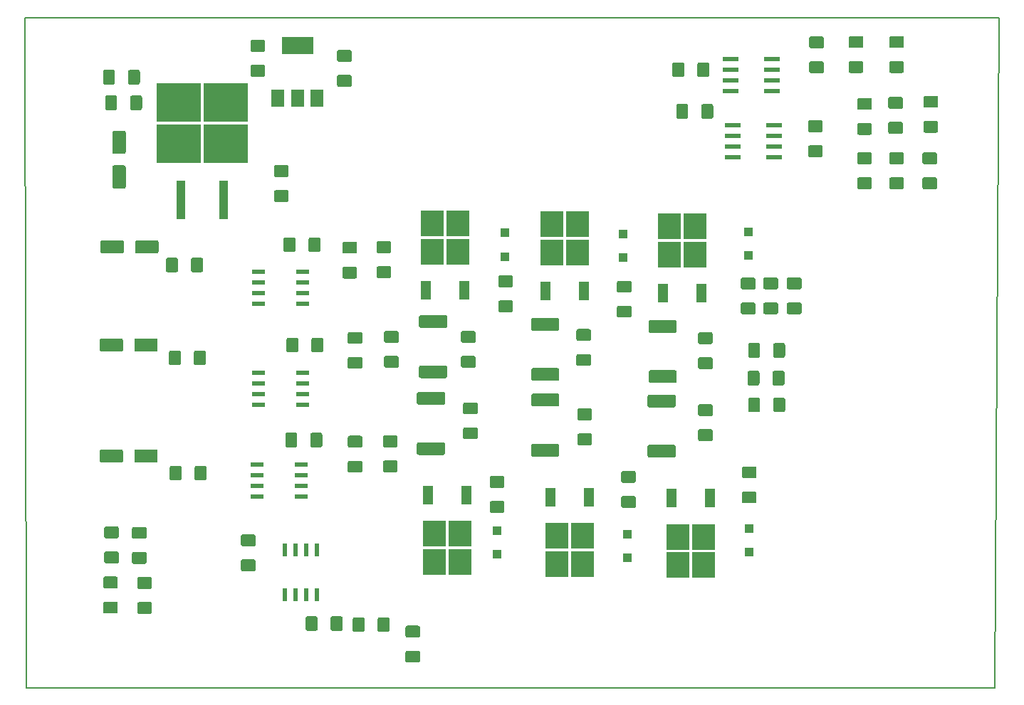
<source format=gbr>
G04 #@! TF.GenerationSoftware,KiCad,Pcbnew,(5.0.2)-1*
G04 #@! TF.CreationDate,2019-05-11T14:53:23+03:00*
G04 #@! TF.ProjectId,ESC versiune2,45534320-7665-4727-9369-756e65322e6b,rev?*
G04 #@! TF.SameCoordinates,Original*
G04 #@! TF.FileFunction,Paste,Top*
G04 #@! TF.FilePolarity,Positive*
%FSLAX46Y46*%
G04 Gerber Fmt 4.6, Leading zero omitted, Abs format (unit mm)*
G04 Created by KiCad (PCBNEW (5.0.2)-1) date 5/11/2019 2:53:23 PM*
%MOMM*%
%LPD*%
G01*
G04 APERTURE LIST*
%ADD10C,0.150000*%
%ADD11R,3.800000X2.000000*%
%ADD12R,1.500000X2.000000*%
%ADD13C,0.100000*%
%ADD14C,1.425000*%
%ADD15R,1.981200X0.558800*%
%ADD16R,0.600000X1.550000*%
%ADD17R,1.100000X4.600000*%
%ADD18R,5.250000X4.550000*%
%ADD19C,1.600000*%
%ADD20R,2.750000X3.050000*%
%ADD21R,1.200000X2.200000*%
%ADD22R,1.100000X1.100000*%
%ADD23C,1.525000*%
%ADD24R,1.580000X0.590000*%
G04 APERTURE END LIST*
D10*
X57023000Y-131318000D02*
X172212000Y-131318000D01*
X172720000Y-51562000D02*
X172212000Y-131318000D01*
X56896000Y-51562000D02*
X57023000Y-131318000D01*
X56896000Y-51562000D02*
X172720000Y-51562000D01*
D11*
G04 #@! TO.C,U3*
X89281000Y-54864000D03*
D12*
X89281000Y-61164000D03*
X91581000Y-61164000D03*
X86981000Y-61164000D03*
G04 #@! TD*
D13*
G04 #@! TO.C,C33*
G36*
X84088504Y-116055704D02*
X84112773Y-116059304D01*
X84136571Y-116065265D01*
X84159671Y-116073530D01*
X84181849Y-116084020D01*
X84202893Y-116096633D01*
X84222598Y-116111247D01*
X84240777Y-116127723D01*
X84257253Y-116145902D01*
X84271867Y-116165607D01*
X84284480Y-116186651D01*
X84294970Y-116208829D01*
X84303235Y-116231929D01*
X84309196Y-116255727D01*
X84312796Y-116279996D01*
X84314000Y-116304500D01*
X84314000Y-117229500D01*
X84312796Y-117254004D01*
X84309196Y-117278273D01*
X84303235Y-117302071D01*
X84294970Y-117325171D01*
X84284480Y-117347349D01*
X84271867Y-117368393D01*
X84257253Y-117388098D01*
X84240777Y-117406277D01*
X84222598Y-117422753D01*
X84202893Y-117437367D01*
X84181849Y-117449980D01*
X84159671Y-117460470D01*
X84136571Y-117468735D01*
X84112773Y-117474696D01*
X84088504Y-117478296D01*
X84064000Y-117479500D01*
X82814000Y-117479500D01*
X82789496Y-117478296D01*
X82765227Y-117474696D01*
X82741429Y-117468735D01*
X82718329Y-117460470D01*
X82696151Y-117449980D01*
X82675107Y-117437367D01*
X82655402Y-117422753D01*
X82637223Y-117406277D01*
X82620747Y-117388098D01*
X82606133Y-117368393D01*
X82593520Y-117347349D01*
X82583030Y-117325171D01*
X82574765Y-117302071D01*
X82568804Y-117278273D01*
X82565204Y-117254004D01*
X82564000Y-117229500D01*
X82564000Y-116304500D01*
X82565204Y-116279996D01*
X82568804Y-116255727D01*
X82574765Y-116231929D01*
X82583030Y-116208829D01*
X82593520Y-116186651D01*
X82606133Y-116165607D01*
X82620747Y-116145902D01*
X82637223Y-116127723D01*
X82655402Y-116111247D01*
X82675107Y-116096633D01*
X82696151Y-116084020D01*
X82718329Y-116073530D01*
X82741429Y-116065265D01*
X82765227Y-116059304D01*
X82789496Y-116055704D01*
X82814000Y-116054500D01*
X84064000Y-116054500D01*
X84088504Y-116055704D01*
X84088504Y-116055704D01*
G37*
D14*
X83439000Y-116767000D03*
D13*
G36*
X84088504Y-113080704D02*
X84112773Y-113084304D01*
X84136571Y-113090265D01*
X84159671Y-113098530D01*
X84181849Y-113109020D01*
X84202893Y-113121633D01*
X84222598Y-113136247D01*
X84240777Y-113152723D01*
X84257253Y-113170902D01*
X84271867Y-113190607D01*
X84284480Y-113211651D01*
X84294970Y-113233829D01*
X84303235Y-113256929D01*
X84309196Y-113280727D01*
X84312796Y-113304996D01*
X84314000Y-113329500D01*
X84314000Y-114254500D01*
X84312796Y-114279004D01*
X84309196Y-114303273D01*
X84303235Y-114327071D01*
X84294970Y-114350171D01*
X84284480Y-114372349D01*
X84271867Y-114393393D01*
X84257253Y-114413098D01*
X84240777Y-114431277D01*
X84222598Y-114447753D01*
X84202893Y-114462367D01*
X84181849Y-114474980D01*
X84159671Y-114485470D01*
X84136571Y-114493735D01*
X84112773Y-114499696D01*
X84088504Y-114503296D01*
X84064000Y-114504500D01*
X82814000Y-114504500D01*
X82789496Y-114503296D01*
X82765227Y-114499696D01*
X82741429Y-114493735D01*
X82718329Y-114485470D01*
X82696151Y-114474980D01*
X82675107Y-114462367D01*
X82655402Y-114447753D01*
X82637223Y-114431277D01*
X82620747Y-114413098D01*
X82606133Y-114393393D01*
X82593520Y-114372349D01*
X82583030Y-114350171D01*
X82574765Y-114327071D01*
X82568804Y-114303273D01*
X82565204Y-114279004D01*
X82564000Y-114254500D01*
X82564000Y-113329500D01*
X82565204Y-113304996D01*
X82568804Y-113280727D01*
X82574765Y-113256929D01*
X82583030Y-113233829D01*
X82593520Y-113211651D01*
X82606133Y-113190607D01*
X82620747Y-113170902D01*
X82637223Y-113152723D01*
X82655402Y-113136247D01*
X82675107Y-113121633D01*
X82696151Y-113109020D01*
X82718329Y-113098530D01*
X82741429Y-113090265D01*
X82765227Y-113084304D01*
X82789496Y-113080704D01*
X82814000Y-113079500D01*
X84064000Y-113079500D01*
X84088504Y-113080704D01*
X84088504Y-113080704D01*
G37*
D14*
X83439000Y-113792000D03*
G04 #@! TD*
D13*
G04 #@! TO.C,C24*
G36*
X161177504Y-56746704D02*
X161201773Y-56750304D01*
X161225571Y-56756265D01*
X161248671Y-56764530D01*
X161270849Y-56775020D01*
X161291893Y-56787633D01*
X161311598Y-56802247D01*
X161329777Y-56818723D01*
X161346253Y-56836902D01*
X161360867Y-56856607D01*
X161373480Y-56877651D01*
X161383970Y-56899829D01*
X161392235Y-56922929D01*
X161398196Y-56946727D01*
X161401796Y-56970996D01*
X161403000Y-56995500D01*
X161403000Y-57920500D01*
X161401796Y-57945004D01*
X161398196Y-57969273D01*
X161392235Y-57993071D01*
X161383970Y-58016171D01*
X161373480Y-58038349D01*
X161360867Y-58059393D01*
X161346253Y-58079098D01*
X161329777Y-58097277D01*
X161311598Y-58113753D01*
X161291893Y-58128367D01*
X161270849Y-58140980D01*
X161248671Y-58151470D01*
X161225571Y-58159735D01*
X161201773Y-58165696D01*
X161177504Y-58169296D01*
X161153000Y-58170500D01*
X159903000Y-58170500D01*
X159878496Y-58169296D01*
X159854227Y-58165696D01*
X159830429Y-58159735D01*
X159807329Y-58151470D01*
X159785151Y-58140980D01*
X159764107Y-58128367D01*
X159744402Y-58113753D01*
X159726223Y-58097277D01*
X159709747Y-58079098D01*
X159695133Y-58059393D01*
X159682520Y-58038349D01*
X159672030Y-58016171D01*
X159663765Y-57993071D01*
X159657804Y-57969273D01*
X159654204Y-57945004D01*
X159653000Y-57920500D01*
X159653000Y-56995500D01*
X159654204Y-56970996D01*
X159657804Y-56946727D01*
X159663765Y-56922929D01*
X159672030Y-56899829D01*
X159682520Y-56877651D01*
X159695133Y-56856607D01*
X159709747Y-56836902D01*
X159726223Y-56818723D01*
X159744402Y-56802247D01*
X159764107Y-56787633D01*
X159785151Y-56775020D01*
X159807329Y-56764530D01*
X159830429Y-56756265D01*
X159854227Y-56750304D01*
X159878496Y-56746704D01*
X159903000Y-56745500D01*
X161153000Y-56745500D01*
X161177504Y-56746704D01*
X161177504Y-56746704D01*
G37*
D14*
X160528000Y-57458000D03*
D13*
G36*
X161177504Y-53771704D02*
X161201773Y-53775304D01*
X161225571Y-53781265D01*
X161248671Y-53789530D01*
X161270849Y-53800020D01*
X161291893Y-53812633D01*
X161311598Y-53827247D01*
X161329777Y-53843723D01*
X161346253Y-53861902D01*
X161360867Y-53881607D01*
X161373480Y-53902651D01*
X161383970Y-53924829D01*
X161392235Y-53947929D01*
X161398196Y-53971727D01*
X161401796Y-53995996D01*
X161403000Y-54020500D01*
X161403000Y-54945500D01*
X161401796Y-54970004D01*
X161398196Y-54994273D01*
X161392235Y-55018071D01*
X161383970Y-55041171D01*
X161373480Y-55063349D01*
X161360867Y-55084393D01*
X161346253Y-55104098D01*
X161329777Y-55122277D01*
X161311598Y-55138753D01*
X161291893Y-55153367D01*
X161270849Y-55165980D01*
X161248671Y-55176470D01*
X161225571Y-55184735D01*
X161201773Y-55190696D01*
X161177504Y-55194296D01*
X161153000Y-55195500D01*
X159903000Y-55195500D01*
X159878496Y-55194296D01*
X159854227Y-55190696D01*
X159830429Y-55184735D01*
X159807329Y-55176470D01*
X159785151Y-55165980D01*
X159764107Y-55153367D01*
X159744402Y-55138753D01*
X159726223Y-55122277D01*
X159709747Y-55104098D01*
X159695133Y-55084393D01*
X159682520Y-55063349D01*
X159672030Y-55041171D01*
X159663765Y-55018071D01*
X159657804Y-54994273D01*
X159654204Y-54970004D01*
X159653000Y-54945500D01*
X159653000Y-54020500D01*
X159654204Y-53995996D01*
X159657804Y-53971727D01*
X159663765Y-53947929D01*
X159672030Y-53924829D01*
X159682520Y-53902651D01*
X159695133Y-53881607D01*
X159709747Y-53861902D01*
X159726223Y-53843723D01*
X159744402Y-53827247D01*
X159764107Y-53812633D01*
X159785151Y-53800020D01*
X159807329Y-53789530D01*
X159830429Y-53781265D01*
X159854227Y-53775304D01*
X159878496Y-53771704D01*
X159903000Y-53770500D01*
X161153000Y-53770500D01*
X161177504Y-53771704D01*
X161177504Y-53771704D01*
G37*
D14*
X160528000Y-54483000D03*
G04 #@! TD*
D13*
G04 #@! TO.C,C22*
G36*
X156351504Y-53771704D02*
X156375773Y-53775304D01*
X156399571Y-53781265D01*
X156422671Y-53789530D01*
X156444849Y-53800020D01*
X156465893Y-53812633D01*
X156485598Y-53827247D01*
X156503777Y-53843723D01*
X156520253Y-53861902D01*
X156534867Y-53881607D01*
X156547480Y-53902651D01*
X156557970Y-53924829D01*
X156566235Y-53947929D01*
X156572196Y-53971727D01*
X156575796Y-53995996D01*
X156577000Y-54020500D01*
X156577000Y-54945500D01*
X156575796Y-54970004D01*
X156572196Y-54994273D01*
X156566235Y-55018071D01*
X156557970Y-55041171D01*
X156547480Y-55063349D01*
X156534867Y-55084393D01*
X156520253Y-55104098D01*
X156503777Y-55122277D01*
X156485598Y-55138753D01*
X156465893Y-55153367D01*
X156444849Y-55165980D01*
X156422671Y-55176470D01*
X156399571Y-55184735D01*
X156375773Y-55190696D01*
X156351504Y-55194296D01*
X156327000Y-55195500D01*
X155077000Y-55195500D01*
X155052496Y-55194296D01*
X155028227Y-55190696D01*
X155004429Y-55184735D01*
X154981329Y-55176470D01*
X154959151Y-55165980D01*
X154938107Y-55153367D01*
X154918402Y-55138753D01*
X154900223Y-55122277D01*
X154883747Y-55104098D01*
X154869133Y-55084393D01*
X154856520Y-55063349D01*
X154846030Y-55041171D01*
X154837765Y-55018071D01*
X154831804Y-54994273D01*
X154828204Y-54970004D01*
X154827000Y-54945500D01*
X154827000Y-54020500D01*
X154828204Y-53995996D01*
X154831804Y-53971727D01*
X154837765Y-53947929D01*
X154846030Y-53924829D01*
X154856520Y-53902651D01*
X154869133Y-53881607D01*
X154883747Y-53861902D01*
X154900223Y-53843723D01*
X154918402Y-53827247D01*
X154938107Y-53812633D01*
X154959151Y-53800020D01*
X154981329Y-53789530D01*
X155004429Y-53781265D01*
X155028227Y-53775304D01*
X155052496Y-53771704D01*
X155077000Y-53770500D01*
X156327000Y-53770500D01*
X156351504Y-53771704D01*
X156351504Y-53771704D01*
G37*
D14*
X155702000Y-54483000D03*
D13*
G36*
X156351504Y-56746704D02*
X156375773Y-56750304D01*
X156399571Y-56756265D01*
X156422671Y-56764530D01*
X156444849Y-56775020D01*
X156465893Y-56787633D01*
X156485598Y-56802247D01*
X156503777Y-56818723D01*
X156520253Y-56836902D01*
X156534867Y-56856607D01*
X156547480Y-56877651D01*
X156557970Y-56899829D01*
X156566235Y-56922929D01*
X156572196Y-56946727D01*
X156575796Y-56970996D01*
X156577000Y-56995500D01*
X156577000Y-57920500D01*
X156575796Y-57945004D01*
X156572196Y-57969273D01*
X156566235Y-57993071D01*
X156557970Y-58016171D01*
X156547480Y-58038349D01*
X156534867Y-58059393D01*
X156520253Y-58079098D01*
X156503777Y-58097277D01*
X156485598Y-58113753D01*
X156465893Y-58128367D01*
X156444849Y-58140980D01*
X156422671Y-58151470D01*
X156399571Y-58159735D01*
X156375773Y-58165696D01*
X156351504Y-58169296D01*
X156327000Y-58170500D01*
X155077000Y-58170500D01*
X155052496Y-58169296D01*
X155028227Y-58165696D01*
X155004429Y-58159735D01*
X154981329Y-58151470D01*
X154959151Y-58140980D01*
X154938107Y-58128367D01*
X154918402Y-58113753D01*
X154900223Y-58097277D01*
X154883747Y-58079098D01*
X154869133Y-58059393D01*
X154856520Y-58038349D01*
X154846030Y-58016171D01*
X154837765Y-57993071D01*
X154831804Y-57969273D01*
X154828204Y-57945004D01*
X154827000Y-57920500D01*
X154827000Y-56995500D01*
X154828204Y-56970996D01*
X154831804Y-56946727D01*
X154837765Y-56922929D01*
X154846030Y-56899829D01*
X154856520Y-56877651D01*
X154869133Y-56856607D01*
X154883747Y-56836902D01*
X154900223Y-56818723D01*
X154918402Y-56802247D01*
X154938107Y-56787633D01*
X154959151Y-56775020D01*
X154981329Y-56764530D01*
X155004429Y-56756265D01*
X155028227Y-56750304D01*
X155052496Y-56746704D01*
X155077000Y-56745500D01*
X156327000Y-56745500D01*
X156351504Y-56746704D01*
X156351504Y-56746704D01*
G37*
D14*
X155702000Y-57458000D03*
G04 #@! TD*
D13*
G04 #@! TO.C,C21*
G36*
X151652504Y-56783204D02*
X151676773Y-56786804D01*
X151700571Y-56792765D01*
X151723671Y-56801030D01*
X151745849Y-56811520D01*
X151766893Y-56824133D01*
X151786598Y-56838747D01*
X151804777Y-56855223D01*
X151821253Y-56873402D01*
X151835867Y-56893107D01*
X151848480Y-56914151D01*
X151858970Y-56936329D01*
X151867235Y-56959429D01*
X151873196Y-56983227D01*
X151876796Y-57007496D01*
X151878000Y-57032000D01*
X151878000Y-57957000D01*
X151876796Y-57981504D01*
X151873196Y-58005773D01*
X151867235Y-58029571D01*
X151858970Y-58052671D01*
X151848480Y-58074849D01*
X151835867Y-58095893D01*
X151821253Y-58115598D01*
X151804777Y-58133777D01*
X151786598Y-58150253D01*
X151766893Y-58164867D01*
X151745849Y-58177480D01*
X151723671Y-58187970D01*
X151700571Y-58196235D01*
X151676773Y-58202196D01*
X151652504Y-58205796D01*
X151628000Y-58207000D01*
X150378000Y-58207000D01*
X150353496Y-58205796D01*
X150329227Y-58202196D01*
X150305429Y-58196235D01*
X150282329Y-58187970D01*
X150260151Y-58177480D01*
X150239107Y-58164867D01*
X150219402Y-58150253D01*
X150201223Y-58133777D01*
X150184747Y-58115598D01*
X150170133Y-58095893D01*
X150157520Y-58074849D01*
X150147030Y-58052671D01*
X150138765Y-58029571D01*
X150132804Y-58005773D01*
X150129204Y-57981504D01*
X150128000Y-57957000D01*
X150128000Y-57032000D01*
X150129204Y-57007496D01*
X150132804Y-56983227D01*
X150138765Y-56959429D01*
X150147030Y-56936329D01*
X150157520Y-56914151D01*
X150170133Y-56893107D01*
X150184747Y-56873402D01*
X150201223Y-56855223D01*
X150219402Y-56838747D01*
X150239107Y-56824133D01*
X150260151Y-56811520D01*
X150282329Y-56801030D01*
X150305429Y-56792765D01*
X150329227Y-56786804D01*
X150353496Y-56783204D01*
X150378000Y-56782000D01*
X151628000Y-56782000D01*
X151652504Y-56783204D01*
X151652504Y-56783204D01*
G37*
D14*
X151003000Y-57494500D03*
D13*
G36*
X151652504Y-53808204D02*
X151676773Y-53811804D01*
X151700571Y-53817765D01*
X151723671Y-53826030D01*
X151745849Y-53836520D01*
X151766893Y-53849133D01*
X151786598Y-53863747D01*
X151804777Y-53880223D01*
X151821253Y-53898402D01*
X151835867Y-53918107D01*
X151848480Y-53939151D01*
X151858970Y-53961329D01*
X151867235Y-53984429D01*
X151873196Y-54008227D01*
X151876796Y-54032496D01*
X151878000Y-54057000D01*
X151878000Y-54982000D01*
X151876796Y-55006504D01*
X151873196Y-55030773D01*
X151867235Y-55054571D01*
X151858970Y-55077671D01*
X151848480Y-55099849D01*
X151835867Y-55120893D01*
X151821253Y-55140598D01*
X151804777Y-55158777D01*
X151786598Y-55175253D01*
X151766893Y-55189867D01*
X151745849Y-55202480D01*
X151723671Y-55212970D01*
X151700571Y-55221235D01*
X151676773Y-55227196D01*
X151652504Y-55230796D01*
X151628000Y-55232000D01*
X150378000Y-55232000D01*
X150353496Y-55230796D01*
X150329227Y-55227196D01*
X150305429Y-55221235D01*
X150282329Y-55212970D01*
X150260151Y-55202480D01*
X150239107Y-55189867D01*
X150219402Y-55175253D01*
X150201223Y-55158777D01*
X150184747Y-55140598D01*
X150170133Y-55120893D01*
X150157520Y-55099849D01*
X150147030Y-55077671D01*
X150138765Y-55054571D01*
X150132804Y-55030773D01*
X150129204Y-55006504D01*
X150128000Y-54982000D01*
X150128000Y-54057000D01*
X150129204Y-54032496D01*
X150132804Y-54008227D01*
X150138765Y-53984429D01*
X150147030Y-53961329D01*
X150157520Y-53939151D01*
X150170133Y-53918107D01*
X150184747Y-53898402D01*
X150201223Y-53880223D01*
X150219402Y-53863747D01*
X150239107Y-53849133D01*
X150260151Y-53836520D01*
X150282329Y-53826030D01*
X150305429Y-53817765D01*
X150329227Y-53811804D01*
X150353496Y-53808204D01*
X150378000Y-53807000D01*
X151628000Y-53807000D01*
X151652504Y-53808204D01*
X151652504Y-53808204D01*
G37*
D14*
X151003000Y-54519500D03*
G04 #@! TD*
D13*
G04 #@! TO.C,C20*
G36*
X151525504Y-63804704D02*
X151549773Y-63808304D01*
X151573571Y-63814265D01*
X151596671Y-63822530D01*
X151618849Y-63833020D01*
X151639893Y-63845633D01*
X151659598Y-63860247D01*
X151677777Y-63876723D01*
X151694253Y-63894902D01*
X151708867Y-63914607D01*
X151721480Y-63935651D01*
X151731970Y-63957829D01*
X151740235Y-63980929D01*
X151746196Y-64004727D01*
X151749796Y-64028996D01*
X151751000Y-64053500D01*
X151751000Y-64978500D01*
X151749796Y-65003004D01*
X151746196Y-65027273D01*
X151740235Y-65051071D01*
X151731970Y-65074171D01*
X151721480Y-65096349D01*
X151708867Y-65117393D01*
X151694253Y-65137098D01*
X151677777Y-65155277D01*
X151659598Y-65171753D01*
X151639893Y-65186367D01*
X151618849Y-65198980D01*
X151596671Y-65209470D01*
X151573571Y-65217735D01*
X151549773Y-65223696D01*
X151525504Y-65227296D01*
X151501000Y-65228500D01*
X150251000Y-65228500D01*
X150226496Y-65227296D01*
X150202227Y-65223696D01*
X150178429Y-65217735D01*
X150155329Y-65209470D01*
X150133151Y-65198980D01*
X150112107Y-65186367D01*
X150092402Y-65171753D01*
X150074223Y-65155277D01*
X150057747Y-65137098D01*
X150043133Y-65117393D01*
X150030520Y-65096349D01*
X150020030Y-65074171D01*
X150011765Y-65051071D01*
X150005804Y-65027273D01*
X150002204Y-65003004D01*
X150001000Y-64978500D01*
X150001000Y-64053500D01*
X150002204Y-64028996D01*
X150005804Y-64004727D01*
X150011765Y-63980929D01*
X150020030Y-63957829D01*
X150030520Y-63935651D01*
X150043133Y-63914607D01*
X150057747Y-63894902D01*
X150074223Y-63876723D01*
X150092402Y-63860247D01*
X150112107Y-63845633D01*
X150133151Y-63833020D01*
X150155329Y-63822530D01*
X150178429Y-63814265D01*
X150202227Y-63808304D01*
X150226496Y-63804704D01*
X150251000Y-63803500D01*
X151501000Y-63803500D01*
X151525504Y-63804704D01*
X151525504Y-63804704D01*
G37*
D14*
X150876000Y-64516000D03*
D13*
G36*
X151525504Y-66779704D02*
X151549773Y-66783304D01*
X151573571Y-66789265D01*
X151596671Y-66797530D01*
X151618849Y-66808020D01*
X151639893Y-66820633D01*
X151659598Y-66835247D01*
X151677777Y-66851723D01*
X151694253Y-66869902D01*
X151708867Y-66889607D01*
X151721480Y-66910651D01*
X151731970Y-66932829D01*
X151740235Y-66955929D01*
X151746196Y-66979727D01*
X151749796Y-67003996D01*
X151751000Y-67028500D01*
X151751000Y-67953500D01*
X151749796Y-67978004D01*
X151746196Y-68002273D01*
X151740235Y-68026071D01*
X151731970Y-68049171D01*
X151721480Y-68071349D01*
X151708867Y-68092393D01*
X151694253Y-68112098D01*
X151677777Y-68130277D01*
X151659598Y-68146753D01*
X151639893Y-68161367D01*
X151618849Y-68173980D01*
X151596671Y-68184470D01*
X151573571Y-68192735D01*
X151549773Y-68198696D01*
X151525504Y-68202296D01*
X151501000Y-68203500D01*
X150251000Y-68203500D01*
X150226496Y-68202296D01*
X150202227Y-68198696D01*
X150178429Y-68192735D01*
X150155329Y-68184470D01*
X150133151Y-68173980D01*
X150112107Y-68161367D01*
X150092402Y-68146753D01*
X150074223Y-68130277D01*
X150057747Y-68112098D01*
X150043133Y-68092393D01*
X150030520Y-68071349D01*
X150020030Y-68049171D01*
X150011765Y-68026071D01*
X150005804Y-68002273D01*
X150002204Y-67978004D01*
X150001000Y-67953500D01*
X150001000Y-67028500D01*
X150002204Y-67003996D01*
X150005804Y-66979727D01*
X150011765Y-66955929D01*
X150020030Y-66932829D01*
X150030520Y-66910651D01*
X150043133Y-66889607D01*
X150057747Y-66869902D01*
X150074223Y-66851723D01*
X150092402Y-66835247D01*
X150112107Y-66820633D01*
X150133151Y-66808020D01*
X150155329Y-66797530D01*
X150178429Y-66789265D01*
X150202227Y-66783304D01*
X150226496Y-66779704D01*
X150251000Y-66778500D01*
X151501000Y-66778500D01*
X151525504Y-66779704D01*
X151525504Y-66779704D01*
G37*
D14*
X150876000Y-67491000D03*
G04 #@! TD*
D13*
G04 #@! TO.C,C19*
G36*
X135053004Y-56911204D02*
X135077273Y-56914804D01*
X135101071Y-56920765D01*
X135124171Y-56929030D01*
X135146349Y-56939520D01*
X135167393Y-56952133D01*
X135187098Y-56966747D01*
X135205277Y-56983223D01*
X135221753Y-57001402D01*
X135236367Y-57021107D01*
X135248980Y-57042151D01*
X135259470Y-57064329D01*
X135267735Y-57087429D01*
X135273696Y-57111227D01*
X135277296Y-57135496D01*
X135278500Y-57160000D01*
X135278500Y-58410000D01*
X135277296Y-58434504D01*
X135273696Y-58458773D01*
X135267735Y-58482571D01*
X135259470Y-58505671D01*
X135248980Y-58527849D01*
X135236367Y-58548893D01*
X135221753Y-58568598D01*
X135205277Y-58586777D01*
X135187098Y-58603253D01*
X135167393Y-58617867D01*
X135146349Y-58630480D01*
X135124171Y-58640970D01*
X135101071Y-58649235D01*
X135077273Y-58655196D01*
X135053004Y-58658796D01*
X135028500Y-58660000D01*
X134103500Y-58660000D01*
X134078996Y-58658796D01*
X134054727Y-58655196D01*
X134030929Y-58649235D01*
X134007829Y-58640970D01*
X133985651Y-58630480D01*
X133964607Y-58617867D01*
X133944902Y-58603253D01*
X133926723Y-58586777D01*
X133910247Y-58568598D01*
X133895633Y-58548893D01*
X133883020Y-58527849D01*
X133872530Y-58505671D01*
X133864265Y-58482571D01*
X133858304Y-58458773D01*
X133854704Y-58434504D01*
X133853500Y-58410000D01*
X133853500Y-57160000D01*
X133854704Y-57135496D01*
X133858304Y-57111227D01*
X133864265Y-57087429D01*
X133872530Y-57064329D01*
X133883020Y-57042151D01*
X133895633Y-57021107D01*
X133910247Y-57001402D01*
X133926723Y-56983223D01*
X133944902Y-56966747D01*
X133964607Y-56952133D01*
X133985651Y-56939520D01*
X134007829Y-56929030D01*
X134030929Y-56920765D01*
X134054727Y-56914804D01*
X134078996Y-56911204D01*
X134103500Y-56910000D01*
X135028500Y-56910000D01*
X135053004Y-56911204D01*
X135053004Y-56911204D01*
G37*
D14*
X134566000Y-57785000D03*
D13*
G36*
X138028004Y-56911204D02*
X138052273Y-56914804D01*
X138076071Y-56920765D01*
X138099171Y-56929030D01*
X138121349Y-56939520D01*
X138142393Y-56952133D01*
X138162098Y-56966747D01*
X138180277Y-56983223D01*
X138196753Y-57001402D01*
X138211367Y-57021107D01*
X138223980Y-57042151D01*
X138234470Y-57064329D01*
X138242735Y-57087429D01*
X138248696Y-57111227D01*
X138252296Y-57135496D01*
X138253500Y-57160000D01*
X138253500Y-58410000D01*
X138252296Y-58434504D01*
X138248696Y-58458773D01*
X138242735Y-58482571D01*
X138234470Y-58505671D01*
X138223980Y-58527849D01*
X138211367Y-58548893D01*
X138196753Y-58568598D01*
X138180277Y-58586777D01*
X138162098Y-58603253D01*
X138142393Y-58617867D01*
X138121349Y-58630480D01*
X138099171Y-58640970D01*
X138076071Y-58649235D01*
X138052273Y-58655196D01*
X138028004Y-58658796D01*
X138003500Y-58660000D01*
X137078500Y-58660000D01*
X137053996Y-58658796D01*
X137029727Y-58655196D01*
X137005929Y-58649235D01*
X136982829Y-58640970D01*
X136960651Y-58630480D01*
X136939607Y-58617867D01*
X136919902Y-58603253D01*
X136901723Y-58586777D01*
X136885247Y-58568598D01*
X136870633Y-58548893D01*
X136858020Y-58527849D01*
X136847530Y-58505671D01*
X136839265Y-58482571D01*
X136833304Y-58458773D01*
X136829704Y-58434504D01*
X136828500Y-58410000D01*
X136828500Y-57160000D01*
X136829704Y-57135496D01*
X136833304Y-57111227D01*
X136839265Y-57087429D01*
X136847530Y-57064329D01*
X136858020Y-57042151D01*
X136870633Y-57021107D01*
X136885247Y-57001402D01*
X136901723Y-56983223D01*
X136919902Y-56966747D01*
X136939607Y-56952133D01*
X136960651Y-56939520D01*
X136982829Y-56929030D01*
X137005929Y-56920765D01*
X137029727Y-56914804D01*
X137053996Y-56911204D01*
X137078500Y-56910000D01*
X138003500Y-56910000D01*
X138028004Y-56911204D01*
X138028004Y-56911204D01*
G37*
D14*
X137541000Y-57785000D03*
G04 #@! TD*
D13*
G04 #@! TO.C,C18*
G36*
X138499504Y-61864204D02*
X138523773Y-61867804D01*
X138547571Y-61873765D01*
X138570671Y-61882030D01*
X138592849Y-61892520D01*
X138613893Y-61905133D01*
X138633598Y-61919747D01*
X138651777Y-61936223D01*
X138668253Y-61954402D01*
X138682867Y-61974107D01*
X138695480Y-61995151D01*
X138705970Y-62017329D01*
X138714235Y-62040429D01*
X138720196Y-62064227D01*
X138723796Y-62088496D01*
X138725000Y-62113000D01*
X138725000Y-63363000D01*
X138723796Y-63387504D01*
X138720196Y-63411773D01*
X138714235Y-63435571D01*
X138705970Y-63458671D01*
X138695480Y-63480849D01*
X138682867Y-63501893D01*
X138668253Y-63521598D01*
X138651777Y-63539777D01*
X138633598Y-63556253D01*
X138613893Y-63570867D01*
X138592849Y-63583480D01*
X138570671Y-63593970D01*
X138547571Y-63602235D01*
X138523773Y-63608196D01*
X138499504Y-63611796D01*
X138475000Y-63613000D01*
X137550000Y-63613000D01*
X137525496Y-63611796D01*
X137501227Y-63608196D01*
X137477429Y-63602235D01*
X137454329Y-63593970D01*
X137432151Y-63583480D01*
X137411107Y-63570867D01*
X137391402Y-63556253D01*
X137373223Y-63539777D01*
X137356747Y-63521598D01*
X137342133Y-63501893D01*
X137329520Y-63480849D01*
X137319030Y-63458671D01*
X137310765Y-63435571D01*
X137304804Y-63411773D01*
X137301204Y-63387504D01*
X137300000Y-63363000D01*
X137300000Y-62113000D01*
X137301204Y-62088496D01*
X137304804Y-62064227D01*
X137310765Y-62040429D01*
X137319030Y-62017329D01*
X137329520Y-61995151D01*
X137342133Y-61974107D01*
X137356747Y-61954402D01*
X137373223Y-61936223D01*
X137391402Y-61919747D01*
X137411107Y-61905133D01*
X137432151Y-61892520D01*
X137454329Y-61882030D01*
X137477429Y-61873765D01*
X137501227Y-61867804D01*
X137525496Y-61864204D01*
X137550000Y-61863000D01*
X138475000Y-61863000D01*
X138499504Y-61864204D01*
X138499504Y-61864204D01*
G37*
D14*
X138012500Y-62738000D03*
D13*
G36*
X135524504Y-61864204D02*
X135548773Y-61867804D01*
X135572571Y-61873765D01*
X135595671Y-61882030D01*
X135617849Y-61892520D01*
X135638893Y-61905133D01*
X135658598Y-61919747D01*
X135676777Y-61936223D01*
X135693253Y-61954402D01*
X135707867Y-61974107D01*
X135720480Y-61995151D01*
X135730970Y-62017329D01*
X135739235Y-62040429D01*
X135745196Y-62064227D01*
X135748796Y-62088496D01*
X135750000Y-62113000D01*
X135750000Y-63363000D01*
X135748796Y-63387504D01*
X135745196Y-63411773D01*
X135739235Y-63435571D01*
X135730970Y-63458671D01*
X135720480Y-63480849D01*
X135707867Y-63501893D01*
X135693253Y-63521598D01*
X135676777Y-63539777D01*
X135658598Y-63556253D01*
X135638893Y-63570867D01*
X135617849Y-63583480D01*
X135595671Y-63593970D01*
X135572571Y-63602235D01*
X135548773Y-63608196D01*
X135524504Y-63611796D01*
X135500000Y-63613000D01*
X134575000Y-63613000D01*
X134550496Y-63611796D01*
X134526227Y-63608196D01*
X134502429Y-63602235D01*
X134479329Y-63593970D01*
X134457151Y-63583480D01*
X134436107Y-63570867D01*
X134416402Y-63556253D01*
X134398223Y-63539777D01*
X134381747Y-63521598D01*
X134367133Y-63501893D01*
X134354520Y-63480849D01*
X134344030Y-63458671D01*
X134335765Y-63435571D01*
X134329804Y-63411773D01*
X134326204Y-63387504D01*
X134325000Y-63363000D01*
X134325000Y-62113000D01*
X134326204Y-62088496D01*
X134329804Y-62064227D01*
X134335765Y-62040429D01*
X134344030Y-62017329D01*
X134354520Y-61995151D01*
X134367133Y-61974107D01*
X134381747Y-61954402D01*
X134398223Y-61936223D01*
X134416402Y-61919747D01*
X134436107Y-61905133D01*
X134457151Y-61892520D01*
X134479329Y-61882030D01*
X134502429Y-61873765D01*
X134526227Y-61867804D01*
X134550496Y-61864204D01*
X134575000Y-61863000D01*
X135500000Y-61863000D01*
X135524504Y-61864204D01*
X135524504Y-61864204D01*
G37*
D14*
X135037500Y-62738000D03*
G04 #@! TD*
D13*
G04 #@! TO.C,C3*
G36*
X67705504Y-121081704D02*
X67729773Y-121085304D01*
X67753571Y-121091265D01*
X67776671Y-121099530D01*
X67798849Y-121110020D01*
X67819893Y-121122633D01*
X67839598Y-121137247D01*
X67857777Y-121153723D01*
X67874253Y-121171902D01*
X67888867Y-121191607D01*
X67901480Y-121212651D01*
X67911970Y-121234829D01*
X67920235Y-121257929D01*
X67926196Y-121281727D01*
X67929796Y-121305996D01*
X67931000Y-121330500D01*
X67931000Y-122255500D01*
X67929796Y-122280004D01*
X67926196Y-122304273D01*
X67920235Y-122328071D01*
X67911970Y-122351171D01*
X67901480Y-122373349D01*
X67888867Y-122394393D01*
X67874253Y-122414098D01*
X67857777Y-122432277D01*
X67839598Y-122448753D01*
X67819893Y-122463367D01*
X67798849Y-122475980D01*
X67776671Y-122486470D01*
X67753571Y-122494735D01*
X67729773Y-122500696D01*
X67705504Y-122504296D01*
X67681000Y-122505500D01*
X66431000Y-122505500D01*
X66406496Y-122504296D01*
X66382227Y-122500696D01*
X66358429Y-122494735D01*
X66335329Y-122486470D01*
X66313151Y-122475980D01*
X66292107Y-122463367D01*
X66272402Y-122448753D01*
X66254223Y-122432277D01*
X66237747Y-122414098D01*
X66223133Y-122394393D01*
X66210520Y-122373349D01*
X66200030Y-122351171D01*
X66191765Y-122328071D01*
X66185804Y-122304273D01*
X66182204Y-122280004D01*
X66181000Y-122255500D01*
X66181000Y-121330500D01*
X66182204Y-121305996D01*
X66185804Y-121281727D01*
X66191765Y-121257929D01*
X66200030Y-121234829D01*
X66210520Y-121212651D01*
X66223133Y-121191607D01*
X66237747Y-121171902D01*
X66254223Y-121153723D01*
X66272402Y-121137247D01*
X66292107Y-121122633D01*
X66313151Y-121110020D01*
X66335329Y-121099530D01*
X66358429Y-121091265D01*
X66382227Y-121085304D01*
X66406496Y-121081704D01*
X66431000Y-121080500D01*
X67681000Y-121080500D01*
X67705504Y-121081704D01*
X67705504Y-121081704D01*
G37*
D14*
X67056000Y-121793000D03*
D13*
G36*
X67705504Y-118106704D02*
X67729773Y-118110304D01*
X67753571Y-118116265D01*
X67776671Y-118124530D01*
X67798849Y-118135020D01*
X67819893Y-118147633D01*
X67839598Y-118162247D01*
X67857777Y-118178723D01*
X67874253Y-118196902D01*
X67888867Y-118216607D01*
X67901480Y-118237651D01*
X67911970Y-118259829D01*
X67920235Y-118282929D01*
X67926196Y-118306727D01*
X67929796Y-118330996D01*
X67931000Y-118355500D01*
X67931000Y-119280500D01*
X67929796Y-119305004D01*
X67926196Y-119329273D01*
X67920235Y-119353071D01*
X67911970Y-119376171D01*
X67901480Y-119398349D01*
X67888867Y-119419393D01*
X67874253Y-119439098D01*
X67857777Y-119457277D01*
X67839598Y-119473753D01*
X67819893Y-119488367D01*
X67798849Y-119500980D01*
X67776671Y-119511470D01*
X67753571Y-119519735D01*
X67729773Y-119525696D01*
X67705504Y-119529296D01*
X67681000Y-119530500D01*
X66431000Y-119530500D01*
X66406496Y-119529296D01*
X66382227Y-119525696D01*
X66358429Y-119519735D01*
X66335329Y-119511470D01*
X66313151Y-119500980D01*
X66292107Y-119488367D01*
X66272402Y-119473753D01*
X66254223Y-119457277D01*
X66237747Y-119439098D01*
X66223133Y-119419393D01*
X66210520Y-119398349D01*
X66200030Y-119376171D01*
X66191765Y-119353071D01*
X66185804Y-119329273D01*
X66182204Y-119305004D01*
X66181000Y-119280500D01*
X66181000Y-118355500D01*
X66182204Y-118330996D01*
X66185804Y-118306727D01*
X66191765Y-118282929D01*
X66200030Y-118259829D01*
X66210520Y-118237651D01*
X66223133Y-118216607D01*
X66237747Y-118196902D01*
X66254223Y-118178723D01*
X66272402Y-118162247D01*
X66292107Y-118147633D01*
X66313151Y-118135020D01*
X66335329Y-118124530D01*
X66358429Y-118116265D01*
X66382227Y-118110304D01*
X66406496Y-118106704D01*
X66431000Y-118105500D01*
X67681000Y-118105500D01*
X67705504Y-118106704D01*
X67705504Y-118106704D01*
G37*
D14*
X67056000Y-118818000D03*
G04 #@! TD*
D15*
G04 #@! TO.C,U7*
X141046200Y-68199000D03*
X141046200Y-66929000D03*
X141046200Y-65659000D03*
X141046200Y-64389000D03*
X145973800Y-64389000D03*
X145973800Y-65659000D03*
X145973800Y-66929000D03*
X145973800Y-68199000D03*
G04 #@! TD*
G04 #@! TO.C,U8*
X145719800Y-60325000D03*
X145719800Y-59055000D03*
X145719800Y-57785000D03*
X145719800Y-56515000D03*
X140792200Y-56515000D03*
X140792200Y-57785000D03*
X140792200Y-59055000D03*
X140792200Y-60325000D03*
G04 #@! TD*
D13*
G04 #@! TO.C,R30*
G36*
X103646504Y-123948704D02*
X103670773Y-123952304D01*
X103694571Y-123958265D01*
X103717671Y-123966530D01*
X103739849Y-123977020D01*
X103760893Y-123989633D01*
X103780598Y-124004247D01*
X103798777Y-124020723D01*
X103815253Y-124038902D01*
X103829867Y-124058607D01*
X103842480Y-124079651D01*
X103852970Y-124101829D01*
X103861235Y-124124929D01*
X103867196Y-124148727D01*
X103870796Y-124172996D01*
X103872000Y-124197500D01*
X103872000Y-125122500D01*
X103870796Y-125147004D01*
X103867196Y-125171273D01*
X103861235Y-125195071D01*
X103852970Y-125218171D01*
X103842480Y-125240349D01*
X103829867Y-125261393D01*
X103815253Y-125281098D01*
X103798777Y-125299277D01*
X103780598Y-125315753D01*
X103760893Y-125330367D01*
X103739849Y-125342980D01*
X103717671Y-125353470D01*
X103694571Y-125361735D01*
X103670773Y-125367696D01*
X103646504Y-125371296D01*
X103622000Y-125372500D01*
X102372000Y-125372500D01*
X102347496Y-125371296D01*
X102323227Y-125367696D01*
X102299429Y-125361735D01*
X102276329Y-125353470D01*
X102254151Y-125342980D01*
X102233107Y-125330367D01*
X102213402Y-125315753D01*
X102195223Y-125299277D01*
X102178747Y-125281098D01*
X102164133Y-125261393D01*
X102151520Y-125240349D01*
X102141030Y-125218171D01*
X102132765Y-125195071D01*
X102126804Y-125171273D01*
X102123204Y-125147004D01*
X102122000Y-125122500D01*
X102122000Y-124197500D01*
X102123204Y-124172996D01*
X102126804Y-124148727D01*
X102132765Y-124124929D01*
X102141030Y-124101829D01*
X102151520Y-124079651D01*
X102164133Y-124058607D01*
X102178747Y-124038902D01*
X102195223Y-124020723D01*
X102213402Y-124004247D01*
X102233107Y-123989633D01*
X102254151Y-123977020D01*
X102276329Y-123966530D01*
X102299429Y-123958265D01*
X102323227Y-123952304D01*
X102347496Y-123948704D01*
X102372000Y-123947500D01*
X103622000Y-123947500D01*
X103646504Y-123948704D01*
X103646504Y-123948704D01*
G37*
D14*
X102997000Y-124660000D03*
D13*
G36*
X103646504Y-126923704D02*
X103670773Y-126927304D01*
X103694571Y-126933265D01*
X103717671Y-126941530D01*
X103739849Y-126952020D01*
X103760893Y-126964633D01*
X103780598Y-126979247D01*
X103798777Y-126995723D01*
X103815253Y-127013902D01*
X103829867Y-127033607D01*
X103842480Y-127054651D01*
X103852970Y-127076829D01*
X103861235Y-127099929D01*
X103867196Y-127123727D01*
X103870796Y-127147996D01*
X103872000Y-127172500D01*
X103872000Y-128097500D01*
X103870796Y-128122004D01*
X103867196Y-128146273D01*
X103861235Y-128170071D01*
X103852970Y-128193171D01*
X103842480Y-128215349D01*
X103829867Y-128236393D01*
X103815253Y-128256098D01*
X103798777Y-128274277D01*
X103780598Y-128290753D01*
X103760893Y-128305367D01*
X103739849Y-128317980D01*
X103717671Y-128328470D01*
X103694571Y-128336735D01*
X103670773Y-128342696D01*
X103646504Y-128346296D01*
X103622000Y-128347500D01*
X102372000Y-128347500D01*
X102347496Y-128346296D01*
X102323227Y-128342696D01*
X102299429Y-128336735D01*
X102276329Y-128328470D01*
X102254151Y-128317980D01*
X102233107Y-128305367D01*
X102213402Y-128290753D01*
X102195223Y-128274277D01*
X102178747Y-128256098D01*
X102164133Y-128236393D01*
X102151520Y-128215349D01*
X102141030Y-128193171D01*
X102132765Y-128170071D01*
X102126804Y-128146273D01*
X102123204Y-128122004D01*
X102122000Y-128097500D01*
X102122000Y-127172500D01*
X102123204Y-127147996D01*
X102126804Y-127123727D01*
X102132765Y-127099929D01*
X102141030Y-127076829D01*
X102151520Y-127054651D01*
X102164133Y-127033607D01*
X102178747Y-127013902D01*
X102195223Y-126995723D01*
X102213402Y-126979247D01*
X102233107Y-126964633D01*
X102254151Y-126952020D01*
X102276329Y-126941530D01*
X102299429Y-126933265D01*
X102323227Y-126927304D01*
X102347496Y-126923704D01*
X102372000Y-126922500D01*
X103622000Y-126922500D01*
X103646504Y-126923704D01*
X103646504Y-126923704D01*
G37*
D14*
X102997000Y-127635000D03*
G04 #@! TD*
D13*
G04 #@! TO.C,R25*
G36*
X157367504Y-61137704D02*
X157391773Y-61141304D01*
X157415571Y-61147265D01*
X157438671Y-61155530D01*
X157460849Y-61166020D01*
X157481893Y-61178633D01*
X157501598Y-61193247D01*
X157519777Y-61209723D01*
X157536253Y-61227902D01*
X157550867Y-61247607D01*
X157563480Y-61268651D01*
X157573970Y-61290829D01*
X157582235Y-61313929D01*
X157588196Y-61337727D01*
X157591796Y-61361996D01*
X157593000Y-61386500D01*
X157593000Y-62311500D01*
X157591796Y-62336004D01*
X157588196Y-62360273D01*
X157582235Y-62384071D01*
X157573970Y-62407171D01*
X157563480Y-62429349D01*
X157550867Y-62450393D01*
X157536253Y-62470098D01*
X157519777Y-62488277D01*
X157501598Y-62504753D01*
X157481893Y-62519367D01*
X157460849Y-62531980D01*
X157438671Y-62542470D01*
X157415571Y-62550735D01*
X157391773Y-62556696D01*
X157367504Y-62560296D01*
X157343000Y-62561500D01*
X156093000Y-62561500D01*
X156068496Y-62560296D01*
X156044227Y-62556696D01*
X156020429Y-62550735D01*
X155997329Y-62542470D01*
X155975151Y-62531980D01*
X155954107Y-62519367D01*
X155934402Y-62504753D01*
X155916223Y-62488277D01*
X155899747Y-62470098D01*
X155885133Y-62450393D01*
X155872520Y-62429349D01*
X155862030Y-62407171D01*
X155853765Y-62384071D01*
X155847804Y-62360273D01*
X155844204Y-62336004D01*
X155843000Y-62311500D01*
X155843000Y-61386500D01*
X155844204Y-61361996D01*
X155847804Y-61337727D01*
X155853765Y-61313929D01*
X155862030Y-61290829D01*
X155872520Y-61268651D01*
X155885133Y-61247607D01*
X155899747Y-61227902D01*
X155916223Y-61209723D01*
X155934402Y-61193247D01*
X155954107Y-61178633D01*
X155975151Y-61166020D01*
X155997329Y-61155530D01*
X156020429Y-61147265D01*
X156044227Y-61141304D01*
X156068496Y-61137704D01*
X156093000Y-61136500D01*
X157343000Y-61136500D01*
X157367504Y-61137704D01*
X157367504Y-61137704D01*
G37*
D14*
X156718000Y-61849000D03*
D13*
G36*
X157367504Y-64112704D02*
X157391773Y-64116304D01*
X157415571Y-64122265D01*
X157438671Y-64130530D01*
X157460849Y-64141020D01*
X157481893Y-64153633D01*
X157501598Y-64168247D01*
X157519777Y-64184723D01*
X157536253Y-64202902D01*
X157550867Y-64222607D01*
X157563480Y-64243651D01*
X157573970Y-64265829D01*
X157582235Y-64288929D01*
X157588196Y-64312727D01*
X157591796Y-64336996D01*
X157593000Y-64361500D01*
X157593000Y-65286500D01*
X157591796Y-65311004D01*
X157588196Y-65335273D01*
X157582235Y-65359071D01*
X157573970Y-65382171D01*
X157563480Y-65404349D01*
X157550867Y-65425393D01*
X157536253Y-65445098D01*
X157519777Y-65463277D01*
X157501598Y-65479753D01*
X157481893Y-65494367D01*
X157460849Y-65506980D01*
X157438671Y-65517470D01*
X157415571Y-65525735D01*
X157391773Y-65531696D01*
X157367504Y-65535296D01*
X157343000Y-65536500D01*
X156093000Y-65536500D01*
X156068496Y-65535296D01*
X156044227Y-65531696D01*
X156020429Y-65525735D01*
X155997329Y-65517470D01*
X155975151Y-65506980D01*
X155954107Y-65494367D01*
X155934402Y-65479753D01*
X155916223Y-65463277D01*
X155899747Y-65445098D01*
X155885133Y-65425393D01*
X155872520Y-65404349D01*
X155862030Y-65382171D01*
X155853765Y-65359071D01*
X155847804Y-65335273D01*
X155844204Y-65311004D01*
X155843000Y-65286500D01*
X155843000Y-64361500D01*
X155844204Y-64336996D01*
X155847804Y-64312727D01*
X155853765Y-64288929D01*
X155862030Y-64265829D01*
X155872520Y-64243651D01*
X155885133Y-64222607D01*
X155899747Y-64202902D01*
X155916223Y-64184723D01*
X155934402Y-64168247D01*
X155954107Y-64153633D01*
X155975151Y-64141020D01*
X155997329Y-64130530D01*
X156020429Y-64122265D01*
X156044227Y-64116304D01*
X156068496Y-64112704D01*
X156093000Y-64111500D01*
X157343000Y-64111500D01*
X157367504Y-64112704D01*
X157367504Y-64112704D01*
G37*
D14*
X156718000Y-64824000D03*
G04 #@! TD*
D13*
G04 #@! TO.C,R23*
G36*
X147045004Y-90312204D02*
X147069273Y-90315804D01*
X147093071Y-90321765D01*
X147116171Y-90330030D01*
X147138349Y-90340520D01*
X147159393Y-90353133D01*
X147179098Y-90367747D01*
X147197277Y-90384223D01*
X147213753Y-90402402D01*
X147228367Y-90422107D01*
X147240980Y-90443151D01*
X147251470Y-90465329D01*
X147259735Y-90488429D01*
X147265696Y-90512227D01*
X147269296Y-90536496D01*
X147270500Y-90561000D01*
X147270500Y-91811000D01*
X147269296Y-91835504D01*
X147265696Y-91859773D01*
X147259735Y-91883571D01*
X147251470Y-91906671D01*
X147240980Y-91928849D01*
X147228367Y-91949893D01*
X147213753Y-91969598D01*
X147197277Y-91987777D01*
X147179098Y-92004253D01*
X147159393Y-92018867D01*
X147138349Y-92031480D01*
X147116171Y-92041970D01*
X147093071Y-92050235D01*
X147069273Y-92056196D01*
X147045004Y-92059796D01*
X147020500Y-92061000D01*
X146095500Y-92061000D01*
X146070996Y-92059796D01*
X146046727Y-92056196D01*
X146022929Y-92050235D01*
X145999829Y-92041970D01*
X145977651Y-92031480D01*
X145956607Y-92018867D01*
X145936902Y-92004253D01*
X145918723Y-91987777D01*
X145902247Y-91969598D01*
X145887633Y-91949893D01*
X145875020Y-91928849D01*
X145864530Y-91906671D01*
X145856265Y-91883571D01*
X145850304Y-91859773D01*
X145846704Y-91835504D01*
X145845500Y-91811000D01*
X145845500Y-90561000D01*
X145846704Y-90536496D01*
X145850304Y-90512227D01*
X145856265Y-90488429D01*
X145864530Y-90465329D01*
X145875020Y-90443151D01*
X145887633Y-90422107D01*
X145902247Y-90402402D01*
X145918723Y-90384223D01*
X145936902Y-90367747D01*
X145956607Y-90353133D01*
X145977651Y-90340520D01*
X145999829Y-90330030D01*
X146022929Y-90321765D01*
X146046727Y-90315804D01*
X146070996Y-90312204D01*
X146095500Y-90311000D01*
X147020500Y-90311000D01*
X147045004Y-90312204D01*
X147045004Y-90312204D01*
G37*
D14*
X146558000Y-91186000D03*
D13*
G36*
X144070004Y-90312204D02*
X144094273Y-90315804D01*
X144118071Y-90321765D01*
X144141171Y-90330030D01*
X144163349Y-90340520D01*
X144184393Y-90353133D01*
X144204098Y-90367747D01*
X144222277Y-90384223D01*
X144238753Y-90402402D01*
X144253367Y-90422107D01*
X144265980Y-90443151D01*
X144276470Y-90465329D01*
X144284735Y-90488429D01*
X144290696Y-90512227D01*
X144294296Y-90536496D01*
X144295500Y-90561000D01*
X144295500Y-91811000D01*
X144294296Y-91835504D01*
X144290696Y-91859773D01*
X144284735Y-91883571D01*
X144276470Y-91906671D01*
X144265980Y-91928849D01*
X144253367Y-91949893D01*
X144238753Y-91969598D01*
X144222277Y-91987777D01*
X144204098Y-92004253D01*
X144184393Y-92018867D01*
X144163349Y-92031480D01*
X144141171Y-92041970D01*
X144118071Y-92050235D01*
X144094273Y-92056196D01*
X144070004Y-92059796D01*
X144045500Y-92061000D01*
X143120500Y-92061000D01*
X143095996Y-92059796D01*
X143071727Y-92056196D01*
X143047929Y-92050235D01*
X143024829Y-92041970D01*
X143002651Y-92031480D01*
X142981607Y-92018867D01*
X142961902Y-92004253D01*
X142943723Y-91987777D01*
X142927247Y-91969598D01*
X142912633Y-91949893D01*
X142900020Y-91928849D01*
X142889530Y-91906671D01*
X142881265Y-91883571D01*
X142875304Y-91859773D01*
X142871704Y-91835504D01*
X142870500Y-91811000D01*
X142870500Y-90561000D01*
X142871704Y-90536496D01*
X142875304Y-90512227D01*
X142881265Y-90488429D01*
X142889530Y-90465329D01*
X142900020Y-90443151D01*
X142912633Y-90422107D01*
X142927247Y-90402402D01*
X142943723Y-90384223D01*
X142961902Y-90367747D01*
X142981607Y-90353133D01*
X143002651Y-90340520D01*
X143024829Y-90330030D01*
X143047929Y-90321765D01*
X143071727Y-90315804D01*
X143095996Y-90312204D01*
X143120500Y-90311000D01*
X144045500Y-90311000D01*
X144070004Y-90312204D01*
X144070004Y-90312204D01*
G37*
D14*
X143583000Y-91186000D03*
G04 #@! TD*
D13*
G04 #@! TO.C,R24*
G36*
X157367504Y-67614704D02*
X157391773Y-67618304D01*
X157415571Y-67624265D01*
X157438671Y-67632530D01*
X157460849Y-67643020D01*
X157481893Y-67655633D01*
X157501598Y-67670247D01*
X157519777Y-67686723D01*
X157536253Y-67704902D01*
X157550867Y-67724607D01*
X157563480Y-67745651D01*
X157573970Y-67767829D01*
X157582235Y-67790929D01*
X157588196Y-67814727D01*
X157591796Y-67838996D01*
X157593000Y-67863500D01*
X157593000Y-68788500D01*
X157591796Y-68813004D01*
X157588196Y-68837273D01*
X157582235Y-68861071D01*
X157573970Y-68884171D01*
X157563480Y-68906349D01*
X157550867Y-68927393D01*
X157536253Y-68947098D01*
X157519777Y-68965277D01*
X157501598Y-68981753D01*
X157481893Y-68996367D01*
X157460849Y-69008980D01*
X157438671Y-69019470D01*
X157415571Y-69027735D01*
X157391773Y-69033696D01*
X157367504Y-69037296D01*
X157343000Y-69038500D01*
X156093000Y-69038500D01*
X156068496Y-69037296D01*
X156044227Y-69033696D01*
X156020429Y-69027735D01*
X155997329Y-69019470D01*
X155975151Y-69008980D01*
X155954107Y-68996367D01*
X155934402Y-68981753D01*
X155916223Y-68965277D01*
X155899747Y-68947098D01*
X155885133Y-68927393D01*
X155872520Y-68906349D01*
X155862030Y-68884171D01*
X155853765Y-68861071D01*
X155847804Y-68837273D01*
X155844204Y-68813004D01*
X155843000Y-68788500D01*
X155843000Y-67863500D01*
X155844204Y-67838996D01*
X155847804Y-67814727D01*
X155853765Y-67790929D01*
X155862030Y-67767829D01*
X155872520Y-67745651D01*
X155885133Y-67724607D01*
X155899747Y-67704902D01*
X155916223Y-67686723D01*
X155934402Y-67670247D01*
X155954107Y-67655633D01*
X155975151Y-67643020D01*
X155997329Y-67632530D01*
X156020429Y-67624265D01*
X156044227Y-67618304D01*
X156068496Y-67614704D01*
X156093000Y-67613500D01*
X157343000Y-67613500D01*
X157367504Y-67614704D01*
X157367504Y-67614704D01*
G37*
D14*
X156718000Y-68326000D03*
D13*
G36*
X157367504Y-70589704D02*
X157391773Y-70593304D01*
X157415571Y-70599265D01*
X157438671Y-70607530D01*
X157460849Y-70618020D01*
X157481893Y-70630633D01*
X157501598Y-70645247D01*
X157519777Y-70661723D01*
X157536253Y-70679902D01*
X157550867Y-70699607D01*
X157563480Y-70720651D01*
X157573970Y-70742829D01*
X157582235Y-70765929D01*
X157588196Y-70789727D01*
X157591796Y-70813996D01*
X157593000Y-70838500D01*
X157593000Y-71763500D01*
X157591796Y-71788004D01*
X157588196Y-71812273D01*
X157582235Y-71836071D01*
X157573970Y-71859171D01*
X157563480Y-71881349D01*
X157550867Y-71902393D01*
X157536253Y-71922098D01*
X157519777Y-71940277D01*
X157501598Y-71956753D01*
X157481893Y-71971367D01*
X157460849Y-71983980D01*
X157438671Y-71994470D01*
X157415571Y-72002735D01*
X157391773Y-72008696D01*
X157367504Y-72012296D01*
X157343000Y-72013500D01*
X156093000Y-72013500D01*
X156068496Y-72012296D01*
X156044227Y-72008696D01*
X156020429Y-72002735D01*
X155997329Y-71994470D01*
X155975151Y-71983980D01*
X155954107Y-71971367D01*
X155934402Y-71956753D01*
X155916223Y-71940277D01*
X155899747Y-71922098D01*
X155885133Y-71902393D01*
X155872520Y-71881349D01*
X155862030Y-71859171D01*
X155853765Y-71836071D01*
X155847804Y-71812273D01*
X155844204Y-71788004D01*
X155843000Y-71763500D01*
X155843000Y-70838500D01*
X155844204Y-70813996D01*
X155847804Y-70789727D01*
X155853765Y-70765929D01*
X155862030Y-70742829D01*
X155872520Y-70720651D01*
X155885133Y-70699607D01*
X155899747Y-70679902D01*
X155916223Y-70661723D01*
X155934402Y-70645247D01*
X155954107Y-70630633D01*
X155975151Y-70618020D01*
X155997329Y-70607530D01*
X156020429Y-70599265D01*
X156044227Y-70593304D01*
X156068496Y-70589704D01*
X156093000Y-70588500D01*
X157343000Y-70588500D01*
X157367504Y-70589704D01*
X157367504Y-70589704D01*
G37*
D14*
X156718000Y-71301000D03*
G04 #@! TD*
D13*
G04 #@! TO.C,R26*
G36*
X161177504Y-70589704D02*
X161201773Y-70593304D01*
X161225571Y-70599265D01*
X161248671Y-70607530D01*
X161270849Y-70618020D01*
X161291893Y-70630633D01*
X161311598Y-70645247D01*
X161329777Y-70661723D01*
X161346253Y-70679902D01*
X161360867Y-70699607D01*
X161373480Y-70720651D01*
X161383970Y-70742829D01*
X161392235Y-70765929D01*
X161398196Y-70789727D01*
X161401796Y-70813996D01*
X161403000Y-70838500D01*
X161403000Y-71763500D01*
X161401796Y-71788004D01*
X161398196Y-71812273D01*
X161392235Y-71836071D01*
X161383970Y-71859171D01*
X161373480Y-71881349D01*
X161360867Y-71902393D01*
X161346253Y-71922098D01*
X161329777Y-71940277D01*
X161311598Y-71956753D01*
X161291893Y-71971367D01*
X161270849Y-71983980D01*
X161248671Y-71994470D01*
X161225571Y-72002735D01*
X161201773Y-72008696D01*
X161177504Y-72012296D01*
X161153000Y-72013500D01*
X159903000Y-72013500D01*
X159878496Y-72012296D01*
X159854227Y-72008696D01*
X159830429Y-72002735D01*
X159807329Y-71994470D01*
X159785151Y-71983980D01*
X159764107Y-71971367D01*
X159744402Y-71956753D01*
X159726223Y-71940277D01*
X159709747Y-71922098D01*
X159695133Y-71902393D01*
X159682520Y-71881349D01*
X159672030Y-71859171D01*
X159663765Y-71836071D01*
X159657804Y-71812273D01*
X159654204Y-71788004D01*
X159653000Y-71763500D01*
X159653000Y-70838500D01*
X159654204Y-70813996D01*
X159657804Y-70789727D01*
X159663765Y-70765929D01*
X159672030Y-70742829D01*
X159682520Y-70720651D01*
X159695133Y-70699607D01*
X159709747Y-70679902D01*
X159726223Y-70661723D01*
X159744402Y-70645247D01*
X159764107Y-70630633D01*
X159785151Y-70618020D01*
X159807329Y-70607530D01*
X159830429Y-70599265D01*
X159854227Y-70593304D01*
X159878496Y-70589704D01*
X159903000Y-70588500D01*
X161153000Y-70588500D01*
X161177504Y-70589704D01*
X161177504Y-70589704D01*
G37*
D14*
X160528000Y-71301000D03*
D13*
G36*
X161177504Y-67614704D02*
X161201773Y-67618304D01*
X161225571Y-67624265D01*
X161248671Y-67632530D01*
X161270849Y-67643020D01*
X161291893Y-67655633D01*
X161311598Y-67670247D01*
X161329777Y-67686723D01*
X161346253Y-67704902D01*
X161360867Y-67724607D01*
X161373480Y-67745651D01*
X161383970Y-67767829D01*
X161392235Y-67790929D01*
X161398196Y-67814727D01*
X161401796Y-67838996D01*
X161403000Y-67863500D01*
X161403000Y-68788500D01*
X161401796Y-68813004D01*
X161398196Y-68837273D01*
X161392235Y-68861071D01*
X161383970Y-68884171D01*
X161373480Y-68906349D01*
X161360867Y-68927393D01*
X161346253Y-68947098D01*
X161329777Y-68965277D01*
X161311598Y-68981753D01*
X161291893Y-68996367D01*
X161270849Y-69008980D01*
X161248671Y-69019470D01*
X161225571Y-69027735D01*
X161201773Y-69033696D01*
X161177504Y-69037296D01*
X161153000Y-69038500D01*
X159903000Y-69038500D01*
X159878496Y-69037296D01*
X159854227Y-69033696D01*
X159830429Y-69027735D01*
X159807329Y-69019470D01*
X159785151Y-69008980D01*
X159764107Y-68996367D01*
X159744402Y-68981753D01*
X159726223Y-68965277D01*
X159709747Y-68947098D01*
X159695133Y-68927393D01*
X159682520Y-68906349D01*
X159672030Y-68884171D01*
X159663765Y-68861071D01*
X159657804Y-68837273D01*
X159654204Y-68813004D01*
X159653000Y-68788500D01*
X159653000Y-67863500D01*
X159654204Y-67838996D01*
X159657804Y-67814727D01*
X159663765Y-67790929D01*
X159672030Y-67767829D01*
X159682520Y-67745651D01*
X159695133Y-67724607D01*
X159709747Y-67704902D01*
X159726223Y-67686723D01*
X159744402Y-67670247D01*
X159764107Y-67655633D01*
X159785151Y-67643020D01*
X159807329Y-67632530D01*
X159830429Y-67624265D01*
X159854227Y-67618304D01*
X159878496Y-67614704D01*
X159903000Y-67613500D01*
X161153000Y-67613500D01*
X161177504Y-67614704D01*
X161177504Y-67614704D01*
G37*
D14*
X160528000Y-68326000D03*
G04 #@! TD*
D13*
G04 #@! TO.C,R27*
G36*
X161050504Y-61010704D02*
X161074773Y-61014304D01*
X161098571Y-61020265D01*
X161121671Y-61028530D01*
X161143849Y-61039020D01*
X161164893Y-61051633D01*
X161184598Y-61066247D01*
X161202777Y-61082723D01*
X161219253Y-61100902D01*
X161233867Y-61120607D01*
X161246480Y-61141651D01*
X161256970Y-61163829D01*
X161265235Y-61186929D01*
X161271196Y-61210727D01*
X161274796Y-61234996D01*
X161276000Y-61259500D01*
X161276000Y-62184500D01*
X161274796Y-62209004D01*
X161271196Y-62233273D01*
X161265235Y-62257071D01*
X161256970Y-62280171D01*
X161246480Y-62302349D01*
X161233867Y-62323393D01*
X161219253Y-62343098D01*
X161202777Y-62361277D01*
X161184598Y-62377753D01*
X161164893Y-62392367D01*
X161143849Y-62404980D01*
X161121671Y-62415470D01*
X161098571Y-62423735D01*
X161074773Y-62429696D01*
X161050504Y-62433296D01*
X161026000Y-62434500D01*
X159776000Y-62434500D01*
X159751496Y-62433296D01*
X159727227Y-62429696D01*
X159703429Y-62423735D01*
X159680329Y-62415470D01*
X159658151Y-62404980D01*
X159637107Y-62392367D01*
X159617402Y-62377753D01*
X159599223Y-62361277D01*
X159582747Y-62343098D01*
X159568133Y-62323393D01*
X159555520Y-62302349D01*
X159545030Y-62280171D01*
X159536765Y-62257071D01*
X159530804Y-62233273D01*
X159527204Y-62209004D01*
X159526000Y-62184500D01*
X159526000Y-61259500D01*
X159527204Y-61234996D01*
X159530804Y-61210727D01*
X159536765Y-61186929D01*
X159545030Y-61163829D01*
X159555520Y-61141651D01*
X159568133Y-61120607D01*
X159582747Y-61100902D01*
X159599223Y-61082723D01*
X159617402Y-61066247D01*
X159637107Y-61051633D01*
X159658151Y-61039020D01*
X159680329Y-61028530D01*
X159703429Y-61020265D01*
X159727227Y-61014304D01*
X159751496Y-61010704D01*
X159776000Y-61009500D01*
X161026000Y-61009500D01*
X161050504Y-61010704D01*
X161050504Y-61010704D01*
G37*
D14*
X160401000Y-61722000D03*
D13*
G36*
X161050504Y-63985704D02*
X161074773Y-63989304D01*
X161098571Y-63995265D01*
X161121671Y-64003530D01*
X161143849Y-64014020D01*
X161164893Y-64026633D01*
X161184598Y-64041247D01*
X161202777Y-64057723D01*
X161219253Y-64075902D01*
X161233867Y-64095607D01*
X161246480Y-64116651D01*
X161256970Y-64138829D01*
X161265235Y-64161929D01*
X161271196Y-64185727D01*
X161274796Y-64209996D01*
X161276000Y-64234500D01*
X161276000Y-65159500D01*
X161274796Y-65184004D01*
X161271196Y-65208273D01*
X161265235Y-65232071D01*
X161256970Y-65255171D01*
X161246480Y-65277349D01*
X161233867Y-65298393D01*
X161219253Y-65318098D01*
X161202777Y-65336277D01*
X161184598Y-65352753D01*
X161164893Y-65367367D01*
X161143849Y-65379980D01*
X161121671Y-65390470D01*
X161098571Y-65398735D01*
X161074773Y-65404696D01*
X161050504Y-65408296D01*
X161026000Y-65409500D01*
X159776000Y-65409500D01*
X159751496Y-65408296D01*
X159727227Y-65404696D01*
X159703429Y-65398735D01*
X159680329Y-65390470D01*
X159658151Y-65379980D01*
X159637107Y-65367367D01*
X159617402Y-65352753D01*
X159599223Y-65336277D01*
X159582747Y-65318098D01*
X159568133Y-65298393D01*
X159555520Y-65277349D01*
X159545030Y-65255171D01*
X159536765Y-65232071D01*
X159530804Y-65208273D01*
X159527204Y-65184004D01*
X159526000Y-65159500D01*
X159526000Y-64234500D01*
X159527204Y-64209996D01*
X159530804Y-64185727D01*
X159536765Y-64161929D01*
X159545030Y-64138829D01*
X159555520Y-64116651D01*
X159568133Y-64095607D01*
X159582747Y-64075902D01*
X159599223Y-64057723D01*
X159617402Y-64041247D01*
X159637107Y-64026633D01*
X159658151Y-64014020D01*
X159680329Y-64003530D01*
X159703429Y-63995265D01*
X159727227Y-63989304D01*
X159751496Y-63985704D01*
X159776000Y-63984500D01*
X161026000Y-63984500D01*
X161050504Y-63985704D01*
X161050504Y-63985704D01*
G37*
D14*
X160401000Y-64697000D03*
G04 #@! TD*
D13*
G04 #@! TO.C,R28*
G36*
X91455504Y-122824204D02*
X91479773Y-122827804D01*
X91503571Y-122833765D01*
X91526671Y-122842030D01*
X91548849Y-122852520D01*
X91569893Y-122865133D01*
X91589598Y-122879747D01*
X91607777Y-122896223D01*
X91624253Y-122914402D01*
X91638867Y-122934107D01*
X91651480Y-122955151D01*
X91661970Y-122977329D01*
X91670235Y-123000429D01*
X91676196Y-123024227D01*
X91679796Y-123048496D01*
X91681000Y-123073000D01*
X91681000Y-124323000D01*
X91679796Y-124347504D01*
X91676196Y-124371773D01*
X91670235Y-124395571D01*
X91661970Y-124418671D01*
X91651480Y-124440849D01*
X91638867Y-124461893D01*
X91624253Y-124481598D01*
X91607777Y-124499777D01*
X91589598Y-124516253D01*
X91569893Y-124530867D01*
X91548849Y-124543480D01*
X91526671Y-124553970D01*
X91503571Y-124562235D01*
X91479773Y-124568196D01*
X91455504Y-124571796D01*
X91431000Y-124573000D01*
X90506000Y-124573000D01*
X90481496Y-124571796D01*
X90457227Y-124568196D01*
X90433429Y-124562235D01*
X90410329Y-124553970D01*
X90388151Y-124543480D01*
X90367107Y-124530867D01*
X90347402Y-124516253D01*
X90329223Y-124499777D01*
X90312747Y-124481598D01*
X90298133Y-124461893D01*
X90285520Y-124440849D01*
X90275030Y-124418671D01*
X90266765Y-124395571D01*
X90260804Y-124371773D01*
X90257204Y-124347504D01*
X90256000Y-124323000D01*
X90256000Y-123073000D01*
X90257204Y-123048496D01*
X90260804Y-123024227D01*
X90266765Y-123000429D01*
X90275030Y-122977329D01*
X90285520Y-122955151D01*
X90298133Y-122934107D01*
X90312747Y-122914402D01*
X90329223Y-122896223D01*
X90347402Y-122879747D01*
X90367107Y-122865133D01*
X90388151Y-122852520D01*
X90410329Y-122842030D01*
X90433429Y-122833765D01*
X90457227Y-122827804D01*
X90481496Y-122824204D01*
X90506000Y-122823000D01*
X91431000Y-122823000D01*
X91455504Y-122824204D01*
X91455504Y-122824204D01*
G37*
D14*
X90968500Y-123698000D03*
D13*
G36*
X94430504Y-122824204D02*
X94454773Y-122827804D01*
X94478571Y-122833765D01*
X94501671Y-122842030D01*
X94523849Y-122852520D01*
X94544893Y-122865133D01*
X94564598Y-122879747D01*
X94582777Y-122896223D01*
X94599253Y-122914402D01*
X94613867Y-122934107D01*
X94626480Y-122955151D01*
X94636970Y-122977329D01*
X94645235Y-123000429D01*
X94651196Y-123024227D01*
X94654796Y-123048496D01*
X94656000Y-123073000D01*
X94656000Y-124323000D01*
X94654796Y-124347504D01*
X94651196Y-124371773D01*
X94645235Y-124395571D01*
X94636970Y-124418671D01*
X94626480Y-124440849D01*
X94613867Y-124461893D01*
X94599253Y-124481598D01*
X94582777Y-124499777D01*
X94564598Y-124516253D01*
X94544893Y-124530867D01*
X94523849Y-124543480D01*
X94501671Y-124553970D01*
X94478571Y-124562235D01*
X94454773Y-124568196D01*
X94430504Y-124571796D01*
X94406000Y-124573000D01*
X93481000Y-124573000D01*
X93456496Y-124571796D01*
X93432227Y-124568196D01*
X93408429Y-124562235D01*
X93385329Y-124553970D01*
X93363151Y-124543480D01*
X93342107Y-124530867D01*
X93322402Y-124516253D01*
X93304223Y-124499777D01*
X93287747Y-124481598D01*
X93273133Y-124461893D01*
X93260520Y-124440849D01*
X93250030Y-124418671D01*
X93241765Y-124395571D01*
X93235804Y-124371773D01*
X93232204Y-124347504D01*
X93231000Y-124323000D01*
X93231000Y-123073000D01*
X93232204Y-123048496D01*
X93235804Y-123024227D01*
X93241765Y-123000429D01*
X93250030Y-122977329D01*
X93260520Y-122955151D01*
X93273133Y-122934107D01*
X93287747Y-122914402D01*
X93304223Y-122896223D01*
X93322402Y-122879747D01*
X93342107Y-122865133D01*
X93363151Y-122852520D01*
X93385329Y-122842030D01*
X93408429Y-122833765D01*
X93432227Y-122827804D01*
X93456496Y-122824204D01*
X93481000Y-122823000D01*
X94406000Y-122823000D01*
X94430504Y-122824204D01*
X94430504Y-122824204D01*
G37*
D14*
X93943500Y-123698000D03*
G04 #@! TD*
D13*
G04 #@! TO.C,R29*
G36*
X100018504Y-122951204D02*
X100042773Y-122954804D01*
X100066571Y-122960765D01*
X100089671Y-122969030D01*
X100111849Y-122979520D01*
X100132893Y-122992133D01*
X100152598Y-123006747D01*
X100170777Y-123023223D01*
X100187253Y-123041402D01*
X100201867Y-123061107D01*
X100214480Y-123082151D01*
X100224970Y-123104329D01*
X100233235Y-123127429D01*
X100239196Y-123151227D01*
X100242796Y-123175496D01*
X100244000Y-123200000D01*
X100244000Y-124450000D01*
X100242796Y-124474504D01*
X100239196Y-124498773D01*
X100233235Y-124522571D01*
X100224970Y-124545671D01*
X100214480Y-124567849D01*
X100201867Y-124588893D01*
X100187253Y-124608598D01*
X100170777Y-124626777D01*
X100152598Y-124643253D01*
X100132893Y-124657867D01*
X100111849Y-124670480D01*
X100089671Y-124680970D01*
X100066571Y-124689235D01*
X100042773Y-124695196D01*
X100018504Y-124698796D01*
X99994000Y-124700000D01*
X99069000Y-124700000D01*
X99044496Y-124698796D01*
X99020227Y-124695196D01*
X98996429Y-124689235D01*
X98973329Y-124680970D01*
X98951151Y-124670480D01*
X98930107Y-124657867D01*
X98910402Y-124643253D01*
X98892223Y-124626777D01*
X98875747Y-124608598D01*
X98861133Y-124588893D01*
X98848520Y-124567849D01*
X98838030Y-124545671D01*
X98829765Y-124522571D01*
X98823804Y-124498773D01*
X98820204Y-124474504D01*
X98819000Y-124450000D01*
X98819000Y-123200000D01*
X98820204Y-123175496D01*
X98823804Y-123151227D01*
X98829765Y-123127429D01*
X98838030Y-123104329D01*
X98848520Y-123082151D01*
X98861133Y-123061107D01*
X98875747Y-123041402D01*
X98892223Y-123023223D01*
X98910402Y-123006747D01*
X98930107Y-122992133D01*
X98951151Y-122979520D01*
X98973329Y-122969030D01*
X98996429Y-122960765D01*
X99020227Y-122954804D01*
X99044496Y-122951204D01*
X99069000Y-122950000D01*
X99994000Y-122950000D01*
X100018504Y-122951204D01*
X100018504Y-122951204D01*
G37*
D14*
X99531500Y-123825000D03*
D13*
G36*
X97043504Y-122951204D02*
X97067773Y-122954804D01*
X97091571Y-122960765D01*
X97114671Y-122969030D01*
X97136849Y-122979520D01*
X97157893Y-122992133D01*
X97177598Y-123006747D01*
X97195777Y-123023223D01*
X97212253Y-123041402D01*
X97226867Y-123061107D01*
X97239480Y-123082151D01*
X97249970Y-123104329D01*
X97258235Y-123127429D01*
X97264196Y-123151227D01*
X97267796Y-123175496D01*
X97269000Y-123200000D01*
X97269000Y-124450000D01*
X97267796Y-124474504D01*
X97264196Y-124498773D01*
X97258235Y-124522571D01*
X97249970Y-124545671D01*
X97239480Y-124567849D01*
X97226867Y-124588893D01*
X97212253Y-124608598D01*
X97195777Y-124626777D01*
X97177598Y-124643253D01*
X97157893Y-124657867D01*
X97136849Y-124670480D01*
X97114671Y-124680970D01*
X97091571Y-124689235D01*
X97067773Y-124695196D01*
X97043504Y-124698796D01*
X97019000Y-124700000D01*
X96094000Y-124700000D01*
X96069496Y-124698796D01*
X96045227Y-124695196D01*
X96021429Y-124689235D01*
X95998329Y-124680970D01*
X95976151Y-124670480D01*
X95955107Y-124657867D01*
X95935402Y-124643253D01*
X95917223Y-124626777D01*
X95900747Y-124608598D01*
X95886133Y-124588893D01*
X95873520Y-124567849D01*
X95863030Y-124545671D01*
X95854765Y-124522571D01*
X95848804Y-124498773D01*
X95845204Y-124474504D01*
X95844000Y-124450000D01*
X95844000Y-123200000D01*
X95845204Y-123175496D01*
X95848804Y-123151227D01*
X95854765Y-123127429D01*
X95863030Y-123104329D01*
X95873520Y-123082151D01*
X95886133Y-123061107D01*
X95900747Y-123041402D01*
X95917223Y-123023223D01*
X95935402Y-123006747D01*
X95955107Y-122992133D01*
X95976151Y-122979520D01*
X95998329Y-122969030D01*
X96021429Y-122960765D01*
X96045227Y-122954804D01*
X96069496Y-122951204D01*
X96094000Y-122950000D01*
X97019000Y-122950000D01*
X97043504Y-122951204D01*
X97043504Y-122951204D01*
G37*
D14*
X96556500Y-123825000D03*
G04 #@! TD*
D13*
G04 #@! TO.C,R32*
G36*
X165241504Y-63858704D02*
X165265773Y-63862304D01*
X165289571Y-63868265D01*
X165312671Y-63876530D01*
X165334849Y-63887020D01*
X165355893Y-63899633D01*
X165375598Y-63914247D01*
X165393777Y-63930723D01*
X165410253Y-63948902D01*
X165424867Y-63968607D01*
X165437480Y-63989651D01*
X165447970Y-64011829D01*
X165456235Y-64034929D01*
X165462196Y-64058727D01*
X165465796Y-64082996D01*
X165467000Y-64107500D01*
X165467000Y-65032500D01*
X165465796Y-65057004D01*
X165462196Y-65081273D01*
X165456235Y-65105071D01*
X165447970Y-65128171D01*
X165437480Y-65150349D01*
X165424867Y-65171393D01*
X165410253Y-65191098D01*
X165393777Y-65209277D01*
X165375598Y-65225753D01*
X165355893Y-65240367D01*
X165334849Y-65252980D01*
X165312671Y-65263470D01*
X165289571Y-65271735D01*
X165265773Y-65277696D01*
X165241504Y-65281296D01*
X165217000Y-65282500D01*
X163967000Y-65282500D01*
X163942496Y-65281296D01*
X163918227Y-65277696D01*
X163894429Y-65271735D01*
X163871329Y-65263470D01*
X163849151Y-65252980D01*
X163828107Y-65240367D01*
X163808402Y-65225753D01*
X163790223Y-65209277D01*
X163773747Y-65191098D01*
X163759133Y-65171393D01*
X163746520Y-65150349D01*
X163736030Y-65128171D01*
X163727765Y-65105071D01*
X163721804Y-65081273D01*
X163718204Y-65057004D01*
X163717000Y-65032500D01*
X163717000Y-64107500D01*
X163718204Y-64082996D01*
X163721804Y-64058727D01*
X163727765Y-64034929D01*
X163736030Y-64011829D01*
X163746520Y-63989651D01*
X163759133Y-63968607D01*
X163773747Y-63948902D01*
X163790223Y-63930723D01*
X163808402Y-63914247D01*
X163828107Y-63899633D01*
X163849151Y-63887020D01*
X163871329Y-63876530D01*
X163894429Y-63868265D01*
X163918227Y-63862304D01*
X163942496Y-63858704D01*
X163967000Y-63857500D01*
X165217000Y-63857500D01*
X165241504Y-63858704D01*
X165241504Y-63858704D01*
G37*
D14*
X164592000Y-64570000D03*
D13*
G36*
X165241504Y-60883704D02*
X165265773Y-60887304D01*
X165289571Y-60893265D01*
X165312671Y-60901530D01*
X165334849Y-60912020D01*
X165355893Y-60924633D01*
X165375598Y-60939247D01*
X165393777Y-60955723D01*
X165410253Y-60973902D01*
X165424867Y-60993607D01*
X165437480Y-61014651D01*
X165447970Y-61036829D01*
X165456235Y-61059929D01*
X165462196Y-61083727D01*
X165465796Y-61107996D01*
X165467000Y-61132500D01*
X165467000Y-62057500D01*
X165465796Y-62082004D01*
X165462196Y-62106273D01*
X165456235Y-62130071D01*
X165447970Y-62153171D01*
X165437480Y-62175349D01*
X165424867Y-62196393D01*
X165410253Y-62216098D01*
X165393777Y-62234277D01*
X165375598Y-62250753D01*
X165355893Y-62265367D01*
X165334849Y-62277980D01*
X165312671Y-62288470D01*
X165289571Y-62296735D01*
X165265773Y-62302696D01*
X165241504Y-62306296D01*
X165217000Y-62307500D01*
X163967000Y-62307500D01*
X163942496Y-62306296D01*
X163918227Y-62302696D01*
X163894429Y-62296735D01*
X163871329Y-62288470D01*
X163849151Y-62277980D01*
X163828107Y-62265367D01*
X163808402Y-62250753D01*
X163790223Y-62234277D01*
X163773747Y-62216098D01*
X163759133Y-62196393D01*
X163746520Y-62175349D01*
X163736030Y-62153171D01*
X163727765Y-62130071D01*
X163721804Y-62106273D01*
X163718204Y-62082004D01*
X163717000Y-62057500D01*
X163717000Y-61132500D01*
X163718204Y-61107996D01*
X163721804Y-61083727D01*
X163727765Y-61059929D01*
X163736030Y-61036829D01*
X163746520Y-61014651D01*
X163759133Y-60993607D01*
X163773747Y-60973902D01*
X163790223Y-60955723D01*
X163808402Y-60939247D01*
X163828107Y-60924633D01*
X163849151Y-60912020D01*
X163871329Y-60901530D01*
X163894429Y-60893265D01*
X163918227Y-60887304D01*
X163942496Y-60883704D01*
X163967000Y-60882500D01*
X165217000Y-60882500D01*
X165241504Y-60883704D01*
X165241504Y-60883704D01*
G37*
D14*
X164592000Y-61595000D03*
G04 #@! TD*
D13*
G04 #@! TO.C,R22*
G36*
X146206358Y-85471956D02*
X146230627Y-85475556D01*
X146254425Y-85481517D01*
X146277525Y-85489782D01*
X146299703Y-85500272D01*
X146320747Y-85512885D01*
X146340452Y-85527499D01*
X146358631Y-85543975D01*
X146375107Y-85562154D01*
X146389721Y-85581859D01*
X146402334Y-85602903D01*
X146412824Y-85625081D01*
X146421089Y-85648181D01*
X146427050Y-85671979D01*
X146430650Y-85696248D01*
X146431854Y-85720752D01*
X146431854Y-86645752D01*
X146430650Y-86670256D01*
X146427050Y-86694525D01*
X146421089Y-86718323D01*
X146412824Y-86741423D01*
X146402334Y-86763601D01*
X146389721Y-86784645D01*
X146375107Y-86804350D01*
X146358631Y-86822529D01*
X146340452Y-86839005D01*
X146320747Y-86853619D01*
X146299703Y-86866232D01*
X146277525Y-86876722D01*
X146254425Y-86884987D01*
X146230627Y-86890948D01*
X146206358Y-86894548D01*
X146181854Y-86895752D01*
X144931854Y-86895752D01*
X144907350Y-86894548D01*
X144883081Y-86890948D01*
X144859283Y-86884987D01*
X144836183Y-86876722D01*
X144814005Y-86866232D01*
X144792961Y-86853619D01*
X144773256Y-86839005D01*
X144755077Y-86822529D01*
X144738601Y-86804350D01*
X144723987Y-86784645D01*
X144711374Y-86763601D01*
X144700884Y-86741423D01*
X144692619Y-86718323D01*
X144686658Y-86694525D01*
X144683058Y-86670256D01*
X144681854Y-86645752D01*
X144681854Y-85720752D01*
X144683058Y-85696248D01*
X144686658Y-85671979D01*
X144692619Y-85648181D01*
X144700884Y-85625081D01*
X144711374Y-85602903D01*
X144723987Y-85581859D01*
X144738601Y-85562154D01*
X144755077Y-85543975D01*
X144773256Y-85527499D01*
X144792961Y-85512885D01*
X144814005Y-85500272D01*
X144836183Y-85489782D01*
X144859283Y-85481517D01*
X144883081Y-85475556D01*
X144907350Y-85471956D01*
X144931854Y-85470752D01*
X146181854Y-85470752D01*
X146206358Y-85471956D01*
X146206358Y-85471956D01*
G37*
D14*
X145556854Y-86183252D03*
D13*
G36*
X146206358Y-82496956D02*
X146230627Y-82500556D01*
X146254425Y-82506517D01*
X146277525Y-82514782D01*
X146299703Y-82525272D01*
X146320747Y-82537885D01*
X146340452Y-82552499D01*
X146358631Y-82568975D01*
X146375107Y-82587154D01*
X146389721Y-82606859D01*
X146402334Y-82627903D01*
X146412824Y-82650081D01*
X146421089Y-82673181D01*
X146427050Y-82696979D01*
X146430650Y-82721248D01*
X146431854Y-82745752D01*
X146431854Y-83670752D01*
X146430650Y-83695256D01*
X146427050Y-83719525D01*
X146421089Y-83743323D01*
X146412824Y-83766423D01*
X146402334Y-83788601D01*
X146389721Y-83809645D01*
X146375107Y-83829350D01*
X146358631Y-83847529D01*
X146340452Y-83864005D01*
X146320747Y-83878619D01*
X146299703Y-83891232D01*
X146277525Y-83901722D01*
X146254425Y-83909987D01*
X146230627Y-83915948D01*
X146206358Y-83919548D01*
X146181854Y-83920752D01*
X144931854Y-83920752D01*
X144907350Y-83919548D01*
X144883081Y-83915948D01*
X144859283Y-83909987D01*
X144836183Y-83901722D01*
X144814005Y-83891232D01*
X144792961Y-83878619D01*
X144773256Y-83864005D01*
X144755077Y-83847529D01*
X144738601Y-83829350D01*
X144723987Y-83809645D01*
X144711374Y-83788601D01*
X144700884Y-83766423D01*
X144692619Y-83743323D01*
X144686658Y-83719525D01*
X144683058Y-83695256D01*
X144681854Y-83670752D01*
X144681854Y-82745752D01*
X144683058Y-82721248D01*
X144686658Y-82696979D01*
X144692619Y-82673181D01*
X144700884Y-82650081D01*
X144711374Y-82627903D01*
X144723987Y-82606859D01*
X144738601Y-82587154D01*
X144755077Y-82568975D01*
X144773256Y-82552499D01*
X144792961Y-82537885D01*
X144814005Y-82525272D01*
X144836183Y-82514782D01*
X144859283Y-82506517D01*
X144883081Y-82500556D01*
X144907350Y-82496956D01*
X144931854Y-82495752D01*
X146181854Y-82495752D01*
X146206358Y-82496956D01*
X146206358Y-82496956D01*
G37*
D14*
X145556854Y-83208252D03*
G04 #@! TD*
D13*
G04 #@! TO.C,R21*
G36*
X149000358Y-85471956D02*
X149024627Y-85475556D01*
X149048425Y-85481517D01*
X149071525Y-85489782D01*
X149093703Y-85500272D01*
X149114747Y-85512885D01*
X149134452Y-85527499D01*
X149152631Y-85543975D01*
X149169107Y-85562154D01*
X149183721Y-85581859D01*
X149196334Y-85602903D01*
X149206824Y-85625081D01*
X149215089Y-85648181D01*
X149221050Y-85671979D01*
X149224650Y-85696248D01*
X149225854Y-85720752D01*
X149225854Y-86645752D01*
X149224650Y-86670256D01*
X149221050Y-86694525D01*
X149215089Y-86718323D01*
X149206824Y-86741423D01*
X149196334Y-86763601D01*
X149183721Y-86784645D01*
X149169107Y-86804350D01*
X149152631Y-86822529D01*
X149134452Y-86839005D01*
X149114747Y-86853619D01*
X149093703Y-86866232D01*
X149071525Y-86876722D01*
X149048425Y-86884987D01*
X149024627Y-86890948D01*
X149000358Y-86894548D01*
X148975854Y-86895752D01*
X147725854Y-86895752D01*
X147701350Y-86894548D01*
X147677081Y-86890948D01*
X147653283Y-86884987D01*
X147630183Y-86876722D01*
X147608005Y-86866232D01*
X147586961Y-86853619D01*
X147567256Y-86839005D01*
X147549077Y-86822529D01*
X147532601Y-86804350D01*
X147517987Y-86784645D01*
X147505374Y-86763601D01*
X147494884Y-86741423D01*
X147486619Y-86718323D01*
X147480658Y-86694525D01*
X147477058Y-86670256D01*
X147475854Y-86645752D01*
X147475854Y-85720752D01*
X147477058Y-85696248D01*
X147480658Y-85671979D01*
X147486619Y-85648181D01*
X147494884Y-85625081D01*
X147505374Y-85602903D01*
X147517987Y-85581859D01*
X147532601Y-85562154D01*
X147549077Y-85543975D01*
X147567256Y-85527499D01*
X147586961Y-85512885D01*
X147608005Y-85500272D01*
X147630183Y-85489782D01*
X147653283Y-85481517D01*
X147677081Y-85475556D01*
X147701350Y-85471956D01*
X147725854Y-85470752D01*
X148975854Y-85470752D01*
X149000358Y-85471956D01*
X149000358Y-85471956D01*
G37*
D14*
X148350854Y-86183252D03*
D13*
G36*
X149000358Y-82496956D02*
X149024627Y-82500556D01*
X149048425Y-82506517D01*
X149071525Y-82514782D01*
X149093703Y-82525272D01*
X149114747Y-82537885D01*
X149134452Y-82552499D01*
X149152631Y-82568975D01*
X149169107Y-82587154D01*
X149183721Y-82606859D01*
X149196334Y-82627903D01*
X149206824Y-82650081D01*
X149215089Y-82673181D01*
X149221050Y-82696979D01*
X149224650Y-82721248D01*
X149225854Y-82745752D01*
X149225854Y-83670752D01*
X149224650Y-83695256D01*
X149221050Y-83719525D01*
X149215089Y-83743323D01*
X149206824Y-83766423D01*
X149196334Y-83788601D01*
X149183721Y-83809645D01*
X149169107Y-83829350D01*
X149152631Y-83847529D01*
X149134452Y-83864005D01*
X149114747Y-83878619D01*
X149093703Y-83891232D01*
X149071525Y-83901722D01*
X149048425Y-83909987D01*
X149024627Y-83915948D01*
X149000358Y-83919548D01*
X148975854Y-83920752D01*
X147725854Y-83920752D01*
X147701350Y-83919548D01*
X147677081Y-83915948D01*
X147653283Y-83909987D01*
X147630183Y-83901722D01*
X147608005Y-83891232D01*
X147586961Y-83878619D01*
X147567256Y-83864005D01*
X147549077Y-83847529D01*
X147532601Y-83829350D01*
X147517987Y-83809645D01*
X147505374Y-83788601D01*
X147494884Y-83766423D01*
X147486619Y-83743323D01*
X147480658Y-83719525D01*
X147477058Y-83695256D01*
X147475854Y-83670752D01*
X147475854Y-82745752D01*
X147477058Y-82721248D01*
X147480658Y-82696979D01*
X147486619Y-82673181D01*
X147494884Y-82650081D01*
X147505374Y-82627903D01*
X147517987Y-82606859D01*
X147532601Y-82587154D01*
X147549077Y-82568975D01*
X147567256Y-82552499D01*
X147586961Y-82537885D01*
X147608005Y-82525272D01*
X147630183Y-82514782D01*
X147653283Y-82506517D01*
X147677081Y-82500556D01*
X147701350Y-82496956D01*
X147725854Y-82495752D01*
X148975854Y-82495752D01*
X149000358Y-82496956D01*
X149000358Y-82496956D01*
G37*
D14*
X148350854Y-83208252D03*
G04 #@! TD*
D13*
G04 #@! TO.C,R31*
G36*
X165114504Y-67614704D02*
X165138773Y-67618304D01*
X165162571Y-67624265D01*
X165185671Y-67632530D01*
X165207849Y-67643020D01*
X165228893Y-67655633D01*
X165248598Y-67670247D01*
X165266777Y-67686723D01*
X165283253Y-67704902D01*
X165297867Y-67724607D01*
X165310480Y-67745651D01*
X165320970Y-67767829D01*
X165329235Y-67790929D01*
X165335196Y-67814727D01*
X165338796Y-67838996D01*
X165340000Y-67863500D01*
X165340000Y-68788500D01*
X165338796Y-68813004D01*
X165335196Y-68837273D01*
X165329235Y-68861071D01*
X165320970Y-68884171D01*
X165310480Y-68906349D01*
X165297867Y-68927393D01*
X165283253Y-68947098D01*
X165266777Y-68965277D01*
X165248598Y-68981753D01*
X165228893Y-68996367D01*
X165207849Y-69008980D01*
X165185671Y-69019470D01*
X165162571Y-69027735D01*
X165138773Y-69033696D01*
X165114504Y-69037296D01*
X165090000Y-69038500D01*
X163840000Y-69038500D01*
X163815496Y-69037296D01*
X163791227Y-69033696D01*
X163767429Y-69027735D01*
X163744329Y-69019470D01*
X163722151Y-69008980D01*
X163701107Y-68996367D01*
X163681402Y-68981753D01*
X163663223Y-68965277D01*
X163646747Y-68947098D01*
X163632133Y-68927393D01*
X163619520Y-68906349D01*
X163609030Y-68884171D01*
X163600765Y-68861071D01*
X163594804Y-68837273D01*
X163591204Y-68813004D01*
X163590000Y-68788500D01*
X163590000Y-67863500D01*
X163591204Y-67838996D01*
X163594804Y-67814727D01*
X163600765Y-67790929D01*
X163609030Y-67767829D01*
X163619520Y-67745651D01*
X163632133Y-67724607D01*
X163646747Y-67704902D01*
X163663223Y-67686723D01*
X163681402Y-67670247D01*
X163701107Y-67655633D01*
X163722151Y-67643020D01*
X163744329Y-67632530D01*
X163767429Y-67624265D01*
X163791227Y-67618304D01*
X163815496Y-67614704D01*
X163840000Y-67613500D01*
X165090000Y-67613500D01*
X165114504Y-67614704D01*
X165114504Y-67614704D01*
G37*
D14*
X164465000Y-68326000D03*
D13*
G36*
X165114504Y-70589704D02*
X165138773Y-70593304D01*
X165162571Y-70599265D01*
X165185671Y-70607530D01*
X165207849Y-70618020D01*
X165228893Y-70630633D01*
X165248598Y-70645247D01*
X165266777Y-70661723D01*
X165283253Y-70679902D01*
X165297867Y-70699607D01*
X165310480Y-70720651D01*
X165320970Y-70742829D01*
X165329235Y-70765929D01*
X165335196Y-70789727D01*
X165338796Y-70813996D01*
X165340000Y-70838500D01*
X165340000Y-71763500D01*
X165338796Y-71788004D01*
X165335196Y-71812273D01*
X165329235Y-71836071D01*
X165320970Y-71859171D01*
X165310480Y-71881349D01*
X165297867Y-71902393D01*
X165283253Y-71922098D01*
X165266777Y-71940277D01*
X165248598Y-71956753D01*
X165228893Y-71971367D01*
X165207849Y-71983980D01*
X165185671Y-71994470D01*
X165162571Y-72002735D01*
X165138773Y-72008696D01*
X165114504Y-72012296D01*
X165090000Y-72013500D01*
X163840000Y-72013500D01*
X163815496Y-72012296D01*
X163791227Y-72008696D01*
X163767429Y-72002735D01*
X163744329Y-71994470D01*
X163722151Y-71983980D01*
X163701107Y-71971367D01*
X163681402Y-71956753D01*
X163663223Y-71940277D01*
X163646747Y-71922098D01*
X163632133Y-71902393D01*
X163619520Y-71881349D01*
X163609030Y-71859171D01*
X163600765Y-71836071D01*
X163594804Y-71812273D01*
X163591204Y-71788004D01*
X163590000Y-71763500D01*
X163590000Y-70838500D01*
X163591204Y-70813996D01*
X163594804Y-70789727D01*
X163600765Y-70765929D01*
X163609030Y-70742829D01*
X163619520Y-70720651D01*
X163632133Y-70699607D01*
X163646747Y-70679902D01*
X163663223Y-70661723D01*
X163681402Y-70645247D01*
X163701107Y-70630633D01*
X163722151Y-70618020D01*
X163744329Y-70607530D01*
X163767429Y-70599265D01*
X163791227Y-70593304D01*
X163815496Y-70589704D01*
X163840000Y-70588500D01*
X165090000Y-70588500D01*
X165114504Y-70589704D01*
X165114504Y-70589704D01*
G37*
D14*
X164465000Y-71301000D03*
G04 #@! TD*
D13*
G04 #@! TO.C,R20*
G36*
X146972004Y-93614204D02*
X146996273Y-93617804D01*
X147020071Y-93623765D01*
X147043171Y-93632030D01*
X147065349Y-93642520D01*
X147086393Y-93655133D01*
X147106098Y-93669747D01*
X147124277Y-93686223D01*
X147140753Y-93704402D01*
X147155367Y-93724107D01*
X147167980Y-93745151D01*
X147178470Y-93767329D01*
X147186735Y-93790429D01*
X147192696Y-93814227D01*
X147196296Y-93838496D01*
X147197500Y-93863000D01*
X147197500Y-95113000D01*
X147196296Y-95137504D01*
X147192696Y-95161773D01*
X147186735Y-95185571D01*
X147178470Y-95208671D01*
X147167980Y-95230849D01*
X147155367Y-95251893D01*
X147140753Y-95271598D01*
X147124277Y-95289777D01*
X147106098Y-95306253D01*
X147086393Y-95320867D01*
X147065349Y-95333480D01*
X147043171Y-95343970D01*
X147020071Y-95352235D01*
X146996273Y-95358196D01*
X146972004Y-95361796D01*
X146947500Y-95363000D01*
X146022500Y-95363000D01*
X145997996Y-95361796D01*
X145973727Y-95358196D01*
X145949929Y-95352235D01*
X145926829Y-95343970D01*
X145904651Y-95333480D01*
X145883607Y-95320867D01*
X145863902Y-95306253D01*
X145845723Y-95289777D01*
X145829247Y-95271598D01*
X145814633Y-95251893D01*
X145802020Y-95230849D01*
X145791530Y-95208671D01*
X145783265Y-95185571D01*
X145777304Y-95161773D01*
X145773704Y-95137504D01*
X145772500Y-95113000D01*
X145772500Y-93863000D01*
X145773704Y-93838496D01*
X145777304Y-93814227D01*
X145783265Y-93790429D01*
X145791530Y-93767329D01*
X145802020Y-93745151D01*
X145814633Y-93724107D01*
X145829247Y-93704402D01*
X145845723Y-93686223D01*
X145863902Y-93669747D01*
X145883607Y-93655133D01*
X145904651Y-93642520D01*
X145926829Y-93632030D01*
X145949929Y-93623765D01*
X145973727Y-93617804D01*
X145997996Y-93614204D01*
X146022500Y-93613000D01*
X146947500Y-93613000D01*
X146972004Y-93614204D01*
X146972004Y-93614204D01*
G37*
D14*
X146485000Y-94488000D03*
D13*
G36*
X143997004Y-93614204D02*
X144021273Y-93617804D01*
X144045071Y-93623765D01*
X144068171Y-93632030D01*
X144090349Y-93642520D01*
X144111393Y-93655133D01*
X144131098Y-93669747D01*
X144149277Y-93686223D01*
X144165753Y-93704402D01*
X144180367Y-93724107D01*
X144192980Y-93745151D01*
X144203470Y-93767329D01*
X144211735Y-93790429D01*
X144217696Y-93814227D01*
X144221296Y-93838496D01*
X144222500Y-93863000D01*
X144222500Y-95113000D01*
X144221296Y-95137504D01*
X144217696Y-95161773D01*
X144211735Y-95185571D01*
X144203470Y-95208671D01*
X144192980Y-95230849D01*
X144180367Y-95251893D01*
X144165753Y-95271598D01*
X144149277Y-95289777D01*
X144131098Y-95306253D01*
X144111393Y-95320867D01*
X144090349Y-95333480D01*
X144068171Y-95343970D01*
X144045071Y-95352235D01*
X144021273Y-95358196D01*
X143997004Y-95361796D01*
X143972500Y-95363000D01*
X143047500Y-95363000D01*
X143022996Y-95361796D01*
X142998727Y-95358196D01*
X142974929Y-95352235D01*
X142951829Y-95343970D01*
X142929651Y-95333480D01*
X142908607Y-95320867D01*
X142888902Y-95306253D01*
X142870723Y-95289777D01*
X142854247Y-95271598D01*
X142839633Y-95251893D01*
X142827020Y-95230849D01*
X142816530Y-95208671D01*
X142808265Y-95185571D01*
X142802304Y-95161773D01*
X142798704Y-95137504D01*
X142797500Y-95113000D01*
X142797500Y-93863000D01*
X142798704Y-93838496D01*
X142802304Y-93814227D01*
X142808265Y-93790429D01*
X142816530Y-93767329D01*
X142827020Y-93745151D01*
X142839633Y-93724107D01*
X142854247Y-93704402D01*
X142870723Y-93686223D01*
X142888902Y-93669747D01*
X142908607Y-93655133D01*
X142929651Y-93642520D01*
X142951829Y-93632030D01*
X142974929Y-93623765D01*
X142998727Y-93617804D01*
X143022996Y-93614204D01*
X143047500Y-93613000D01*
X143972500Y-93613000D01*
X143997004Y-93614204D01*
X143997004Y-93614204D01*
G37*
D14*
X143510000Y-94488000D03*
G04 #@! TD*
D13*
G04 #@! TO.C,R3*
G36*
X71769504Y-118160704D02*
X71793773Y-118164304D01*
X71817571Y-118170265D01*
X71840671Y-118178530D01*
X71862849Y-118189020D01*
X71883893Y-118201633D01*
X71903598Y-118216247D01*
X71921777Y-118232723D01*
X71938253Y-118250902D01*
X71952867Y-118270607D01*
X71965480Y-118291651D01*
X71975970Y-118313829D01*
X71984235Y-118336929D01*
X71990196Y-118360727D01*
X71993796Y-118384996D01*
X71995000Y-118409500D01*
X71995000Y-119334500D01*
X71993796Y-119359004D01*
X71990196Y-119383273D01*
X71984235Y-119407071D01*
X71975970Y-119430171D01*
X71965480Y-119452349D01*
X71952867Y-119473393D01*
X71938253Y-119493098D01*
X71921777Y-119511277D01*
X71903598Y-119527753D01*
X71883893Y-119542367D01*
X71862849Y-119554980D01*
X71840671Y-119565470D01*
X71817571Y-119573735D01*
X71793773Y-119579696D01*
X71769504Y-119583296D01*
X71745000Y-119584500D01*
X70495000Y-119584500D01*
X70470496Y-119583296D01*
X70446227Y-119579696D01*
X70422429Y-119573735D01*
X70399329Y-119565470D01*
X70377151Y-119554980D01*
X70356107Y-119542367D01*
X70336402Y-119527753D01*
X70318223Y-119511277D01*
X70301747Y-119493098D01*
X70287133Y-119473393D01*
X70274520Y-119452349D01*
X70264030Y-119430171D01*
X70255765Y-119407071D01*
X70249804Y-119383273D01*
X70246204Y-119359004D01*
X70245000Y-119334500D01*
X70245000Y-118409500D01*
X70246204Y-118384996D01*
X70249804Y-118360727D01*
X70255765Y-118336929D01*
X70264030Y-118313829D01*
X70274520Y-118291651D01*
X70287133Y-118270607D01*
X70301747Y-118250902D01*
X70318223Y-118232723D01*
X70336402Y-118216247D01*
X70356107Y-118201633D01*
X70377151Y-118189020D01*
X70399329Y-118178530D01*
X70422429Y-118170265D01*
X70446227Y-118164304D01*
X70470496Y-118160704D01*
X70495000Y-118159500D01*
X71745000Y-118159500D01*
X71769504Y-118160704D01*
X71769504Y-118160704D01*
G37*
D14*
X71120000Y-118872000D03*
D13*
G36*
X71769504Y-121135704D02*
X71793773Y-121139304D01*
X71817571Y-121145265D01*
X71840671Y-121153530D01*
X71862849Y-121164020D01*
X71883893Y-121176633D01*
X71903598Y-121191247D01*
X71921777Y-121207723D01*
X71938253Y-121225902D01*
X71952867Y-121245607D01*
X71965480Y-121266651D01*
X71975970Y-121288829D01*
X71984235Y-121311929D01*
X71990196Y-121335727D01*
X71993796Y-121359996D01*
X71995000Y-121384500D01*
X71995000Y-122309500D01*
X71993796Y-122334004D01*
X71990196Y-122358273D01*
X71984235Y-122382071D01*
X71975970Y-122405171D01*
X71965480Y-122427349D01*
X71952867Y-122448393D01*
X71938253Y-122468098D01*
X71921777Y-122486277D01*
X71903598Y-122502753D01*
X71883893Y-122517367D01*
X71862849Y-122529980D01*
X71840671Y-122540470D01*
X71817571Y-122548735D01*
X71793773Y-122554696D01*
X71769504Y-122558296D01*
X71745000Y-122559500D01*
X70495000Y-122559500D01*
X70470496Y-122558296D01*
X70446227Y-122554696D01*
X70422429Y-122548735D01*
X70399329Y-122540470D01*
X70377151Y-122529980D01*
X70356107Y-122517367D01*
X70336402Y-122502753D01*
X70318223Y-122486277D01*
X70301747Y-122468098D01*
X70287133Y-122448393D01*
X70274520Y-122427349D01*
X70264030Y-122405171D01*
X70255765Y-122382071D01*
X70249804Y-122358273D01*
X70246204Y-122334004D01*
X70245000Y-122309500D01*
X70245000Y-121384500D01*
X70246204Y-121359996D01*
X70249804Y-121335727D01*
X70255765Y-121311929D01*
X70264030Y-121288829D01*
X70274520Y-121266651D01*
X70287133Y-121245607D01*
X70301747Y-121225902D01*
X70318223Y-121207723D01*
X70336402Y-121191247D01*
X70356107Y-121176633D01*
X70377151Y-121164020D01*
X70399329Y-121153530D01*
X70422429Y-121145265D01*
X70446227Y-121139304D01*
X70470496Y-121135704D01*
X70495000Y-121134500D01*
X71745000Y-121134500D01*
X71769504Y-121135704D01*
X71769504Y-121135704D01*
G37*
D14*
X71120000Y-121847000D03*
G04 #@! TD*
D13*
G04 #@! TO.C,R19*
G36*
X147045004Y-96789204D02*
X147069273Y-96792804D01*
X147093071Y-96798765D01*
X147116171Y-96807030D01*
X147138349Y-96817520D01*
X147159393Y-96830133D01*
X147179098Y-96844747D01*
X147197277Y-96861223D01*
X147213753Y-96879402D01*
X147228367Y-96899107D01*
X147240980Y-96920151D01*
X147251470Y-96942329D01*
X147259735Y-96965429D01*
X147265696Y-96989227D01*
X147269296Y-97013496D01*
X147270500Y-97038000D01*
X147270500Y-98288000D01*
X147269296Y-98312504D01*
X147265696Y-98336773D01*
X147259735Y-98360571D01*
X147251470Y-98383671D01*
X147240980Y-98405849D01*
X147228367Y-98426893D01*
X147213753Y-98446598D01*
X147197277Y-98464777D01*
X147179098Y-98481253D01*
X147159393Y-98495867D01*
X147138349Y-98508480D01*
X147116171Y-98518970D01*
X147093071Y-98527235D01*
X147069273Y-98533196D01*
X147045004Y-98536796D01*
X147020500Y-98538000D01*
X146095500Y-98538000D01*
X146070996Y-98536796D01*
X146046727Y-98533196D01*
X146022929Y-98527235D01*
X145999829Y-98518970D01*
X145977651Y-98508480D01*
X145956607Y-98495867D01*
X145936902Y-98481253D01*
X145918723Y-98464777D01*
X145902247Y-98446598D01*
X145887633Y-98426893D01*
X145875020Y-98405849D01*
X145864530Y-98383671D01*
X145856265Y-98360571D01*
X145850304Y-98336773D01*
X145846704Y-98312504D01*
X145845500Y-98288000D01*
X145845500Y-97038000D01*
X145846704Y-97013496D01*
X145850304Y-96989227D01*
X145856265Y-96965429D01*
X145864530Y-96942329D01*
X145875020Y-96920151D01*
X145887633Y-96899107D01*
X145902247Y-96879402D01*
X145918723Y-96861223D01*
X145936902Y-96844747D01*
X145956607Y-96830133D01*
X145977651Y-96817520D01*
X145999829Y-96807030D01*
X146022929Y-96798765D01*
X146046727Y-96792804D01*
X146070996Y-96789204D01*
X146095500Y-96788000D01*
X147020500Y-96788000D01*
X147045004Y-96789204D01*
X147045004Y-96789204D01*
G37*
D14*
X146558000Y-97663000D03*
D13*
G36*
X144070004Y-96789204D02*
X144094273Y-96792804D01*
X144118071Y-96798765D01*
X144141171Y-96807030D01*
X144163349Y-96817520D01*
X144184393Y-96830133D01*
X144204098Y-96844747D01*
X144222277Y-96861223D01*
X144238753Y-96879402D01*
X144253367Y-96899107D01*
X144265980Y-96920151D01*
X144276470Y-96942329D01*
X144284735Y-96965429D01*
X144290696Y-96989227D01*
X144294296Y-97013496D01*
X144295500Y-97038000D01*
X144295500Y-98288000D01*
X144294296Y-98312504D01*
X144290696Y-98336773D01*
X144284735Y-98360571D01*
X144276470Y-98383671D01*
X144265980Y-98405849D01*
X144253367Y-98426893D01*
X144238753Y-98446598D01*
X144222277Y-98464777D01*
X144204098Y-98481253D01*
X144184393Y-98495867D01*
X144163349Y-98508480D01*
X144141171Y-98518970D01*
X144118071Y-98527235D01*
X144094273Y-98533196D01*
X144070004Y-98536796D01*
X144045500Y-98538000D01*
X143120500Y-98538000D01*
X143095996Y-98536796D01*
X143071727Y-98533196D01*
X143047929Y-98527235D01*
X143024829Y-98518970D01*
X143002651Y-98508480D01*
X142981607Y-98495867D01*
X142961902Y-98481253D01*
X142943723Y-98464777D01*
X142927247Y-98446598D01*
X142912633Y-98426893D01*
X142900020Y-98405849D01*
X142889530Y-98383671D01*
X142881265Y-98360571D01*
X142875304Y-98336773D01*
X142871704Y-98312504D01*
X142870500Y-98288000D01*
X142870500Y-97038000D01*
X142871704Y-97013496D01*
X142875304Y-96989227D01*
X142881265Y-96965429D01*
X142889530Y-96942329D01*
X142900020Y-96920151D01*
X142912633Y-96899107D01*
X142927247Y-96879402D01*
X142943723Y-96861223D01*
X142961902Y-96844747D01*
X142981607Y-96830133D01*
X143002651Y-96817520D01*
X143024829Y-96807030D01*
X143047929Y-96798765D01*
X143071727Y-96792804D01*
X143095996Y-96789204D01*
X143120500Y-96788000D01*
X144045500Y-96788000D01*
X144070004Y-96789204D01*
X144070004Y-96789204D01*
G37*
D14*
X143583000Y-97663000D03*
G04 #@! TD*
D13*
G04 #@! TO.C,C10*
G36*
X78174504Y-91201204D02*
X78198773Y-91204804D01*
X78222571Y-91210765D01*
X78245671Y-91219030D01*
X78267849Y-91229520D01*
X78288893Y-91242133D01*
X78308598Y-91256747D01*
X78326777Y-91273223D01*
X78343253Y-91291402D01*
X78357867Y-91311107D01*
X78370480Y-91332151D01*
X78380970Y-91354329D01*
X78389235Y-91377429D01*
X78395196Y-91401227D01*
X78398796Y-91425496D01*
X78400000Y-91450000D01*
X78400000Y-92700000D01*
X78398796Y-92724504D01*
X78395196Y-92748773D01*
X78389235Y-92772571D01*
X78380970Y-92795671D01*
X78370480Y-92817849D01*
X78357867Y-92838893D01*
X78343253Y-92858598D01*
X78326777Y-92876777D01*
X78308598Y-92893253D01*
X78288893Y-92907867D01*
X78267849Y-92920480D01*
X78245671Y-92930970D01*
X78222571Y-92939235D01*
X78198773Y-92945196D01*
X78174504Y-92948796D01*
X78150000Y-92950000D01*
X77225000Y-92950000D01*
X77200496Y-92948796D01*
X77176227Y-92945196D01*
X77152429Y-92939235D01*
X77129329Y-92930970D01*
X77107151Y-92920480D01*
X77086107Y-92907867D01*
X77066402Y-92893253D01*
X77048223Y-92876777D01*
X77031747Y-92858598D01*
X77017133Y-92838893D01*
X77004520Y-92817849D01*
X76994030Y-92795671D01*
X76985765Y-92772571D01*
X76979804Y-92748773D01*
X76976204Y-92724504D01*
X76975000Y-92700000D01*
X76975000Y-91450000D01*
X76976204Y-91425496D01*
X76979804Y-91401227D01*
X76985765Y-91377429D01*
X76994030Y-91354329D01*
X77004520Y-91332151D01*
X77017133Y-91311107D01*
X77031747Y-91291402D01*
X77048223Y-91273223D01*
X77066402Y-91256747D01*
X77086107Y-91242133D01*
X77107151Y-91229520D01*
X77129329Y-91219030D01*
X77152429Y-91210765D01*
X77176227Y-91204804D01*
X77200496Y-91201204D01*
X77225000Y-91200000D01*
X78150000Y-91200000D01*
X78174504Y-91201204D01*
X78174504Y-91201204D01*
G37*
D14*
X77687500Y-92075000D03*
D13*
G36*
X75199504Y-91201204D02*
X75223773Y-91204804D01*
X75247571Y-91210765D01*
X75270671Y-91219030D01*
X75292849Y-91229520D01*
X75313893Y-91242133D01*
X75333598Y-91256747D01*
X75351777Y-91273223D01*
X75368253Y-91291402D01*
X75382867Y-91311107D01*
X75395480Y-91332151D01*
X75405970Y-91354329D01*
X75414235Y-91377429D01*
X75420196Y-91401227D01*
X75423796Y-91425496D01*
X75425000Y-91450000D01*
X75425000Y-92700000D01*
X75423796Y-92724504D01*
X75420196Y-92748773D01*
X75414235Y-92772571D01*
X75405970Y-92795671D01*
X75395480Y-92817849D01*
X75382867Y-92838893D01*
X75368253Y-92858598D01*
X75351777Y-92876777D01*
X75333598Y-92893253D01*
X75313893Y-92907867D01*
X75292849Y-92920480D01*
X75270671Y-92930970D01*
X75247571Y-92939235D01*
X75223773Y-92945196D01*
X75199504Y-92948796D01*
X75175000Y-92950000D01*
X74250000Y-92950000D01*
X74225496Y-92948796D01*
X74201227Y-92945196D01*
X74177429Y-92939235D01*
X74154329Y-92930970D01*
X74132151Y-92920480D01*
X74111107Y-92907867D01*
X74091402Y-92893253D01*
X74073223Y-92876777D01*
X74056747Y-92858598D01*
X74042133Y-92838893D01*
X74029520Y-92817849D01*
X74019030Y-92795671D01*
X74010765Y-92772571D01*
X74004804Y-92748773D01*
X74001204Y-92724504D01*
X74000000Y-92700000D01*
X74000000Y-91450000D01*
X74001204Y-91425496D01*
X74004804Y-91401227D01*
X74010765Y-91377429D01*
X74019030Y-91354329D01*
X74029520Y-91332151D01*
X74042133Y-91311107D01*
X74056747Y-91291402D01*
X74073223Y-91273223D01*
X74091402Y-91256747D01*
X74111107Y-91242133D01*
X74132151Y-91229520D01*
X74154329Y-91219030D01*
X74177429Y-91210765D01*
X74201227Y-91204804D01*
X74225496Y-91201204D01*
X74250000Y-91200000D01*
X75175000Y-91200000D01*
X75199504Y-91201204D01*
X75199504Y-91201204D01*
G37*
D14*
X74712500Y-92075000D03*
G04 #@! TD*
D13*
G04 #@! TO.C,D1*
G36*
X67616004Y-60848204D02*
X67640273Y-60851804D01*
X67664071Y-60857765D01*
X67687171Y-60866030D01*
X67709349Y-60876520D01*
X67730393Y-60889133D01*
X67750098Y-60903747D01*
X67768277Y-60920223D01*
X67784753Y-60938402D01*
X67799367Y-60958107D01*
X67811980Y-60979151D01*
X67822470Y-61001329D01*
X67830735Y-61024429D01*
X67836696Y-61048227D01*
X67840296Y-61072496D01*
X67841500Y-61097000D01*
X67841500Y-62347000D01*
X67840296Y-62371504D01*
X67836696Y-62395773D01*
X67830735Y-62419571D01*
X67822470Y-62442671D01*
X67811980Y-62464849D01*
X67799367Y-62485893D01*
X67784753Y-62505598D01*
X67768277Y-62523777D01*
X67750098Y-62540253D01*
X67730393Y-62554867D01*
X67709349Y-62567480D01*
X67687171Y-62577970D01*
X67664071Y-62586235D01*
X67640273Y-62592196D01*
X67616004Y-62595796D01*
X67591500Y-62597000D01*
X66666500Y-62597000D01*
X66641996Y-62595796D01*
X66617727Y-62592196D01*
X66593929Y-62586235D01*
X66570829Y-62577970D01*
X66548651Y-62567480D01*
X66527607Y-62554867D01*
X66507902Y-62540253D01*
X66489723Y-62523777D01*
X66473247Y-62505598D01*
X66458633Y-62485893D01*
X66446020Y-62464849D01*
X66435530Y-62442671D01*
X66427265Y-62419571D01*
X66421304Y-62395773D01*
X66417704Y-62371504D01*
X66416500Y-62347000D01*
X66416500Y-61097000D01*
X66417704Y-61072496D01*
X66421304Y-61048227D01*
X66427265Y-61024429D01*
X66435530Y-61001329D01*
X66446020Y-60979151D01*
X66458633Y-60958107D01*
X66473247Y-60938402D01*
X66489723Y-60920223D01*
X66507902Y-60903747D01*
X66527607Y-60889133D01*
X66548651Y-60876520D01*
X66570829Y-60866030D01*
X66593929Y-60857765D01*
X66617727Y-60851804D01*
X66641996Y-60848204D01*
X66666500Y-60847000D01*
X67591500Y-60847000D01*
X67616004Y-60848204D01*
X67616004Y-60848204D01*
G37*
D14*
X67129000Y-61722000D03*
D13*
G36*
X70591004Y-60848204D02*
X70615273Y-60851804D01*
X70639071Y-60857765D01*
X70662171Y-60866030D01*
X70684349Y-60876520D01*
X70705393Y-60889133D01*
X70725098Y-60903747D01*
X70743277Y-60920223D01*
X70759753Y-60938402D01*
X70774367Y-60958107D01*
X70786980Y-60979151D01*
X70797470Y-61001329D01*
X70805735Y-61024429D01*
X70811696Y-61048227D01*
X70815296Y-61072496D01*
X70816500Y-61097000D01*
X70816500Y-62347000D01*
X70815296Y-62371504D01*
X70811696Y-62395773D01*
X70805735Y-62419571D01*
X70797470Y-62442671D01*
X70786980Y-62464849D01*
X70774367Y-62485893D01*
X70759753Y-62505598D01*
X70743277Y-62523777D01*
X70725098Y-62540253D01*
X70705393Y-62554867D01*
X70684349Y-62567480D01*
X70662171Y-62577970D01*
X70639071Y-62586235D01*
X70615273Y-62592196D01*
X70591004Y-62595796D01*
X70566500Y-62597000D01*
X69641500Y-62597000D01*
X69616996Y-62595796D01*
X69592727Y-62592196D01*
X69568929Y-62586235D01*
X69545829Y-62577970D01*
X69523651Y-62567480D01*
X69502607Y-62554867D01*
X69482902Y-62540253D01*
X69464723Y-62523777D01*
X69448247Y-62505598D01*
X69433633Y-62485893D01*
X69421020Y-62464849D01*
X69410530Y-62442671D01*
X69402265Y-62419571D01*
X69396304Y-62395773D01*
X69392704Y-62371504D01*
X69391500Y-62347000D01*
X69391500Y-61097000D01*
X69392704Y-61072496D01*
X69396304Y-61048227D01*
X69402265Y-61024429D01*
X69410530Y-61001329D01*
X69421020Y-60979151D01*
X69433633Y-60958107D01*
X69448247Y-60938402D01*
X69464723Y-60920223D01*
X69482902Y-60903747D01*
X69502607Y-60889133D01*
X69523651Y-60876520D01*
X69545829Y-60866030D01*
X69568929Y-60857765D01*
X69592727Y-60851804D01*
X69616996Y-60848204D01*
X69641500Y-60847000D01*
X70566500Y-60847000D01*
X70591004Y-60848204D01*
X70591004Y-60848204D01*
G37*
D14*
X70104000Y-61722000D03*
G04 #@! TD*
D16*
G04 #@! TO.C,U2*
X87757000Y-120302000D03*
X89027000Y-120302000D03*
X90297000Y-120302000D03*
X91567000Y-120302000D03*
X91567000Y-114902000D03*
X90297000Y-114902000D03*
X89027000Y-114902000D03*
X87757000Y-114902000D03*
G04 #@! TD*
D13*
G04 #@! TO.C,R6*
G36*
X70337004Y-57800204D02*
X70361273Y-57803804D01*
X70385071Y-57809765D01*
X70408171Y-57818030D01*
X70430349Y-57828520D01*
X70451393Y-57841133D01*
X70471098Y-57855747D01*
X70489277Y-57872223D01*
X70505753Y-57890402D01*
X70520367Y-57910107D01*
X70532980Y-57931151D01*
X70543470Y-57953329D01*
X70551735Y-57976429D01*
X70557696Y-58000227D01*
X70561296Y-58024496D01*
X70562500Y-58049000D01*
X70562500Y-59299000D01*
X70561296Y-59323504D01*
X70557696Y-59347773D01*
X70551735Y-59371571D01*
X70543470Y-59394671D01*
X70532980Y-59416849D01*
X70520367Y-59437893D01*
X70505753Y-59457598D01*
X70489277Y-59475777D01*
X70471098Y-59492253D01*
X70451393Y-59506867D01*
X70430349Y-59519480D01*
X70408171Y-59529970D01*
X70385071Y-59538235D01*
X70361273Y-59544196D01*
X70337004Y-59547796D01*
X70312500Y-59549000D01*
X69387500Y-59549000D01*
X69362996Y-59547796D01*
X69338727Y-59544196D01*
X69314929Y-59538235D01*
X69291829Y-59529970D01*
X69269651Y-59519480D01*
X69248607Y-59506867D01*
X69228902Y-59492253D01*
X69210723Y-59475777D01*
X69194247Y-59457598D01*
X69179633Y-59437893D01*
X69167020Y-59416849D01*
X69156530Y-59394671D01*
X69148265Y-59371571D01*
X69142304Y-59347773D01*
X69138704Y-59323504D01*
X69137500Y-59299000D01*
X69137500Y-58049000D01*
X69138704Y-58024496D01*
X69142304Y-58000227D01*
X69148265Y-57976429D01*
X69156530Y-57953329D01*
X69167020Y-57931151D01*
X69179633Y-57910107D01*
X69194247Y-57890402D01*
X69210723Y-57872223D01*
X69228902Y-57855747D01*
X69248607Y-57841133D01*
X69269651Y-57828520D01*
X69291829Y-57818030D01*
X69314929Y-57809765D01*
X69338727Y-57803804D01*
X69362996Y-57800204D01*
X69387500Y-57799000D01*
X70312500Y-57799000D01*
X70337004Y-57800204D01*
X70337004Y-57800204D01*
G37*
D14*
X69850000Y-58674000D03*
D13*
G36*
X67362004Y-57800204D02*
X67386273Y-57803804D01*
X67410071Y-57809765D01*
X67433171Y-57818030D01*
X67455349Y-57828520D01*
X67476393Y-57841133D01*
X67496098Y-57855747D01*
X67514277Y-57872223D01*
X67530753Y-57890402D01*
X67545367Y-57910107D01*
X67557980Y-57931151D01*
X67568470Y-57953329D01*
X67576735Y-57976429D01*
X67582696Y-58000227D01*
X67586296Y-58024496D01*
X67587500Y-58049000D01*
X67587500Y-59299000D01*
X67586296Y-59323504D01*
X67582696Y-59347773D01*
X67576735Y-59371571D01*
X67568470Y-59394671D01*
X67557980Y-59416849D01*
X67545367Y-59437893D01*
X67530753Y-59457598D01*
X67514277Y-59475777D01*
X67496098Y-59492253D01*
X67476393Y-59506867D01*
X67455349Y-59519480D01*
X67433171Y-59529970D01*
X67410071Y-59538235D01*
X67386273Y-59544196D01*
X67362004Y-59547796D01*
X67337500Y-59549000D01*
X66412500Y-59549000D01*
X66387996Y-59547796D01*
X66363727Y-59544196D01*
X66339929Y-59538235D01*
X66316829Y-59529970D01*
X66294651Y-59519480D01*
X66273607Y-59506867D01*
X66253902Y-59492253D01*
X66235723Y-59475777D01*
X66219247Y-59457598D01*
X66204633Y-59437893D01*
X66192020Y-59416849D01*
X66181530Y-59394671D01*
X66173265Y-59371571D01*
X66167304Y-59347773D01*
X66163704Y-59323504D01*
X66162500Y-59299000D01*
X66162500Y-58049000D01*
X66163704Y-58024496D01*
X66167304Y-58000227D01*
X66173265Y-57976429D01*
X66181530Y-57953329D01*
X66192020Y-57931151D01*
X66204633Y-57910107D01*
X66219247Y-57890402D01*
X66235723Y-57872223D01*
X66253902Y-57855747D01*
X66273607Y-57841133D01*
X66294651Y-57828520D01*
X66316829Y-57818030D01*
X66339929Y-57809765D01*
X66363727Y-57803804D01*
X66387996Y-57800204D01*
X66412500Y-57799000D01*
X67337500Y-57799000D01*
X67362004Y-57800204D01*
X67362004Y-57800204D01*
G37*
D14*
X66875000Y-58674000D03*
G04 #@! TD*
D13*
G04 #@! TO.C,R5*
G36*
X71134504Y-115166704D02*
X71158773Y-115170304D01*
X71182571Y-115176265D01*
X71205671Y-115184530D01*
X71227849Y-115195020D01*
X71248893Y-115207633D01*
X71268598Y-115222247D01*
X71286777Y-115238723D01*
X71303253Y-115256902D01*
X71317867Y-115276607D01*
X71330480Y-115297651D01*
X71340970Y-115319829D01*
X71349235Y-115342929D01*
X71355196Y-115366727D01*
X71358796Y-115390996D01*
X71360000Y-115415500D01*
X71360000Y-116340500D01*
X71358796Y-116365004D01*
X71355196Y-116389273D01*
X71349235Y-116413071D01*
X71340970Y-116436171D01*
X71330480Y-116458349D01*
X71317867Y-116479393D01*
X71303253Y-116499098D01*
X71286777Y-116517277D01*
X71268598Y-116533753D01*
X71248893Y-116548367D01*
X71227849Y-116560980D01*
X71205671Y-116571470D01*
X71182571Y-116579735D01*
X71158773Y-116585696D01*
X71134504Y-116589296D01*
X71110000Y-116590500D01*
X69860000Y-116590500D01*
X69835496Y-116589296D01*
X69811227Y-116585696D01*
X69787429Y-116579735D01*
X69764329Y-116571470D01*
X69742151Y-116560980D01*
X69721107Y-116548367D01*
X69701402Y-116533753D01*
X69683223Y-116517277D01*
X69666747Y-116499098D01*
X69652133Y-116479393D01*
X69639520Y-116458349D01*
X69629030Y-116436171D01*
X69620765Y-116413071D01*
X69614804Y-116389273D01*
X69611204Y-116365004D01*
X69610000Y-116340500D01*
X69610000Y-115415500D01*
X69611204Y-115390996D01*
X69614804Y-115366727D01*
X69620765Y-115342929D01*
X69629030Y-115319829D01*
X69639520Y-115297651D01*
X69652133Y-115276607D01*
X69666747Y-115256902D01*
X69683223Y-115238723D01*
X69701402Y-115222247D01*
X69721107Y-115207633D01*
X69742151Y-115195020D01*
X69764329Y-115184530D01*
X69787429Y-115176265D01*
X69811227Y-115170304D01*
X69835496Y-115166704D01*
X69860000Y-115165500D01*
X71110000Y-115165500D01*
X71134504Y-115166704D01*
X71134504Y-115166704D01*
G37*
D14*
X70485000Y-115878000D03*
D13*
G36*
X71134504Y-112191704D02*
X71158773Y-112195304D01*
X71182571Y-112201265D01*
X71205671Y-112209530D01*
X71227849Y-112220020D01*
X71248893Y-112232633D01*
X71268598Y-112247247D01*
X71286777Y-112263723D01*
X71303253Y-112281902D01*
X71317867Y-112301607D01*
X71330480Y-112322651D01*
X71340970Y-112344829D01*
X71349235Y-112367929D01*
X71355196Y-112391727D01*
X71358796Y-112415996D01*
X71360000Y-112440500D01*
X71360000Y-113365500D01*
X71358796Y-113390004D01*
X71355196Y-113414273D01*
X71349235Y-113438071D01*
X71340970Y-113461171D01*
X71330480Y-113483349D01*
X71317867Y-113504393D01*
X71303253Y-113524098D01*
X71286777Y-113542277D01*
X71268598Y-113558753D01*
X71248893Y-113573367D01*
X71227849Y-113585980D01*
X71205671Y-113596470D01*
X71182571Y-113604735D01*
X71158773Y-113610696D01*
X71134504Y-113614296D01*
X71110000Y-113615500D01*
X69860000Y-113615500D01*
X69835496Y-113614296D01*
X69811227Y-113610696D01*
X69787429Y-113604735D01*
X69764329Y-113596470D01*
X69742151Y-113585980D01*
X69721107Y-113573367D01*
X69701402Y-113558753D01*
X69683223Y-113542277D01*
X69666747Y-113524098D01*
X69652133Y-113504393D01*
X69639520Y-113483349D01*
X69629030Y-113461171D01*
X69620765Y-113438071D01*
X69614804Y-113414273D01*
X69611204Y-113390004D01*
X69610000Y-113365500D01*
X69610000Y-112440500D01*
X69611204Y-112415996D01*
X69614804Y-112391727D01*
X69620765Y-112367929D01*
X69629030Y-112344829D01*
X69639520Y-112322651D01*
X69652133Y-112301607D01*
X69666747Y-112281902D01*
X69683223Y-112263723D01*
X69701402Y-112247247D01*
X69721107Y-112232633D01*
X69742151Y-112220020D01*
X69764329Y-112209530D01*
X69787429Y-112201265D01*
X69811227Y-112195304D01*
X69835496Y-112191704D01*
X69860000Y-112190500D01*
X71110000Y-112190500D01*
X71134504Y-112191704D01*
X71134504Y-112191704D01*
G37*
D14*
X70485000Y-112903000D03*
G04 #@! TD*
D13*
G04 #@! TO.C,R4*
G36*
X67832504Y-115112704D02*
X67856773Y-115116304D01*
X67880571Y-115122265D01*
X67903671Y-115130530D01*
X67925849Y-115141020D01*
X67946893Y-115153633D01*
X67966598Y-115168247D01*
X67984777Y-115184723D01*
X68001253Y-115202902D01*
X68015867Y-115222607D01*
X68028480Y-115243651D01*
X68038970Y-115265829D01*
X68047235Y-115288929D01*
X68053196Y-115312727D01*
X68056796Y-115336996D01*
X68058000Y-115361500D01*
X68058000Y-116286500D01*
X68056796Y-116311004D01*
X68053196Y-116335273D01*
X68047235Y-116359071D01*
X68038970Y-116382171D01*
X68028480Y-116404349D01*
X68015867Y-116425393D01*
X68001253Y-116445098D01*
X67984777Y-116463277D01*
X67966598Y-116479753D01*
X67946893Y-116494367D01*
X67925849Y-116506980D01*
X67903671Y-116517470D01*
X67880571Y-116525735D01*
X67856773Y-116531696D01*
X67832504Y-116535296D01*
X67808000Y-116536500D01*
X66558000Y-116536500D01*
X66533496Y-116535296D01*
X66509227Y-116531696D01*
X66485429Y-116525735D01*
X66462329Y-116517470D01*
X66440151Y-116506980D01*
X66419107Y-116494367D01*
X66399402Y-116479753D01*
X66381223Y-116463277D01*
X66364747Y-116445098D01*
X66350133Y-116425393D01*
X66337520Y-116404349D01*
X66327030Y-116382171D01*
X66318765Y-116359071D01*
X66312804Y-116335273D01*
X66309204Y-116311004D01*
X66308000Y-116286500D01*
X66308000Y-115361500D01*
X66309204Y-115336996D01*
X66312804Y-115312727D01*
X66318765Y-115288929D01*
X66327030Y-115265829D01*
X66337520Y-115243651D01*
X66350133Y-115222607D01*
X66364747Y-115202902D01*
X66381223Y-115184723D01*
X66399402Y-115168247D01*
X66419107Y-115153633D01*
X66440151Y-115141020D01*
X66462329Y-115130530D01*
X66485429Y-115122265D01*
X66509227Y-115116304D01*
X66533496Y-115112704D01*
X66558000Y-115111500D01*
X67808000Y-115111500D01*
X67832504Y-115112704D01*
X67832504Y-115112704D01*
G37*
D14*
X67183000Y-115824000D03*
D13*
G36*
X67832504Y-112137704D02*
X67856773Y-112141304D01*
X67880571Y-112147265D01*
X67903671Y-112155530D01*
X67925849Y-112166020D01*
X67946893Y-112178633D01*
X67966598Y-112193247D01*
X67984777Y-112209723D01*
X68001253Y-112227902D01*
X68015867Y-112247607D01*
X68028480Y-112268651D01*
X68038970Y-112290829D01*
X68047235Y-112313929D01*
X68053196Y-112337727D01*
X68056796Y-112361996D01*
X68058000Y-112386500D01*
X68058000Y-113311500D01*
X68056796Y-113336004D01*
X68053196Y-113360273D01*
X68047235Y-113384071D01*
X68038970Y-113407171D01*
X68028480Y-113429349D01*
X68015867Y-113450393D01*
X68001253Y-113470098D01*
X67984777Y-113488277D01*
X67966598Y-113504753D01*
X67946893Y-113519367D01*
X67925849Y-113531980D01*
X67903671Y-113542470D01*
X67880571Y-113550735D01*
X67856773Y-113556696D01*
X67832504Y-113560296D01*
X67808000Y-113561500D01*
X66558000Y-113561500D01*
X66533496Y-113560296D01*
X66509227Y-113556696D01*
X66485429Y-113550735D01*
X66462329Y-113542470D01*
X66440151Y-113531980D01*
X66419107Y-113519367D01*
X66399402Y-113504753D01*
X66381223Y-113488277D01*
X66364747Y-113470098D01*
X66350133Y-113450393D01*
X66337520Y-113429349D01*
X66327030Y-113407171D01*
X66318765Y-113384071D01*
X66312804Y-113360273D01*
X66309204Y-113336004D01*
X66308000Y-113311500D01*
X66308000Y-112386500D01*
X66309204Y-112361996D01*
X66312804Y-112337727D01*
X66318765Y-112313929D01*
X66327030Y-112290829D01*
X66337520Y-112268651D01*
X66350133Y-112247607D01*
X66364747Y-112227902D01*
X66381223Y-112209723D01*
X66399402Y-112193247D01*
X66419107Y-112178633D01*
X66440151Y-112166020D01*
X66462329Y-112155530D01*
X66485429Y-112147265D01*
X66509227Y-112141304D01*
X66533496Y-112137704D01*
X66558000Y-112136500D01*
X67808000Y-112136500D01*
X67832504Y-112137704D01*
X67832504Y-112137704D01*
G37*
D14*
X67183000Y-112849000D03*
G04 #@! TD*
D17*
G04 #@! TO.C,U1*
X75438000Y-73285000D03*
X80518000Y-73285000D03*
D18*
X80753000Y-61710000D03*
X75203000Y-66560000D03*
X75203000Y-61710000D03*
X80753000Y-66560000D03*
G04 #@! TD*
D13*
G04 #@! TO.C,C2*
G36*
X88025504Y-72113704D02*
X88049773Y-72117304D01*
X88073571Y-72123265D01*
X88096671Y-72131530D01*
X88118849Y-72142020D01*
X88139893Y-72154633D01*
X88159598Y-72169247D01*
X88177777Y-72185723D01*
X88194253Y-72203902D01*
X88208867Y-72223607D01*
X88221480Y-72244651D01*
X88231970Y-72266829D01*
X88240235Y-72289929D01*
X88246196Y-72313727D01*
X88249796Y-72337996D01*
X88251000Y-72362500D01*
X88251000Y-73287500D01*
X88249796Y-73312004D01*
X88246196Y-73336273D01*
X88240235Y-73360071D01*
X88231970Y-73383171D01*
X88221480Y-73405349D01*
X88208867Y-73426393D01*
X88194253Y-73446098D01*
X88177777Y-73464277D01*
X88159598Y-73480753D01*
X88139893Y-73495367D01*
X88118849Y-73507980D01*
X88096671Y-73518470D01*
X88073571Y-73526735D01*
X88049773Y-73532696D01*
X88025504Y-73536296D01*
X88001000Y-73537500D01*
X86751000Y-73537500D01*
X86726496Y-73536296D01*
X86702227Y-73532696D01*
X86678429Y-73526735D01*
X86655329Y-73518470D01*
X86633151Y-73507980D01*
X86612107Y-73495367D01*
X86592402Y-73480753D01*
X86574223Y-73464277D01*
X86557747Y-73446098D01*
X86543133Y-73426393D01*
X86530520Y-73405349D01*
X86520030Y-73383171D01*
X86511765Y-73360071D01*
X86505804Y-73336273D01*
X86502204Y-73312004D01*
X86501000Y-73287500D01*
X86501000Y-72362500D01*
X86502204Y-72337996D01*
X86505804Y-72313727D01*
X86511765Y-72289929D01*
X86520030Y-72266829D01*
X86530520Y-72244651D01*
X86543133Y-72223607D01*
X86557747Y-72203902D01*
X86574223Y-72185723D01*
X86592402Y-72169247D01*
X86612107Y-72154633D01*
X86633151Y-72142020D01*
X86655329Y-72131530D01*
X86678429Y-72123265D01*
X86702227Y-72117304D01*
X86726496Y-72113704D01*
X86751000Y-72112500D01*
X88001000Y-72112500D01*
X88025504Y-72113704D01*
X88025504Y-72113704D01*
G37*
D14*
X87376000Y-72825000D03*
D13*
G36*
X88025504Y-69138704D02*
X88049773Y-69142304D01*
X88073571Y-69148265D01*
X88096671Y-69156530D01*
X88118849Y-69167020D01*
X88139893Y-69179633D01*
X88159598Y-69194247D01*
X88177777Y-69210723D01*
X88194253Y-69228902D01*
X88208867Y-69248607D01*
X88221480Y-69269651D01*
X88231970Y-69291829D01*
X88240235Y-69314929D01*
X88246196Y-69338727D01*
X88249796Y-69362996D01*
X88251000Y-69387500D01*
X88251000Y-70312500D01*
X88249796Y-70337004D01*
X88246196Y-70361273D01*
X88240235Y-70385071D01*
X88231970Y-70408171D01*
X88221480Y-70430349D01*
X88208867Y-70451393D01*
X88194253Y-70471098D01*
X88177777Y-70489277D01*
X88159598Y-70505753D01*
X88139893Y-70520367D01*
X88118849Y-70532980D01*
X88096671Y-70543470D01*
X88073571Y-70551735D01*
X88049773Y-70557696D01*
X88025504Y-70561296D01*
X88001000Y-70562500D01*
X86751000Y-70562500D01*
X86726496Y-70561296D01*
X86702227Y-70557696D01*
X86678429Y-70551735D01*
X86655329Y-70543470D01*
X86633151Y-70532980D01*
X86612107Y-70520367D01*
X86592402Y-70505753D01*
X86574223Y-70489277D01*
X86557747Y-70471098D01*
X86543133Y-70451393D01*
X86530520Y-70430349D01*
X86520030Y-70408171D01*
X86511765Y-70385071D01*
X86505804Y-70361273D01*
X86502204Y-70337004D01*
X86501000Y-70312500D01*
X86501000Y-69387500D01*
X86502204Y-69362996D01*
X86505804Y-69338727D01*
X86511765Y-69314929D01*
X86520030Y-69291829D01*
X86530520Y-69269651D01*
X86543133Y-69248607D01*
X86557747Y-69228902D01*
X86574223Y-69210723D01*
X86592402Y-69194247D01*
X86612107Y-69179633D01*
X86633151Y-69167020D01*
X86655329Y-69156530D01*
X86678429Y-69148265D01*
X86702227Y-69142304D01*
X86726496Y-69138704D01*
X86751000Y-69137500D01*
X88001000Y-69137500D01*
X88025504Y-69138704D01*
X88025504Y-69138704D01*
G37*
D14*
X87376000Y-69850000D03*
G04 #@! TD*
D13*
G04 #@! TO.C,C4*
G36*
X95518504Y-55422704D02*
X95542773Y-55426304D01*
X95566571Y-55432265D01*
X95589671Y-55440530D01*
X95611849Y-55451020D01*
X95632893Y-55463633D01*
X95652598Y-55478247D01*
X95670777Y-55494723D01*
X95687253Y-55512902D01*
X95701867Y-55532607D01*
X95714480Y-55553651D01*
X95724970Y-55575829D01*
X95733235Y-55598929D01*
X95739196Y-55622727D01*
X95742796Y-55646996D01*
X95744000Y-55671500D01*
X95744000Y-56596500D01*
X95742796Y-56621004D01*
X95739196Y-56645273D01*
X95733235Y-56669071D01*
X95724970Y-56692171D01*
X95714480Y-56714349D01*
X95701867Y-56735393D01*
X95687253Y-56755098D01*
X95670777Y-56773277D01*
X95652598Y-56789753D01*
X95632893Y-56804367D01*
X95611849Y-56816980D01*
X95589671Y-56827470D01*
X95566571Y-56835735D01*
X95542773Y-56841696D01*
X95518504Y-56845296D01*
X95494000Y-56846500D01*
X94244000Y-56846500D01*
X94219496Y-56845296D01*
X94195227Y-56841696D01*
X94171429Y-56835735D01*
X94148329Y-56827470D01*
X94126151Y-56816980D01*
X94105107Y-56804367D01*
X94085402Y-56789753D01*
X94067223Y-56773277D01*
X94050747Y-56755098D01*
X94036133Y-56735393D01*
X94023520Y-56714349D01*
X94013030Y-56692171D01*
X94004765Y-56669071D01*
X93998804Y-56645273D01*
X93995204Y-56621004D01*
X93994000Y-56596500D01*
X93994000Y-55671500D01*
X93995204Y-55646996D01*
X93998804Y-55622727D01*
X94004765Y-55598929D01*
X94013030Y-55575829D01*
X94023520Y-55553651D01*
X94036133Y-55532607D01*
X94050747Y-55512902D01*
X94067223Y-55494723D01*
X94085402Y-55478247D01*
X94105107Y-55463633D01*
X94126151Y-55451020D01*
X94148329Y-55440530D01*
X94171429Y-55432265D01*
X94195227Y-55426304D01*
X94219496Y-55422704D01*
X94244000Y-55421500D01*
X95494000Y-55421500D01*
X95518504Y-55422704D01*
X95518504Y-55422704D01*
G37*
D14*
X94869000Y-56134000D03*
D13*
G36*
X95518504Y-58397704D02*
X95542773Y-58401304D01*
X95566571Y-58407265D01*
X95589671Y-58415530D01*
X95611849Y-58426020D01*
X95632893Y-58438633D01*
X95652598Y-58453247D01*
X95670777Y-58469723D01*
X95687253Y-58487902D01*
X95701867Y-58507607D01*
X95714480Y-58528651D01*
X95724970Y-58550829D01*
X95733235Y-58573929D01*
X95739196Y-58597727D01*
X95742796Y-58621996D01*
X95744000Y-58646500D01*
X95744000Y-59571500D01*
X95742796Y-59596004D01*
X95739196Y-59620273D01*
X95733235Y-59644071D01*
X95724970Y-59667171D01*
X95714480Y-59689349D01*
X95701867Y-59710393D01*
X95687253Y-59730098D01*
X95670777Y-59748277D01*
X95652598Y-59764753D01*
X95632893Y-59779367D01*
X95611849Y-59791980D01*
X95589671Y-59802470D01*
X95566571Y-59810735D01*
X95542773Y-59816696D01*
X95518504Y-59820296D01*
X95494000Y-59821500D01*
X94244000Y-59821500D01*
X94219496Y-59820296D01*
X94195227Y-59816696D01*
X94171429Y-59810735D01*
X94148329Y-59802470D01*
X94126151Y-59791980D01*
X94105107Y-59779367D01*
X94085402Y-59764753D01*
X94067223Y-59748277D01*
X94050747Y-59730098D01*
X94036133Y-59710393D01*
X94023520Y-59689349D01*
X94013030Y-59667171D01*
X94004765Y-59644071D01*
X93998804Y-59620273D01*
X93995204Y-59596004D01*
X93994000Y-59571500D01*
X93994000Y-58646500D01*
X93995204Y-58621996D01*
X93998804Y-58597727D01*
X94004765Y-58573929D01*
X94013030Y-58550829D01*
X94023520Y-58528651D01*
X94036133Y-58507607D01*
X94050747Y-58487902D01*
X94067223Y-58469723D01*
X94085402Y-58453247D01*
X94105107Y-58438633D01*
X94126151Y-58426020D01*
X94148329Y-58415530D01*
X94171429Y-58407265D01*
X94195227Y-58401304D01*
X94219496Y-58397704D01*
X94244000Y-58396500D01*
X95494000Y-58396500D01*
X95518504Y-58397704D01*
X95518504Y-58397704D01*
G37*
D14*
X94869000Y-59109000D03*
G04 #@! TD*
D13*
G04 #@! TO.C,C5*
G36*
X85231504Y-54225704D02*
X85255773Y-54229304D01*
X85279571Y-54235265D01*
X85302671Y-54243530D01*
X85324849Y-54254020D01*
X85345893Y-54266633D01*
X85365598Y-54281247D01*
X85383777Y-54297723D01*
X85400253Y-54315902D01*
X85414867Y-54335607D01*
X85427480Y-54356651D01*
X85437970Y-54378829D01*
X85446235Y-54401929D01*
X85452196Y-54425727D01*
X85455796Y-54449996D01*
X85457000Y-54474500D01*
X85457000Y-55399500D01*
X85455796Y-55424004D01*
X85452196Y-55448273D01*
X85446235Y-55472071D01*
X85437970Y-55495171D01*
X85427480Y-55517349D01*
X85414867Y-55538393D01*
X85400253Y-55558098D01*
X85383777Y-55576277D01*
X85365598Y-55592753D01*
X85345893Y-55607367D01*
X85324849Y-55619980D01*
X85302671Y-55630470D01*
X85279571Y-55638735D01*
X85255773Y-55644696D01*
X85231504Y-55648296D01*
X85207000Y-55649500D01*
X83957000Y-55649500D01*
X83932496Y-55648296D01*
X83908227Y-55644696D01*
X83884429Y-55638735D01*
X83861329Y-55630470D01*
X83839151Y-55619980D01*
X83818107Y-55607367D01*
X83798402Y-55592753D01*
X83780223Y-55576277D01*
X83763747Y-55558098D01*
X83749133Y-55538393D01*
X83736520Y-55517349D01*
X83726030Y-55495171D01*
X83717765Y-55472071D01*
X83711804Y-55448273D01*
X83708204Y-55424004D01*
X83707000Y-55399500D01*
X83707000Y-54474500D01*
X83708204Y-54449996D01*
X83711804Y-54425727D01*
X83717765Y-54401929D01*
X83726030Y-54378829D01*
X83736520Y-54356651D01*
X83749133Y-54335607D01*
X83763747Y-54315902D01*
X83780223Y-54297723D01*
X83798402Y-54281247D01*
X83818107Y-54266633D01*
X83839151Y-54254020D01*
X83861329Y-54243530D01*
X83884429Y-54235265D01*
X83908227Y-54229304D01*
X83932496Y-54225704D01*
X83957000Y-54224500D01*
X85207000Y-54224500D01*
X85231504Y-54225704D01*
X85231504Y-54225704D01*
G37*
D14*
X84582000Y-54937000D03*
D13*
G36*
X85231504Y-57200704D02*
X85255773Y-57204304D01*
X85279571Y-57210265D01*
X85302671Y-57218530D01*
X85324849Y-57229020D01*
X85345893Y-57241633D01*
X85365598Y-57256247D01*
X85383777Y-57272723D01*
X85400253Y-57290902D01*
X85414867Y-57310607D01*
X85427480Y-57331651D01*
X85437970Y-57353829D01*
X85446235Y-57376929D01*
X85452196Y-57400727D01*
X85455796Y-57424996D01*
X85457000Y-57449500D01*
X85457000Y-58374500D01*
X85455796Y-58399004D01*
X85452196Y-58423273D01*
X85446235Y-58447071D01*
X85437970Y-58470171D01*
X85427480Y-58492349D01*
X85414867Y-58513393D01*
X85400253Y-58533098D01*
X85383777Y-58551277D01*
X85365598Y-58567753D01*
X85345893Y-58582367D01*
X85324849Y-58594980D01*
X85302671Y-58605470D01*
X85279571Y-58613735D01*
X85255773Y-58619696D01*
X85231504Y-58623296D01*
X85207000Y-58624500D01*
X83957000Y-58624500D01*
X83932496Y-58623296D01*
X83908227Y-58619696D01*
X83884429Y-58613735D01*
X83861329Y-58605470D01*
X83839151Y-58594980D01*
X83818107Y-58582367D01*
X83798402Y-58567753D01*
X83780223Y-58551277D01*
X83763747Y-58533098D01*
X83749133Y-58513393D01*
X83736520Y-58492349D01*
X83726030Y-58470171D01*
X83717765Y-58447071D01*
X83711804Y-58423273D01*
X83708204Y-58399004D01*
X83707000Y-58374500D01*
X83707000Y-57449500D01*
X83708204Y-57424996D01*
X83711804Y-57400727D01*
X83717765Y-57376929D01*
X83726030Y-57353829D01*
X83736520Y-57331651D01*
X83749133Y-57310607D01*
X83763747Y-57290902D01*
X83780223Y-57272723D01*
X83798402Y-57256247D01*
X83818107Y-57241633D01*
X83839151Y-57229020D01*
X83861329Y-57218530D01*
X83884429Y-57210265D01*
X83908227Y-57204304D01*
X83932496Y-57200704D01*
X83957000Y-57199500D01*
X85207000Y-57199500D01*
X85231504Y-57200704D01*
X85231504Y-57200704D01*
G37*
D14*
X84582000Y-57912000D03*
G04 #@! TD*
D13*
G04 #@! TO.C,C1*
G36*
X68646504Y-69159704D02*
X68670773Y-69163304D01*
X68694571Y-69169265D01*
X68717671Y-69177530D01*
X68739849Y-69188020D01*
X68760893Y-69200633D01*
X68780598Y-69215247D01*
X68798777Y-69231723D01*
X68815253Y-69249902D01*
X68829867Y-69269607D01*
X68842480Y-69290651D01*
X68852970Y-69312829D01*
X68861235Y-69335929D01*
X68867196Y-69359727D01*
X68870796Y-69383996D01*
X68872000Y-69408500D01*
X68872000Y-71683500D01*
X68870796Y-71708004D01*
X68867196Y-71732273D01*
X68861235Y-71756071D01*
X68852970Y-71779171D01*
X68842480Y-71801349D01*
X68829867Y-71822393D01*
X68815253Y-71842098D01*
X68798777Y-71860277D01*
X68780598Y-71876753D01*
X68760893Y-71891367D01*
X68739849Y-71903980D01*
X68717671Y-71914470D01*
X68694571Y-71922735D01*
X68670773Y-71928696D01*
X68646504Y-71932296D01*
X68622000Y-71933500D01*
X67522000Y-71933500D01*
X67497496Y-71932296D01*
X67473227Y-71928696D01*
X67449429Y-71922735D01*
X67426329Y-71914470D01*
X67404151Y-71903980D01*
X67383107Y-71891367D01*
X67363402Y-71876753D01*
X67345223Y-71860277D01*
X67328747Y-71842098D01*
X67314133Y-71822393D01*
X67301520Y-71801349D01*
X67291030Y-71779171D01*
X67282765Y-71756071D01*
X67276804Y-71732273D01*
X67273204Y-71708004D01*
X67272000Y-71683500D01*
X67272000Y-69408500D01*
X67273204Y-69383996D01*
X67276804Y-69359727D01*
X67282765Y-69335929D01*
X67291030Y-69312829D01*
X67301520Y-69290651D01*
X67314133Y-69269607D01*
X67328747Y-69249902D01*
X67345223Y-69231723D01*
X67363402Y-69215247D01*
X67383107Y-69200633D01*
X67404151Y-69188020D01*
X67426329Y-69177530D01*
X67449429Y-69169265D01*
X67473227Y-69163304D01*
X67497496Y-69159704D01*
X67522000Y-69158500D01*
X68622000Y-69158500D01*
X68646504Y-69159704D01*
X68646504Y-69159704D01*
G37*
D19*
X68072000Y-70546000D03*
D13*
G36*
X68646504Y-65034704D02*
X68670773Y-65038304D01*
X68694571Y-65044265D01*
X68717671Y-65052530D01*
X68739849Y-65063020D01*
X68760893Y-65075633D01*
X68780598Y-65090247D01*
X68798777Y-65106723D01*
X68815253Y-65124902D01*
X68829867Y-65144607D01*
X68842480Y-65165651D01*
X68852970Y-65187829D01*
X68861235Y-65210929D01*
X68867196Y-65234727D01*
X68870796Y-65258996D01*
X68872000Y-65283500D01*
X68872000Y-67558500D01*
X68870796Y-67583004D01*
X68867196Y-67607273D01*
X68861235Y-67631071D01*
X68852970Y-67654171D01*
X68842480Y-67676349D01*
X68829867Y-67697393D01*
X68815253Y-67717098D01*
X68798777Y-67735277D01*
X68780598Y-67751753D01*
X68760893Y-67766367D01*
X68739849Y-67778980D01*
X68717671Y-67789470D01*
X68694571Y-67797735D01*
X68670773Y-67803696D01*
X68646504Y-67807296D01*
X68622000Y-67808500D01*
X67522000Y-67808500D01*
X67497496Y-67807296D01*
X67473227Y-67803696D01*
X67449429Y-67797735D01*
X67426329Y-67789470D01*
X67404151Y-67778980D01*
X67383107Y-67766367D01*
X67363402Y-67751753D01*
X67345223Y-67735277D01*
X67328747Y-67717098D01*
X67314133Y-67697393D01*
X67301520Y-67676349D01*
X67291030Y-67654171D01*
X67282765Y-67631071D01*
X67276804Y-67607273D01*
X67273204Y-67583004D01*
X67272000Y-67558500D01*
X67272000Y-65283500D01*
X67273204Y-65258996D01*
X67276804Y-65234727D01*
X67282765Y-65210929D01*
X67291030Y-65187829D01*
X67301520Y-65165651D01*
X67314133Y-65144607D01*
X67328747Y-65124902D01*
X67345223Y-65106723D01*
X67363402Y-65090247D01*
X67383107Y-65075633D01*
X67404151Y-65063020D01*
X67426329Y-65052530D01*
X67449429Y-65044265D01*
X67473227Y-65038304D01*
X67497496Y-65034704D01*
X67522000Y-65033500D01*
X68622000Y-65033500D01*
X68646504Y-65034704D01*
X68646504Y-65034704D01*
G37*
D19*
X68072000Y-66421000D03*
G04 #@! TD*
D20*
G04 #@! TO.C,Q7*
X136526000Y-79780000D03*
X133476000Y-76430000D03*
X133476000Y-79780000D03*
X136526000Y-76430000D03*
D21*
X137281000Y-84405000D03*
X132721000Y-84405000D03*
G04 #@! TD*
G04 #@! TO.C,Q6*
X123946000Y-108635000D03*
X119386000Y-108635000D03*
D20*
X120141000Y-116610000D03*
X123191000Y-113260000D03*
X123191000Y-116610000D03*
X120141000Y-113260000D03*
G04 #@! TD*
G04 #@! TO.C,Q5*
X122556000Y-79526000D03*
X119506000Y-76176000D03*
X119506000Y-79526000D03*
X122556000Y-76176000D03*
D21*
X123311000Y-84151000D03*
X118751000Y-84151000D03*
G04 #@! TD*
G04 #@! TO.C,Q4*
X109341000Y-108381000D03*
X104781000Y-108381000D03*
D20*
X105536000Y-116356000D03*
X108586000Y-113006000D03*
X108586000Y-116356000D03*
X105536000Y-113006000D03*
G04 #@! TD*
G04 #@! TO.C,Q3*
X108331000Y-79423000D03*
X105281000Y-76073000D03*
X105281000Y-79423000D03*
X108331000Y-76073000D03*
D21*
X109086000Y-84048000D03*
X104526000Y-84048000D03*
G04 #@! TD*
G04 #@! TO.C,Q8*
X138297000Y-108762000D03*
X133737000Y-108762000D03*
D20*
X134492000Y-116737000D03*
X137542000Y-113387000D03*
X137542000Y-116737000D03*
X134492000Y-113387000D03*
G04 #@! TD*
D22*
G04 #@! TO.C,D11*
X113919000Y-80013000D03*
X113919000Y-77213000D03*
G04 #@! TD*
G04 #@! TO.C,D12*
X113030000Y-115446000D03*
X113030000Y-112646000D03*
G04 #@! TD*
G04 #@! TO.C,D13*
X128016000Y-80140000D03*
X128016000Y-77340000D03*
G04 #@! TD*
G04 #@! TO.C,D14*
X128524000Y-115830000D03*
X128524000Y-113030000D03*
G04 #@! TD*
G04 #@! TO.C,D15*
X142875000Y-79886000D03*
X142875000Y-77086000D03*
G04 #@! TD*
G04 #@! TO.C,D16*
X143002000Y-115192000D03*
X143002000Y-112392000D03*
G04 #@! TD*
D13*
G04 #@! TO.C,C16*
G36*
X100217504Y-81175926D02*
X100241773Y-81179526D01*
X100265571Y-81185487D01*
X100288671Y-81193752D01*
X100310849Y-81204242D01*
X100331893Y-81216855D01*
X100351598Y-81231469D01*
X100369777Y-81247945D01*
X100386253Y-81266124D01*
X100400867Y-81285829D01*
X100413480Y-81306873D01*
X100423970Y-81329051D01*
X100432235Y-81352151D01*
X100438196Y-81375949D01*
X100441796Y-81400218D01*
X100443000Y-81424722D01*
X100443000Y-82349722D01*
X100441796Y-82374226D01*
X100438196Y-82398495D01*
X100432235Y-82422293D01*
X100423970Y-82445393D01*
X100413480Y-82467571D01*
X100400867Y-82488615D01*
X100386253Y-82508320D01*
X100369777Y-82526499D01*
X100351598Y-82542975D01*
X100331893Y-82557589D01*
X100310849Y-82570202D01*
X100288671Y-82580692D01*
X100265571Y-82588957D01*
X100241773Y-82594918D01*
X100217504Y-82598518D01*
X100193000Y-82599722D01*
X98943000Y-82599722D01*
X98918496Y-82598518D01*
X98894227Y-82594918D01*
X98870429Y-82588957D01*
X98847329Y-82580692D01*
X98825151Y-82570202D01*
X98804107Y-82557589D01*
X98784402Y-82542975D01*
X98766223Y-82526499D01*
X98749747Y-82508320D01*
X98735133Y-82488615D01*
X98722520Y-82467571D01*
X98712030Y-82445393D01*
X98703765Y-82422293D01*
X98697804Y-82398495D01*
X98694204Y-82374226D01*
X98693000Y-82349722D01*
X98693000Y-81424722D01*
X98694204Y-81400218D01*
X98697804Y-81375949D01*
X98703765Y-81352151D01*
X98712030Y-81329051D01*
X98722520Y-81306873D01*
X98735133Y-81285829D01*
X98749747Y-81266124D01*
X98766223Y-81247945D01*
X98784402Y-81231469D01*
X98804107Y-81216855D01*
X98825151Y-81204242D01*
X98847329Y-81193752D01*
X98870429Y-81185487D01*
X98894227Y-81179526D01*
X98918496Y-81175926D01*
X98943000Y-81174722D01*
X100193000Y-81174722D01*
X100217504Y-81175926D01*
X100217504Y-81175926D01*
G37*
D14*
X99568000Y-81887222D03*
D13*
G36*
X100217504Y-78200926D02*
X100241773Y-78204526D01*
X100265571Y-78210487D01*
X100288671Y-78218752D01*
X100310849Y-78229242D01*
X100331893Y-78241855D01*
X100351598Y-78256469D01*
X100369777Y-78272945D01*
X100386253Y-78291124D01*
X100400867Y-78310829D01*
X100413480Y-78331873D01*
X100423970Y-78354051D01*
X100432235Y-78377151D01*
X100438196Y-78400949D01*
X100441796Y-78425218D01*
X100443000Y-78449722D01*
X100443000Y-79374722D01*
X100441796Y-79399226D01*
X100438196Y-79423495D01*
X100432235Y-79447293D01*
X100423970Y-79470393D01*
X100413480Y-79492571D01*
X100400867Y-79513615D01*
X100386253Y-79533320D01*
X100369777Y-79551499D01*
X100351598Y-79567975D01*
X100331893Y-79582589D01*
X100310849Y-79595202D01*
X100288671Y-79605692D01*
X100265571Y-79613957D01*
X100241773Y-79619918D01*
X100217504Y-79623518D01*
X100193000Y-79624722D01*
X98943000Y-79624722D01*
X98918496Y-79623518D01*
X98894227Y-79619918D01*
X98870429Y-79613957D01*
X98847329Y-79605692D01*
X98825151Y-79595202D01*
X98804107Y-79582589D01*
X98784402Y-79567975D01*
X98766223Y-79551499D01*
X98749747Y-79533320D01*
X98735133Y-79513615D01*
X98722520Y-79492571D01*
X98712030Y-79470393D01*
X98703765Y-79447293D01*
X98697804Y-79423495D01*
X98694204Y-79399226D01*
X98693000Y-79374722D01*
X98693000Y-78449722D01*
X98694204Y-78425218D01*
X98697804Y-78400949D01*
X98703765Y-78377151D01*
X98712030Y-78354051D01*
X98722520Y-78331873D01*
X98735133Y-78310829D01*
X98749747Y-78291124D01*
X98766223Y-78272945D01*
X98784402Y-78256469D01*
X98804107Y-78241855D01*
X98825151Y-78229242D01*
X98847329Y-78218752D01*
X98870429Y-78210487D01*
X98894227Y-78204526D01*
X98918496Y-78200926D01*
X98943000Y-78199722D01*
X100193000Y-78199722D01*
X100217504Y-78200926D01*
X100217504Y-78200926D01*
G37*
D14*
X99568000Y-78912222D03*
G04 #@! TD*
D13*
G04 #@! TO.C,C14*
G36*
X96788504Y-101342704D02*
X96812773Y-101346304D01*
X96836571Y-101352265D01*
X96859671Y-101360530D01*
X96881849Y-101371020D01*
X96902893Y-101383633D01*
X96922598Y-101398247D01*
X96940777Y-101414723D01*
X96957253Y-101432902D01*
X96971867Y-101452607D01*
X96984480Y-101473651D01*
X96994970Y-101495829D01*
X97003235Y-101518929D01*
X97009196Y-101542727D01*
X97012796Y-101566996D01*
X97014000Y-101591500D01*
X97014000Y-102516500D01*
X97012796Y-102541004D01*
X97009196Y-102565273D01*
X97003235Y-102589071D01*
X96994970Y-102612171D01*
X96984480Y-102634349D01*
X96971867Y-102655393D01*
X96957253Y-102675098D01*
X96940777Y-102693277D01*
X96922598Y-102709753D01*
X96902893Y-102724367D01*
X96881849Y-102736980D01*
X96859671Y-102747470D01*
X96836571Y-102755735D01*
X96812773Y-102761696D01*
X96788504Y-102765296D01*
X96764000Y-102766500D01*
X95514000Y-102766500D01*
X95489496Y-102765296D01*
X95465227Y-102761696D01*
X95441429Y-102755735D01*
X95418329Y-102747470D01*
X95396151Y-102736980D01*
X95375107Y-102724367D01*
X95355402Y-102709753D01*
X95337223Y-102693277D01*
X95320747Y-102675098D01*
X95306133Y-102655393D01*
X95293520Y-102634349D01*
X95283030Y-102612171D01*
X95274765Y-102589071D01*
X95268804Y-102565273D01*
X95265204Y-102541004D01*
X95264000Y-102516500D01*
X95264000Y-101591500D01*
X95265204Y-101566996D01*
X95268804Y-101542727D01*
X95274765Y-101518929D01*
X95283030Y-101495829D01*
X95293520Y-101473651D01*
X95306133Y-101452607D01*
X95320747Y-101432902D01*
X95337223Y-101414723D01*
X95355402Y-101398247D01*
X95375107Y-101383633D01*
X95396151Y-101371020D01*
X95418329Y-101360530D01*
X95441429Y-101352265D01*
X95465227Y-101346304D01*
X95489496Y-101342704D01*
X95514000Y-101341500D01*
X96764000Y-101341500D01*
X96788504Y-101342704D01*
X96788504Y-101342704D01*
G37*
D14*
X96139000Y-102054000D03*
D13*
G36*
X96788504Y-104317704D02*
X96812773Y-104321304D01*
X96836571Y-104327265D01*
X96859671Y-104335530D01*
X96881849Y-104346020D01*
X96902893Y-104358633D01*
X96922598Y-104373247D01*
X96940777Y-104389723D01*
X96957253Y-104407902D01*
X96971867Y-104427607D01*
X96984480Y-104448651D01*
X96994970Y-104470829D01*
X97003235Y-104493929D01*
X97009196Y-104517727D01*
X97012796Y-104541996D01*
X97014000Y-104566500D01*
X97014000Y-105491500D01*
X97012796Y-105516004D01*
X97009196Y-105540273D01*
X97003235Y-105564071D01*
X96994970Y-105587171D01*
X96984480Y-105609349D01*
X96971867Y-105630393D01*
X96957253Y-105650098D01*
X96940777Y-105668277D01*
X96922598Y-105684753D01*
X96902893Y-105699367D01*
X96881849Y-105711980D01*
X96859671Y-105722470D01*
X96836571Y-105730735D01*
X96812773Y-105736696D01*
X96788504Y-105740296D01*
X96764000Y-105741500D01*
X95514000Y-105741500D01*
X95489496Y-105740296D01*
X95465227Y-105736696D01*
X95441429Y-105730735D01*
X95418329Y-105722470D01*
X95396151Y-105711980D01*
X95375107Y-105699367D01*
X95355402Y-105684753D01*
X95337223Y-105668277D01*
X95320747Y-105650098D01*
X95306133Y-105630393D01*
X95293520Y-105609349D01*
X95283030Y-105587171D01*
X95274765Y-105564071D01*
X95268804Y-105540273D01*
X95265204Y-105516004D01*
X95264000Y-105491500D01*
X95264000Y-104566500D01*
X95265204Y-104541996D01*
X95268804Y-104517727D01*
X95274765Y-104493929D01*
X95283030Y-104470829D01*
X95293520Y-104448651D01*
X95306133Y-104427607D01*
X95320747Y-104407902D01*
X95337223Y-104389723D01*
X95355402Y-104373247D01*
X95375107Y-104358633D01*
X95396151Y-104346020D01*
X95418329Y-104335530D01*
X95441429Y-104327265D01*
X95465227Y-104321304D01*
X95489496Y-104317704D01*
X95514000Y-104316500D01*
X96764000Y-104316500D01*
X96788504Y-104317704D01*
X96788504Y-104317704D01*
G37*
D14*
X96139000Y-105029000D03*
G04 #@! TD*
D13*
G04 #@! TO.C,C11*
G36*
X78265004Y-104917204D02*
X78289273Y-104920804D01*
X78313071Y-104926765D01*
X78336171Y-104935030D01*
X78358349Y-104945520D01*
X78379393Y-104958133D01*
X78399098Y-104972747D01*
X78417277Y-104989223D01*
X78433753Y-105007402D01*
X78448367Y-105027107D01*
X78460980Y-105048151D01*
X78471470Y-105070329D01*
X78479735Y-105093429D01*
X78485696Y-105117227D01*
X78489296Y-105141496D01*
X78490500Y-105166000D01*
X78490500Y-106416000D01*
X78489296Y-106440504D01*
X78485696Y-106464773D01*
X78479735Y-106488571D01*
X78471470Y-106511671D01*
X78460980Y-106533849D01*
X78448367Y-106554893D01*
X78433753Y-106574598D01*
X78417277Y-106592777D01*
X78399098Y-106609253D01*
X78379393Y-106623867D01*
X78358349Y-106636480D01*
X78336171Y-106646970D01*
X78313071Y-106655235D01*
X78289273Y-106661196D01*
X78265004Y-106664796D01*
X78240500Y-106666000D01*
X77315500Y-106666000D01*
X77290996Y-106664796D01*
X77266727Y-106661196D01*
X77242929Y-106655235D01*
X77219829Y-106646970D01*
X77197651Y-106636480D01*
X77176607Y-106623867D01*
X77156902Y-106609253D01*
X77138723Y-106592777D01*
X77122247Y-106574598D01*
X77107633Y-106554893D01*
X77095020Y-106533849D01*
X77084530Y-106511671D01*
X77076265Y-106488571D01*
X77070304Y-106464773D01*
X77066704Y-106440504D01*
X77065500Y-106416000D01*
X77065500Y-105166000D01*
X77066704Y-105141496D01*
X77070304Y-105117227D01*
X77076265Y-105093429D01*
X77084530Y-105070329D01*
X77095020Y-105048151D01*
X77107633Y-105027107D01*
X77122247Y-105007402D01*
X77138723Y-104989223D01*
X77156902Y-104972747D01*
X77176607Y-104958133D01*
X77197651Y-104945520D01*
X77219829Y-104935030D01*
X77242929Y-104926765D01*
X77266727Y-104920804D01*
X77290996Y-104917204D01*
X77315500Y-104916000D01*
X78240500Y-104916000D01*
X78265004Y-104917204D01*
X78265004Y-104917204D01*
G37*
D14*
X77778000Y-105791000D03*
D13*
G36*
X75290004Y-104917204D02*
X75314273Y-104920804D01*
X75338071Y-104926765D01*
X75361171Y-104935030D01*
X75383349Y-104945520D01*
X75404393Y-104958133D01*
X75424098Y-104972747D01*
X75442277Y-104989223D01*
X75458753Y-105007402D01*
X75473367Y-105027107D01*
X75485980Y-105048151D01*
X75496470Y-105070329D01*
X75504735Y-105093429D01*
X75510696Y-105117227D01*
X75514296Y-105141496D01*
X75515500Y-105166000D01*
X75515500Y-106416000D01*
X75514296Y-106440504D01*
X75510696Y-106464773D01*
X75504735Y-106488571D01*
X75496470Y-106511671D01*
X75485980Y-106533849D01*
X75473367Y-106554893D01*
X75458753Y-106574598D01*
X75442277Y-106592777D01*
X75424098Y-106609253D01*
X75404393Y-106623867D01*
X75383349Y-106636480D01*
X75361171Y-106646970D01*
X75338071Y-106655235D01*
X75314273Y-106661196D01*
X75290004Y-106664796D01*
X75265500Y-106666000D01*
X74340500Y-106666000D01*
X74315996Y-106664796D01*
X74291727Y-106661196D01*
X74267929Y-106655235D01*
X74244829Y-106646970D01*
X74222651Y-106636480D01*
X74201607Y-106623867D01*
X74181902Y-106609253D01*
X74163723Y-106592777D01*
X74147247Y-106574598D01*
X74132633Y-106554893D01*
X74120020Y-106533849D01*
X74109530Y-106511671D01*
X74101265Y-106488571D01*
X74095304Y-106464773D01*
X74091704Y-106440504D01*
X74090500Y-106416000D01*
X74090500Y-105166000D01*
X74091704Y-105141496D01*
X74095304Y-105117227D01*
X74101265Y-105093429D01*
X74109530Y-105070329D01*
X74120020Y-105048151D01*
X74132633Y-105027107D01*
X74147247Y-105007402D01*
X74163723Y-104989223D01*
X74181902Y-104972747D01*
X74201607Y-104958133D01*
X74222651Y-104945520D01*
X74244829Y-104935030D01*
X74267929Y-104926765D01*
X74291727Y-104920804D01*
X74315996Y-104917204D01*
X74340500Y-104916000D01*
X75265500Y-104916000D01*
X75290004Y-104917204D01*
X75290004Y-104917204D01*
G37*
D14*
X74803000Y-105791000D03*
G04 #@! TD*
D13*
G04 #@! TO.C,C12*
G36*
X96788504Y-88987204D02*
X96812773Y-88990804D01*
X96836571Y-88996765D01*
X96859671Y-89005030D01*
X96881849Y-89015520D01*
X96902893Y-89028133D01*
X96922598Y-89042747D01*
X96940777Y-89059223D01*
X96957253Y-89077402D01*
X96971867Y-89097107D01*
X96984480Y-89118151D01*
X96994970Y-89140329D01*
X97003235Y-89163429D01*
X97009196Y-89187227D01*
X97012796Y-89211496D01*
X97014000Y-89236000D01*
X97014000Y-90161000D01*
X97012796Y-90185504D01*
X97009196Y-90209773D01*
X97003235Y-90233571D01*
X96994970Y-90256671D01*
X96984480Y-90278849D01*
X96971867Y-90299893D01*
X96957253Y-90319598D01*
X96940777Y-90337777D01*
X96922598Y-90354253D01*
X96902893Y-90368867D01*
X96881849Y-90381480D01*
X96859671Y-90391970D01*
X96836571Y-90400235D01*
X96812773Y-90406196D01*
X96788504Y-90409796D01*
X96764000Y-90411000D01*
X95514000Y-90411000D01*
X95489496Y-90409796D01*
X95465227Y-90406196D01*
X95441429Y-90400235D01*
X95418329Y-90391970D01*
X95396151Y-90381480D01*
X95375107Y-90368867D01*
X95355402Y-90354253D01*
X95337223Y-90337777D01*
X95320747Y-90319598D01*
X95306133Y-90299893D01*
X95293520Y-90278849D01*
X95283030Y-90256671D01*
X95274765Y-90233571D01*
X95268804Y-90209773D01*
X95265204Y-90185504D01*
X95264000Y-90161000D01*
X95264000Y-89236000D01*
X95265204Y-89211496D01*
X95268804Y-89187227D01*
X95274765Y-89163429D01*
X95283030Y-89140329D01*
X95293520Y-89118151D01*
X95306133Y-89097107D01*
X95320747Y-89077402D01*
X95337223Y-89059223D01*
X95355402Y-89042747D01*
X95375107Y-89028133D01*
X95396151Y-89015520D01*
X95418329Y-89005030D01*
X95441429Y-88996765D01*
X95465227Y-88990804D01*
X95489496Y-88987204D01*
X95514000Y-88986000D01*
X96764000Y-88986000D01*
X96788504Y-88987204D01*
X96788504Y-88987204D01*
G37*
D14*
X96139000Y-89698500D03*
D13*
G36*
X96788504Y-91962204D02*
X96812773Y-91965804D01*
X96836571Y-91971765D01*
X96859671Y-91980030D01*
X96881849Y-91990520D01*
X96902893Y-92003133D01*
X96922598Y-92017747D01*
X96940777Y-92034223D01*
X96957253Y-92052402D01*
X96971867Y-92072107D01*
X96984480Y-92093151D01*
X96994970Y-92115329D01*
X97003235Y-92138429D01*
X97009196Y-92162227D01*
X97012796Y-92186496D01*
X97014000Y-92211000D01*
X97014000Y-93136000D01*
X97012796Y-93160504D01*
X97009196Y-93184773D01*
X97003235Y-93208571D01*
X96994970Y-93231671D01*
X96984480Y-93253849D01*
X96971867Y-93274893D01*
X96957253Y-93294598D01*
X96940777Y-93312777D01*
X96922598Y-93329253D01*
X96902893Y-93343867D01*
X96881849Y-93356480D01*
X96859671Y-93366970D01*
X96836571Y-93375235D01*
X96812773Y-93381196D01*
X96788504Y-93384796D01*
X96764000Y-93386000D01*
X95514000Y-93386000D01*
X95489496Y-93384796D01*
X95465227Y-93381196D01*
X95441429Y-93375235D01*
X95418329Y-93366970D01*
X95396151Y-93356480D01*
X95375107Y-93343867D01*
X95355402Y-93329253D01*
X95337223Y-93312777D01*
X95320747Y-93294598D01*
X95306133Y-93274893D01*
X95293520Y-93253849D01*
X95283030Y-93231671D01*
X95274765Y-93208571D01*
X95268804Y-93184773D01*
X95265204Y-93160504D01*
X95264000Y-93136000D01*
X95264000Y-92211000D01*
X95265204Y-92186496D01*
X95268804Y-92162227D01*
X95274765Y-92138429D01*
X95283030Y-92115329D01*
X95293520Y-92093151D01*
X95306133Y-92072107D01*
X95320747Y-92052402D01*
X95337223Y-92034223D01*
X95355402Y-92017747D01*
X95375107Y-92003133D01*
X95396151Y-91990520D01*
X95418329Y-91980030D01*
X95441429Y-91971765D01*
X95465227Y-91965804D01*
X95489496Y-91962204D01*
X95514000Y-91961000D01*
X96764000Y-91961000D01*
X96788504Y-91962204D01*
X96788504Y-91962204D01*
G37*
D14*
X96139000Y-92673500D03*
G04 #@! TD*
D13*
G04 #@! TO.C,C15*
G36*
X101106504Y-91835204D02*
X101130773Y-91838804D01*
X101154571Y-91844765D01*
X101177671Y-91853030D01*
X101199849Y-91863520D01*
X101220893Y-91876133D01*
X101240598Y-91890747D01*
X101258777Y-91907223D01*
X101275253Y-91925402D01*
X101289867Y-91945107D01*
X101302480Y-91966151D01*
X101312970Y-91988329D01*
X101321235Y-92011429D01*
X101327196Y-92035227D01*
X101330796Y-92059496D01*
X101332000Y-92084000D01*
X101332000Y-93009000D01*
X101330796Y-93033504D01*
X101327196Y-93057773D01*
X101321235Y-93081571D01*
X101312970Y-93104671D01*
X101302480Y-93126849D01*
X101289867Y-93147893D01*
X101275253Y-93167598D01*
X101258777Y-93185777D01*
X101240598Y-93202253D01*
X101220893Y-93216867D01*
X101199849Y-93229480D01*
X101177671Y-93239970D01*
X101154571Y-93248235D01*
X101130773Y-93254196D01*
X101106504Y-93257796D01*
X101082000Y-93259000D01*
X99832000Y-93259000D01*
X99807496Y-93257796D01*
X99783227Y-93254196D01*
X99759429Y-93248235D01*
X99736329Y-93239970D01*
X99714151Y-93229480D01*
X99693107Y-93216867D01*
X99673402Y-93202253D01*
X99655223Y-93185777D01*
X99638747Y-93167598D01*
X99624133Y-93147893D01*
X99611520Y-93126849D01*
X99601030Y-93104671D01*
X99592765Y-93081571D01*
X99586804Y-93057773D01*
X99583204Y-93033504D01*
X99582000Y-93009000D01*
X99582000Y-92084000D01*
X99583204Y-92059496D01*
X99586804Y-92035227D01*
X99592765Y-92011429D01*
X99601030Y-91988329D01*
X99611520Y-91966151D01*
X99624133Y-91945107D01*
X99638747Y-91925402D01*
X99655223Y-91907223D01*
X99673402Y-91890747D01*
X99693107Y-91876133D01*
X99714151Y-91863520D01*
X99736329Y-91853030D01*
X99759429Y-91844765D01*
X99783227Y-91838804D01*
X99807496Y-91835204D01*
X99832000Y-91834000D01*
X101082000Y-91834000D01*
X101106504Y-91835204D01*
X101106504Y-91835204D01*
G37*
D14*
X100457000Y-92546500D03*
D13*
G36*
X101106504Y-88860204D02*
X101130773Y-88863804D01*
X101154571Y-88869765D01*
X101177671Y-88878030D01*
X101199849Y-88888520D01*
X101220893Y-88901133D01*
X101240598Y-88915747D01*
X101258777Y-88932223D01*
X101275253Y-88950402D01*
X101289867Y-88970107D01*
X101302480Y-88991151D01*
X101312970Y-89013329D01*
X101321235Y-89036429D01*
X101327196Y-89060227D01*
X101330796Y-89084496D01*
X101332000Y-89109000D01*
X101332000Y-90034000D01*
X101330796Y-90058504D01*
X101327196Y-90082773D01*
X101321235Y-90106571D01*
X101312970Y-90129671D01*
X101302480Y-90151849D01*
X101289867Y-90172893D01*
X101275253Y-90192598D01*
X101258777Y-90210777D01*
X101240598Y-90227253D01*
X101220893Y-90241867D01*
X101199849Y-90254480D01*
X101177671Y-90264970D01*
X101154571Y-90273235D01*
X101130773Y-90279196D01*
X101106504Y-90282796D01*
X101082000Y-90284000D01*
X99832000Y-90284000D01*
X99807496Y-90282796D01*
X99783227Y-90279196D01*
X99759429Y-90273235D01*
X99736329Y-90264970D01*
X99714151Y-90254480D01*
X99693107Y-90241867D01*
X99673402Y-90227253D01*
X99655223Y-90210777D01*
X99638747Y-90192598D01*
X99624133Y-90172893D01*
X99611520Y-90151849D01*
X99601030Y-90129671D01*
X99592765Y-90106571D01*
X99586804Y-90082773D01*
X99583204Y-90058504D01*
X99582000Y-90034000D01*
X99582000Y-89109000D01*
X99583204Y-89084496D01*
X99586804Y-89060227D01*
X99592765Y-89036429D01*
X99601030Y-89013329D01*
X99611520Y-88991151D01*
X99624133Y-88970107D01*
X99638747Y-88950402D01*
X99655223Y-88932223D01*
X99673402Y-88915747D01*
X99693107Y-88901133D01*
X99714151Y-88888520D01*
X99736329Y-88878030D01*
X99759429Y-88869765D01*
X99783227Y-88863804D01*
X99807496Y-88860204D01*
X99832000Y-88859000D01*
X101082000Y-88859000D01*
X101106504Y-88860204D01*
X101106504Y-88860204D01*
G37*
D14*
X100457000Y-89571500D03*
G04 #@! TD*
D13*
G04 #@! TO.C,C13*
G36*
X96153504Y-78237426D02*
X96177773Y-78241026D01*
X96201571Y-78246987D01*
X96224671Y-78255252D01*
X96246849Y-78265742D01*
X96267893Y-78278355D01*
X96287598Y-78292969D01*
X96305777Y-78309445D01*
X96322253Y-78327624D01*
X96336867Y-78347329D01*
X96349480Y-78368373D01*
X96359970Y-78390551D01*
X96368235Y-78413651D01*
X96374196Y-78437449D01*
X96377796Y-78461718D01*
X96379000Y-78486222D01*
X96379000Y-79411222D01*
X96377796Y-79435726D01*
X96374196Y-79459995D01*
X96368235Y-79483793D01*
X96359970Y-79506893D01*
X96349480Y-79529071D01*
X96336867Y-79550115D01*
X96322253Y-79569820D01*
X96305777Y-79587999D01*
X96287598Y-79604475D01*
X96267893Y-79619089D01*
X96246849Y-79631702D01*
X96224671Y-79642192D01*
X96201571Y-79650457D01*
X96177773Y-79656418D01*
X96153504Y-79660018D01*
X96129000Y-79661222D01*
X94879000Y-79661222D01*
X94854496Y-79660018D01*
X94830227Y-79656418D01*
X94806429Y-79650457D01*
X94783329Y-79642192D01*
X94761151Y-79631702D01*
X94740107Y-79619089D01*
X94720402Y-79604475D01*
X94702223Y-79587999D01*
X94685747Y-79569820D01*
X94671133Y-79550115D01*
X94658520Y-79529071D01*
X94648030Y-79506893D01*
X94639765Y-79483793D01*
X94633804Y-79459995D01*
X94630204Y-79435726D01*
X94629000Y-79411222D01*
X94629000Y-78486222D01*
X94630204Y-78461718D01*
X94633804Y-78437449D01*
X94639765Y-78413651D01*
X94648030Y-78390551D01*
X94658520Y-78368373D01*
X94671133Y-78347329D01*
X94685747Y-78327624D01*
X94702223Y-78309445D01*
X94720402Y-78292969D01*
X94740107Y-78278355D01*
X94761151Y-78265742D01*
X94783329Y-78255252D01*
X94806429Y-78246987D01*
X94830227Y-78241026D01*
X94854496Y-78237426D01*
X94879000Y-78236222D01*
X96129000Y-78236222D01*
X96153504Y-78237426D01*
X96153504Y-78237426D01*
G37*
D14*
X95504000Y-78948722D03*
D13*
G36*
X96153504Y-81212426D02*
X96177773Y-81216026D01*
X96201571Y-81221987D01*
X96224671Y-81230252D01*
X96246849Y-81240742D01*
X96267893Y-81253355D01*
X96287598Y-81267969D01*
X96305777Y-81284445D01*
X96322253Y-81302624D01*
X96336867Y-81322329D01*
X96349480Y-81343373D01*
X96359970Y-81365551D01*
X96368235Y-81388651D01*
X96374196Y-81412449D01*
X96377796Y-81436718D01*
X96379000Y-81461222D01*
X96379000Y-82386222D01*
X96377796Y-82410726D01*
X96374196Y-82434995D01*
X96368235Y-82458793D01*
X96359970Y-82481893D01*
X96349480Y-82504071D01*
X96336867Y-82525115D01*
X96322253Y-82544820D01*
X96305777Y-82562999D01*
X96287598Y-82579475D01*
X96267893Y-82594089D01*
X96246849Y-82606702D01*
X96224671Y-82617192D01*
X96201571Y-82625457D01*
X96177773Y-82631418D01*
X96153504Y-82635018D01*
X96129000Y-82636222D01*
X94879000Y-82636222D01*
X94854496Y-82635018D01*
X94830227Y-82631418D01*
X94806429Y-82625457D01*
X94783329Y-82617192D01*
X94761151Y-82606702D01*
X94740107Y-82594089D01*
X94720402Y-82579475D01*
X94702223Y-82562999D01*
X94685747Y-82544820D01*
X94671133Y-82525115D01*
X94658520Y-82504071D01*
X94648030Y-82481893D01*
X94639765Y-82458793D01*
X94633804Y-82434995D01*
X94630204Y-82410726D01*
X94629000Y-82386222D01*
X94629000Y-81461222D01*
X94630204Y-81436718D01*
X94633804Y-81412449D01*
X94639765Y-81388651D01*
X94648030Y-81365551D01*
X94658520Y-81343373D01*
X94671133Y-81322329D01*
X94685747Y-81302624D01*
X94702223Y-81284445D01*
X94720402Y-81267969D01*
X94740107Y-81253355D01*
X94761151Y-81240742D01*
X94783329Y-81230252D01*
X94806429Y-81221987D01*
X94830227Y-81216026D01*
X94854496Y-81212426D01*
X94879000Y-81211222D01*
X96129000Y-81211222D01*
X96153504Y-81212426D01*
X96153504Y-81212426D01*
G37*
D14*
X95504000Y-81923722D03*
G04 #@! TD*
D13*
G04 #@! TO.C,C17*
G36*
X100979504Y-104281204D02*
X101003773Y-104284804D01*
X101027571Y-104290765D01*
X101050671Y-104299030D01*
X101072849Y-104309520D01*
X101093893Y-104322133D01*
X101113598Y-104336747D01*
X101131777Y-104353223D01*
X101148253Y-104371402D01*
X101162867Y-104391107D01*
X101175480Y-104412151D01*
X101185970Y-104434329D01*
X101194235Y-104457429D01*
X101200196Y-104481227D01*
X101203796Y-104505496D01*
X101205000Y-104530000D01*
X101205000Y-105455000D01*
X101203796Y-105479504D01*
X101200196Y-105503773D01*
X101194235Y-105527571D01*
X101185970Y-105550671D01*
X101175480Y-105572849D01*
X101162867Y-105593893D01*
X101148253Y-105613598D01*
X101131777Y-105631777D01*
X101113598Y-105648253D01*
X101093893Y-105662867D01*
X101072849Y-105675480D01*
X101050671Y-105685970D01*
X101027571Y-105694235D01*
X101003773Y-105700196D01*
X100979504Y-105703796D01*
X100955000Y-105705000D01*
X99705000Y-105705000D01*
X99680496Y-105703796D01*
X99656227Y-105700196D01*
X99632429Y-105694235D01*
X99609329Y-105685970D01*
X99587151Y-105675480D01*
X99566107Y-105662867D01*
X99546402Y-105648253D01*
X99528223Y-105631777D01*
X99511747Y-105613598D01*
X99497133Y-105593893D01*
X99484520Y-105572849D01*
X99474030Y-105550671D01*
X99465765Y-105527571D01*
X99459804Y-105503773D01*
X99456204Y-105479504D01*
X99455000Y-105455000D01*
X99455000Y-104530000D01*
X99456204Y-104505496D01*
X99459804Y-104481227D01*
X99465765Y-104457429D01*
X99474030Y-104434329D01*
X99484520Y-104412151D01*
X99497133Y-104391107D01*
X99511747Y-104371402D01*
X99528223Y-104353223D01*
X99546402Y-104336747D01*
X99566107Y-104322133D01*
X99587151Y-104309520D01*
X99609329Y-104299030D01*
X99632429Y-104290765D01*
X99656227Y-104284804D01*
X99680496Y-104281204D01*
X99705000Y-104280000D01*
X100955000Y-104280000D01*
X100979504Y-104281204D01*
X100979504Y-104281204D01*
G37*
D14*
X100330000Y-104992500D03*
D13*
G36*
X100979504Y-101306204D02*
X101003773Y-101309804D01*
X101027571Y-101315765D01*
X101050671Y-101324030D01*
X101072849Y-101334520D01*
X101093893Y-101347133D01*
X101113598Y-101361747D01*
X101131777Y-101378223D01*
X101148253Y-101396402D01*
X101162867Y-101416107D01*
X101175480Y-101437151D01*
X101185970Y-101459329D01*
X101194235Y-101482429D01*
X101200196Y-101506227D01*
X101203796Y-101530496D01*
X101205000Y-101555000D01*
X101205000Y-102480000D01*
X101203796Y-102504504D01*
X101200196Y-102528773D01*
X101194235Y-102552571D01*
X101185970Y-102575671D01*
X101175480Y-102597849D01*
X101162867Y-102618893D01*
X101148253Y-102638598D01*
X101131777Y-102656777D01*
X101113598Y-102673253D01*
X101093893Y-102687867D01*
X101072849Y-102700480D01*
X101050671Y-102710970D01*
X101027571Y-102719235D01*
X101003773Y-102725196D01*
X100979504Y-102728796D01*
X100955000Y-102730000D01*
X99705000Y-102730000D01*
X99680496Y-102728796D01*
X99656227Y-102725196D01*
X99632429Y-102719235D01*
X99609329Y-102710970D01*
X99587151Y-102700480D01*
X99566107Y-102687867D01*
X99546402Y-102673253D01*
X99528223Y-102656777D01*
X99511747Y-102638598D01*
X99497133Y-102618893D01*
X99484520Y-102597849D01*
X99474030Y-102575671D01*
X99465765Y-102552571D01*
X99459804Y-102528773D01*
X99456204Y-102504504D01*
X99455000Y-102480000D01*
X99455000Y-101555000D01*
X99456204Y-101530496D01*
X99459804Y-101506227D01*
X99465765Y-101482429D01*
X99474030Y-101459329D01*
X99484520Y-101437151D01*
X99497133Y-101416107D01*
X99511747Y-101396402D01*
X99528223Y-101378223D01*
X99546402Y-101361747D01*
X99566107Y-101347133D01*
X99587151Y-101334520D01*
X99609329Y-101324030D01*
X99632429Y-101315765D01*
X99656227Y-101309804D01*
X99680496Y-101306204D01*
X99705000Y-101305000D01*
X100955000Y-101305000D01*
X100979504Y-101306204D01*
X100979504Y-101306204D01*
G37*
D14*
X100330000Y-102017500D03*
G04 #@! TD*
D13*
G04 #@! TO.C,C9*
G36*
X74855004Y-80152204D02*
X74879273Y-80155804D01*
X74903071Y-80161765D01*
X74926171Y-80170030D01*
X74948349Y-80180520D01*
X74969393Y-80193133D01*
X74989098Y-80207747D01*
X75007277Y-80224223D01*
X75023753Y-80242402D01*
X75038367Y-80262107D01*
X75050980Y-80283151D01*
X75061470Y-80305329D01*
X75069735Y-80328429D01*
X75075696Y-80352227D01*
X75079296Y-80376496D01*
X75080500Y-80401000D01*
X75080500Y-81651000D01*
X75079296Y-81675504D01*
X75075696Y-81699773D01*
X75069735Y-81723571D01*
X75061470Y-81746671D01*
X75050980Y-81768849D01*
X75038367Y-81789893D01*
X75023753Y-81809598D01*
X75007277Y-81827777D01*
X74989098Y-81844253D01*
X74969393Y-81858867D01*
X74948349Y-81871480D01*
X74926171Y-81881970D01*
X74903071Y-81890235D01*
X74879273Y-81896196D01*
X74855004Y-81899796D01*
X74830500Y-81901000D01*
X73905500Y-81901000D01*
X73880996Y-81899796D01*
X73856727Y-81896196D01*
X73832929Y-81890235D01*
X73809829Y-81881970D01*
X73787651Y-81871480D01*
X73766607Y-81858867D01*
X73746902Y-81844253D01*
X73728723Y-81827777D01*
X73712247Y-81809598D01*
X73697633Y-81789893D01*
X73685020Y-81768849D01*
X73674530Y-81746671D01*
X73666265Y-81723571D01*
X73660304Y-81699773D01*
X73656704Y-81675504D01*
X73655500Y-81651000D01*
X73655500Y-80401000D01*
X73656704Y-80376496D01*
X73660304Y-80352227D01*
X73666265Y-80328429D01*
X73674530Y-80305329D01*
X73685020Y-80283151D01*
X73697633Y-80262107D01*
X73712247Y-80242402D01*
X73728723Y-80224223D01*
X73746902Y-80207747D01*
X73766607Y-80193133D01*
X73787651Y-80180520D01*
X73809829Y-80170030D01*
X73832929Y-80161765D01*
X73856727Y-80155804D01*
X73880996Y-80152204D01*
X73905500Y-80151000D01*
X74830500Y-80151000D01*
X74855004Y-80152204D01*
X74855004Y-80152204D01*
G37*
D14*
X74368000Y-81026000D03*
D13*
G36*
X77830004Y-80152204D02*
X77854273Y-80155804D01*
X77878071Y-80161765D01*
X77901171Y-80170030D01*
X77923349Y-80180520D01*
X77944393Y-80193133D01*
X77964098Y-80207747D01*
X77982277Y-80224223D01*
X77998753Y-80242402D01*
X78013367Y-80262107D01*
X78025980Y-80283151D01*
X78036470Y-80305329D01*
X78044735Y-80328429D01*
X78050696Y-80352227D01*
X78054296Y-80376496D01*
X78055500Y-80401000D01*
X78055500Y-81651000D01*
X78054296Y-81675504D01*
X78050696Y-81699773D01*
X78044735Y-81723571D01*
X78036470Y-81746671D01*
X78025980Y-81768849D01*
X78013367Y-81789893D01*
X77998753Y-81809598D01*
X77982277Y-81827777D01*
X77964098Y-81844253D01*
X77944393Y-81858867D01*
X77923349Y-81871480D01*
X77901171Y-81881970D01*
X77878071Y-81890235D01*
X77854273Y-81896196D01*
X77830004Y-81899796D01*
X77805500Y-81901000D01*
X76880500Y-81901000D01*
X76855996Y-81899796D01*
X76831727Y-81896196D01*
X76807929Y-81890235D01*
X76784829Y-81881970D01*
X76762651Y-81871480D01*
X76741607Y-81858867D01*
X76721902Y-81844253D01*
X76703723Y-81827777D01*
X76687247Y-81809598D01*
X76672633Y-81789893D01*
X76660020Y-81768849D01*
X76649530Y-81746671D01*
X76641265Y-81723571D01*
X76635304Y-81699773D01*
X76631704Y-81675504D01*
X76630500Y-81651000D01*
X76630500Y-80401000D01*
X76631704Y-80376496D01*
X76635304Y-80352227D01*
X76641265Y-80328429D01*
X76649530Y-80305329D01*
X76660020Y-80283151D01*
X76672633Y-80262107D01*
X76687247Y-80242402D01*
X76703723Y-80224223D01*
X76721902Y-80207747D01*
X76741607Y-80193133D01*
X76762651Y-80180520D01*
X76784829Y-80170030D01*
X76807929Y-80161765D01*
X76831727Y-80155804D01*
X76855996Y-80152204D01*
X76880500Y-80151000D01*
X77805500Y-80151000D01*
X77830004Y-80152204D01*
X77830004Y-80152204D01*
G37*
D14*
X77343000Y-81026000D03*
G04 #@! TD*
D13*
G04 #@! TO.C,C8*
G36*
X68314504Y-102960204D02*
X68338773Y-102963804D01*
X68362571Y-102969765D01*
X68385671Y-102978030D01*
X68407849Y-102988520D01*
X68428893Y-103001133D01*
X68448598Y-103015747D01*
X68466777Y-103032223D01*
X68483253Y-103050402D01*
X68497867Y-103070107D01*
X68510480Y-103091151D01*
X68520970Y-103113329D01*
X68529235Y-103136429D01*
X68535196Y-103160227D01*
X68538796Y-103184496D01*
X68540000Y-103209000D01*
X68540000Y-104309000D01*
X68538796Y-104333504D01*
X68535196Y-104357773D01*
X68529235Y-104381571D01*
X68520970Y-104404671D01*
X68510480Y-104426849D01*
X68497867Y-104447893D01*
X68483253Y-104467598D01*
X68466777Y-104485777D01*
X68448598Y-104502253D01*
X68428893Y-104516867D01*
X68407849Y-104529480D01*
X68385671Y-104539970D01*
X68362571Y-104548235D01*
X68338773Y-104554196D01*
X68314504Y-104557796D01*
X68290000Y-104559000D01*
X66015000Y-104559000D01*
X65990496Y-104557796D01*
X65966227Y-104554196D01*
X65942429Y-104548235D01*
X65919329Y-104539970D01*
X65897151Y-104529480D01*
X65876107Y-104516867D01*
X65856402Y-104502253D01*
X65838223Y-104485777D01*
X65821747Y-104467598D01*
X65807133Y-104447893D01*
X65794520Y-104426849D01*
X65784030Y-104404671D01*
X65775765Y-104381571D01*
X65769804Y-104357773D01*
X65766204Y-104333504D01*
X65765000Y-104309000D01*
X65765000Y-103209000D01*
X65766204Y-103184496D01*
X65769804Y-103160227D01*
X65775765Y-103136429D01*
X65784030Y-103113329D01*
X65794520Y-103091151D01*
X65807133Y-103070107D01*
X65821747Y-103050402D01*
X65838223Y-103032223D01*
X65856402Y-103015747D01*
X65876107Y-103001133D01*
X65897151Y-102988520D01*
X65919329Y-102978030D01*
X65942429Y-102969765D01*
X65966227Y-102963804D01*
X65990496Y-102960204D01*
X66015000Y-102959000D01*
X68290000Y-102959000D01*
X68314504Y-102960204D01*
X68314504Y-102960204D01*
G37*
D19*
X67152500Y-103759000D03*
D13*
G36*
X72439504Y-102960204D02*
X72463773Y-102963804D01*
X72487571Y-102969765D01*
X72510671Y-102978030D01*
X72532849Y-102988520D01*
X72553893Y-103001133D01*
X72573598Y-103015747D01*
X72591777Y-103032223D01*
X72608253Y-103050402D01*
X72622867Y-103070107D01*
X72635480Y-103091151D01*
X72645970Y-103113329D01*
X72654235Y-103136429D01*
X72660196Y-103160227D01*
X72663796Y-103184496D01*
X72665000Y-103209000D01*
X72665000Y-104309000D01*
X72663796Y-104333504D01*
X72660196Y-104357773D01*
X72654235Y-104381571D01*
X72645970Y-104404671D01*
X72635480Y-104426849D01*
X72622867Y-104447893D01*
X72608253Y-104467598D01*
X72591777Y-104485777D01*
X72573598Y-104502253D01*
X72553893Y-104516867D01*
X72532849Y-104529480D01*
X72510671Y-104539970D01*
X72487571Y-104548235D01*
X72463773Y-104554196D01*
X72439504Y-104557796D01*
X72415000Y-104559000D01*
X70140000Y-104559000D01*
X70115496Y-104557796D01*
X70091227Y-104554196D01*
X70067429Y-104548235D01*
X70044329Y-104539970D01*
X70022151Y-104529480D01*
X70001107Y-104516867D01*
X69981402Y-104502253D01*
X69963223Y-104485777D01*
X69946747Y-104467598D01*
X69932133Y-104447893D01*
X69919520Y-104426849D01*
X69909030Y-104404671D01*
X69900765Y-104381571D01*
X69894804Y-104357773D01*
X69891204Y-104333504D01*
X69890000Y-104309000D01*
X69890000Y-103209000D01*
X69891204Y-103184496D01*
X69894804Y-103160227D01*
X69900765Y-103136429D01*
X69909030Y-103113329D01*
X69919520Y-103091151D01*
X69932133Y-103070107D01*
X69946747Y-103050402D01*
X69963223Y-103032223D01*
X69981402Y-103015747D01*
X70001107Y-103001133D01*
X70022151Y-102988520D01*
X70044329Y-102978030D01*
X70067429Y-102969765D01*
X70091227Y-102963804D01*
X70115496Y-102960204D01*
X70140000Y-102959000D01*
X72415000Y-102959000D01*
X72439504Y-102960204D01*
X72439504Y-102960204D01*
G37*
D19*
X71277500Y-103759000D03*
G04 #@! TD*
D13*
G04 #@! TO.C,C7*
G36*
X72439504Y-89752204D02*
X72463773Y-89755804D01*
X72487571Y-89761765D01*
X72510671Y-89770030D01*
X72532849Y-89780520D01*
X72553893Y-89793133D01*
X72573598Y-89807747D01*
X72591777Y-89824223D01*
X72608253Y-89842402D01*
X72622867Y-89862107D01*
X72635480Y-89883151D01*
X72645970Y-89905329D01*
X72654235Y-89928429D01*
X72660196Y-89952227D01*
X72663796Y-89976496D01*
X72665000Y-90001000D01*
X72665000Y-91101000D01*
X72663796Y-91125504D01*
X72660196Y-91149773D01*
X72654235Y-91173571D01*
X72645970Y-91196671D01*
X72635480Y-91218849D01*
X72622867Y-91239893D01*
X72608253Y-91259598D01*
X72591777Y-91277777D01*
X72573598Y-91294253D01*
X72553893Y-91308867D01*
X72532849Y-91321480D01*
X72510671Y-91331970D01*
X72487571Y-91340235D01*
X72463773Y-91346196D01*
X72439504Y-91349796D01*
X72415000Y-91351000D01*
X70140000Y-91351000D01*
X70115496Y-91349796D01*
X70091227Y-91346196D01*
X70067429Y-91340235D01*
X70044329Y-91331970D01*
X70022151Y-91321480D01*
X70001107Y-91308867D01*
X69981402Y-91294253D01*
X69963223Y-91277777D01*
X69946747Y-91259598D01*
X69932133Y-91239893D01*
X69919520Y-91218849D01*
X69909030Y-91196671D01*
X69900765Y-91173571D01*
X69894804Y-91149773D01*
X69891204Y-91125504D01*
X69890000Y-91101000D01*
X69890000Y-90001000D01*
X69891204Y-89976496D01*
X69894804Y-89952227D01*
X69900765Y-89928429D01*
X69909030Y-89905329D01*
X69919520Y-89883151D01*
X69932133Y-89862107D01*
X69946747Y-89842402D01*
X69963223Y-89824223D01*
X69981402Y-89807747D01*
X70001107Y-89793133D01*
X70022151Y-89780520D01*
X70044329Y-89770030D01*
X70067429Y-89761765D01*
X70091227Y-89755804D01*
X70115496Y-89752204D01*
X70140000Y-89751000D01*
X72415000Y-89751000D01*
X72439504Y-89752204D01*
X72439504Y-89752204D01*
G37*
D19*
X71277500Y-90551000D03*
D13*
G36*
X68314504Y-89752204D02*
X68338773Y-89755804D01*
X68362571Y-89761765D01*
X68385671Y-89770030D01*
X68407849Y-89780520D01*
X68428893Y-89793133D01*
X68448598Y-89807747D01*
X68466777Y-89824223D01*
X68483253Y-89842402D01*
X68497867Y-89862107D01*
X68510480Y-89883151D01*
X68520970Y-89905329D01*
X68529235Y-89928429D01*
X68535196Y-89952227D01*
X68538796Y-89976496D01*
X68540000Y-90001000D01*
X68540000Y-91101000D01*
X68538796Y-91125504D01*
X68535196Y-91149773D01*
X68529235Y-91173571D01*
X68520970Y-91196671D01*
X68510480Y-91218849D01*
X68497867Y-91239893D01*
X68483253Y-91259598D01*
X68466777Y-91277777D01*
X68448598Y-91294253D01*
X68428893Y-91308867D01*
X68407849Y-91321480D01*
X68385671Y-91331970D01*
X68362571Y-91340235D01*
X68338773Y-91346196D01*
X68314504Y-91349796D01*
X68290000Y-91351000D01*
X66015000Y-91351000D01*
X65990496Y-91349796D01*
X65966227Y-91346196D01*
X65942429Y-91340235D01*
X65919329Y-91331970D01*
X65897151Y-91321480D01*
X65876107Y-91308867D01*
X65856402Y-91294253D01*
X65838223Y-91277777D01*
X65821747Y-91259598D01*
X65807133Y-91239893D01*
X65794520Y-91218849D01*
X65784030Y-91196671D01*
X65775765Y-91173571D01*
X65769804Y-91149773D01*
X65766204Y-91125504D01*
X65765000Y-91101000D01*
X65765000Y-90001000D01*
X65766204Y-89976496D01*
X65769804Y-89952227D01*
X65775765Y-89928429D01*
X65784030Y-89905329D01*
X65794520Y-89883151D01*
X65807133Y-89862107D01*
X65821747Y-89842402D01*
X65838223Y-89824223D01*
X65856402Y-89807747D01*
X65876107Y-89793133D01*
X65897151Y-89780520D01*
X65919329Y-89770030D01*
X65942429Y-89761765D01*
X65966227Y-89755804D01*
X65990496Y-89752204D01*
X66015000Y-89751000D01*
X68290000Y-89751000D01*
X68314504Y-89752204D01*
X68314504Y-89752204D01*
G37*
D19*
X67152500Y-90551000D03*
G04 #@! TD*
D13*
G04 #@! TO.C,C6*
G36*
X68411004Y-78068204D02*
X68435273Y-78071804D01*
X68459071Y-78077765D01*
X68482171Y-78086030D01*
X68504349Y-78096520D01*
X68525393Y-78109133D01*
X68545098Y-78123747D01*
X68563277Y-78140223D01*
X68579753Y-78158402D01*
X68594367Y-78178107D01*
X68606980Y-78199151D01*
X68617470Y-78221329D01*
X68625735Y-78244429D01*
X68631696Y-78268227D01*
X68635296Y-78292496D01*
X68636500Y-78317000D01*
X68636500Y-79417000D01*
X68635296Y-79441504D01*
X68631696Y-79465773D01*
X68625735Y-79489571D01*
X68617470Y-79512671D01*
X68606980Y-79534849D01*
X68594367Y-79555893D01*
X68579753Y-79575598D01*
X68563277Y-79593777D01*
X68545098Y-79610253D01*
X68525393Y-79624867D01*
X68504349Y-79637480D01*
X68482171Y-79647970D01*
X68459071Y-79656235D01*
X68435273Y-79662196D01*
X68411004Y-79665796D01*
X68386500Y-79667000D01*
X66111500Y-79667000D01*
X66086996Y-79665796D01*
X66062727Y-79662196D01*
X66038929Y-79656235D01*
X66015829Y-79647970D01*
X65993651Y-79637480D01*
X65972607Y-79624867D01*
X65952902Y-79610253D01*
X65934723Y-79593777D01*
X65918247Y-79575598D01*
X65903633Y-79555893D01*
X65891020Y-79534849D01*
X65880530Y-79512671D01*
X65872265Y-79489571D01*
X65866304Y-79465773D01*
X65862704Y-79441504D01*
X65861500Y-79417000D01*
X65861500Y-78317000D01*
X65862704Y-78292496D01*
X65866304Y-78268227D01*
X65872265Y-78244429D01*
X65880530Y-78221329D01*
X65891020Y-78199151D01*
X65903633Y-78178107D01*
X65918247Y-78158402D01*
X65934723Y-78140223D01*
X65952902Y-78123747D01*
X65972607Y-78109133D01*
X65993651Y-78096520D01*
X66015829Y-78086030D01*
X66038929Y-78077765D01*
X66062727Y-78071804D01*
X66086996Y-78068204D01*
X66111500Y-78067000D01*
X68386500Y-78067000D01*
X68411004Y-78068204D01*
X68411004Y-78068204D01*
G37*
D19*
X67249000Y-78867000D03*
D13*
G36*
X72536004Y-78068204D02*
X72560273Y-78071804D01*
X72584071Y-78077765D01*
X72607171Y-78086030D01*
X72629349Y-78096520D01*
X72650393Y-78109133D01*
X72670098Y-78123747D01*
X72688277Y-78140223D01*
X72704753Y-78158402D01*
X72719367Y-78178107D01*
X72731980Y-78199151D01*
X72742470Y-78221329D01*
X72750735Y-78244429D01*
X72756696Y-78268227D01*
X72760296Y-78292496D01*
X72761500Y-78317000D01*
X72761500Y-79417000D01*
X72760296Y-79441504D01*
X72756696Y-79465773D01*
X72750735Y-79489571D01*
X72742470Y-79512671D01*
X72731980Y-79534849D01*
X72719367Y-79555893D01*
X72704753Y-79575598D01*
X72688277Y-79593777D01*
X72670098Y-79610253D01*
X72650393Y-79624867D01*
X72629349Y-79637480D01*
X72607171Y-79647970D01*
X72584071Y-79656235D01*
X72560273Y-79662196D01*
X72536004Y-79665796D01*
X72511500Y-79667000D01*
X70236500Y-79667000D01*
X70211996Y-79665796D01*
X70187727Y-79662196D01*
X70163929Y-79656235D01*
X70140829Y-79647970D01*
X70118651Y-79637480D01*
X70097607Y-79624867D01*
X70077902Y-79610253D01*
X70059723Y-79593777D01*
X70043247Y-79575598D01*
X70028633Y-79555893D01*
X70016020Y-79534849D01*
X70005530Y-79512671D01*
X69997265Y-79489571D01*
X69991304Y-79465773D01*
X69987704Y-79441504D01*
X69986500Y-79417000D01*
X69986500Y-78317000D01*
X69987704Y-78292496D01*
X69991304Y-78268227D01*
X69997265Y-78244429D01*
X70005530Y-78221329D01*
X70016020Y-78199151D01*
X70028633Y-78178107D01*
X70043247Y-78158402D01*
X70059723Y-78140223D01*
X70077902Y-78123747D01*
X70097607Y-78109133D01*
X70118651Y-78096520D01*
X70140829Y-78086030D01*
X70163929Y-78077765D01*
X70187727Y-78071804D01*
X70211996Y-78068204D01*
X70236500Y-78067000D01*
X72511500Y-78067000D01*
X72536004Y-78068204D01*
X72536004Y-78068204D01*
G37*
D19*
X71374000Y-78867000D03*
G04 #@! TD*
D13*
G04 #@! TO.C,D4*
G36*
X92017504Y-100980204D02*
X92041773Y-100983804D01*
X92065571Y-100989765D01*
X92088671Y-100998030D01*
X92110849Y-101008520D01*
X92131893Y-101021133D01*
X92151598Y-101035747D01*
X92169777Y-101052223D01*
X92186253Y-101070402D01*
X92200867Y-101090107D01*
X92213480Y-101111151D01*
X92223970Y-101133329D01*
X92232235Y-101156429D01*
X92238196Y-101180227D01*
X92241796Y-101204496D01*
X92243000Y-101229000D01*
X92243000Y-102479000D01*
X92241796Y-102503504D01*
X92238196Y-102527773D01*
X92232235Y-102551571D01*
X92223970Y-102574671D01*
X92213480Y-102596849D01*
X92200867Y-102617893D01*
X92186253Y-102637598D01*
X92169777Y-102655777D01*
X92151598Y-102672253D01*
X92131893Y-102686867D01*
X92110849Y-102699480D01*
X92088671Y-102709970D01*
X92065571Y-102718235D01*
X92041773Y-102724196D01*
X92017504Y-102727796D01*
X91993000Y-102729000D01*
X91068000Y-102729000D01*
X91043496Y-102727796D01*
X91019227Y-102724196D01*
X90995429Y-102718235D01*
X90972329Y-102709970D01*
X90950151Y-102699480D01*
X90929107Y-102686867D01*
X90909402Y-102672253D01*
X90891223Y-102655777D01*
X90874747Y-102637598D01*
X90860133Y-102617893D01*
X90847520Y-102596849D01*
X90837030Y-102574671D01*
X90828765Y-102551571D01*
X90822804Y-102527773D01*
X90819204Y-102503504D01*
X90818000Y-102479000D01*
X90818000Y-101229000D01*
X90819204Y-101204496D01*
X90822804Y-101180227D01*
X90828765Y-101156429D01*
X90837030Y-101133329D01*
X90847520Y-101111151D01*
X90860133Y-101090107D01*
X90874747Y-101070402D01*
X90891223Y-101052223D01*
X90909402Y-101035747D01*
X90929107Y-101021133D01*
X90950151Y-101008520D01*
X90972329Y-100998030D01*
X90995429Y-100989765D01*
X91019227Y-100983804D01*
X91043496Y-100980204D01*
X91068000Y-100979000D01*
X91993000Y-100979000D01*
X92017504Y-100980204D01*
X92017504Y-100980204D01*
G37*
D14*
X91530500Y-101854000D03*
D13*
G36*
X89042504Y-100980204D02*
X89066773Y-100983804D01*
X89090571Y-100989765D01*
X89113671Y-100998030D01*
X89135849Y-101008520D01*
X89156893Y-101021133D01*
X89176598Y-101035747D01*
X89194777Y-101052223D01*
X89211253Y-101070402D01*
X89225867Y-101090107D01*
X89238480Y-101111151D01*
X89248970Y-101133329D01*
X89257235Y-101156429D01*
X89263196Y-101180227D01*
X89266796Y-101204496D01*
X89268000Y-101229000D01*
X89268000Y-102479000D01*
X89266796Y-102503504D01*
X89263196Y-102527773D01*
X89257235Y-102551571D01*
X89248970Y-102574671D01*
X89238480Y-102596849D01*
X89225867Y-102617893D01*
X89211253Y-102637598D01*
X89194777Y-102655777D01*
X89176598Y-102672253D01*
X89156893Y-102686867D01*
X89135849Y-102699480D01*
X89113671Y-102709970D01*
X89090571Y-102718235D01*
X89066773Y-102724196D01*
X89042504Y-102727796D01*
X89018000Y-102729000D01*
X88093000Y-102729000D01*
X88068496Y-102727796D01*
X88044227Y-102724196D01*
X88020429Y-102718235D01*
X87997329Y-102709970D01*
X87975151Y-102699480D01*
X87954107Y-102686867D01*
X87934402Y-102672253D01*
X87916223Y-102655777D01*
X87899747Y-102637598D01*
X87885133Y-102617893D01*
X87872520Y-102596849D01*
X87862030Y-102574671D01*
X87853765Y-102551571D01*
X87847804Y-102527773D01*
X87844204Y-102503504D01*
X87843000Y-102479000D01*
X87843000Y-101229000D01*
X87844204Y-101204496D01*
X87847804Y-101180227D01*
X87853765Y-101156429D01*
X87862030Y-101133329D01*
X87872520Y-101111151D01*
X87885133Y-101090107D01*
X87899747Y-101070402D01*
X87916223Y-101052223D01*
X87934402Y-101035747D01*
X87954107Y-101021133D01*
X87975151Y-101008520D01*
X87997329Y-100998030D01*
X88020429Y-100989765D01*
X88044227Y-100983804D01*
X88068496Y-100980204D01*
X88093000Y-100979000D01*
X89018000Y-100979000D01*
X89042504Y-100980204D01*
X89042504Y-100980204D01*
G37*
D14*
X88555500Y-101854000D03*
G04 #@! TD*
D13*
G04 #@! TO.C,D3*
G36*
X89169504Y-89677204D02*
X89193773Y-89680804D01*
X89217571Y-89686765D01*
X89240671Y-89695030D01*
X89262849Y-89705520D01*
X89283893Y-89718133D01*
X89303598Y-89732747D01*
X89321777Y-89749223D01*
X89338253Y-89767402D01*
X89352867Y-89787107D01*
X89365480Y-89808151D01*
X89375970Y-89830329D01*
X89384235Y-89853429D01*
X89390196Y-89877227D01*
X89393796Y-89901496D01*
X89395000Y-89926000D01*
X89395000Y-91176000D01*
X89393796Y-91200504D01*
X89390196Y-91224773D01*
X89384235Y-91248571D01*
X89375970Y-91271671D01*
X89365480Y-91293849D01*
X89352867Y-91314893D01*
X89338253Y-91334598D01*
X89321777Y-91352777D01*
X89303598Y-91369253D01*
X89283893Y-91383867D01*
X89262849Y-91396480D01*
X89240671Y-91406970D01*
X89217571Y-91415235D01*
X89193773Y-91421196D01*
X89169504Y-91424796D01*
X89145000Y-91426000D01*
X88220000Y-91426000D01*
X88195496Y-91424796D01*
X88171227Y-91421196D01*
X88147429Y-91415235D01*
X88124329Y-91406970D01*
X88102151Y-91396480D01*
X88081107Y-91383867D01*
X88061402Y-91369253D01*
X88043223Y-91352777D01*
X88026747Y-91334598D01*
X88012133Y-91314893D01*
X87999520Y-91293849D01*
X87989030Y-91271671D01*
X87980765Y-91248571D01*
X87974804Y-91224773D01*
X87971204Y-91200504D01*
X87970000Y-91176000D01*
X87970000Y-89926000D01*
X87971204Y-89901496D01*
X87974804Y-89877227D01*
X87980765Y-89853429D01*
X87989030Y-89830329D01*
X87999520Y-89808151D01*
X88012133Y-89787107D01*
X88026747Y-89767402D01*
X88043223Y-89749223D01*
X88061402Y-89732747D01*
X88081107Y-89718133D01*
X88102151Y-89705520D01*
X88124329Y-89695030D01*
X88147429Y-89686765D01*
X88171227Y-89680804D01*
X88195496Y-89677204D01*
X88220000Y-89676000D01*
X89145000Y-89676000D01*
X89169504Y-89677204D01*
X89169504Y-89677204D01*
G37*
D14*
X88682500Y-90551000D03*
D13*
G36*
X92144504Y-89677204D02*
X92168773Y-89680804D01*
X92192571Y-89686765D01*
X92215671Y-89695030D01*
X92237849Y-89705520D01*
X92258893Y-89718133D01*
X92278598Y-89732747D01*
X92296777Y-89749223D01*
X92313253Y-89767402D01*
X92327867Y-89787107D01*
X92340480Y-89808151D01*
X92350970Y-89830329D01*
X92359235Y-89853429D01*
X92365196Y-89877227D01*
X92368796Y-89901496D01*
X92370000Y-89926000D01*
X92370000Y-91176000D01*
X92368796Y-91200504D01*
X92365196Y-91224773D01*
X92359235Y-91248571D01*
X92350970Y-91271671D01*
X92340480Y-91293849D01*
X92327867Y-91314893D01*
X92313253Y-91334598D01*
X92296777Y-91352777D01*
X92278598Y-91369253D01*
X92258893Y-91383867D01*
X92237849Y-91396480D01*
X92215671Y-91406970D01*
X92192571Y-91415235D01*
X92168773Y-91421196D01*
X92144504Y-91424796D01*
X92120000Y-91426000D01*
X91195000Y-91426000D01*
X91170496Y-91424796D01*
X91146227Y-91421196D01*
X91122429Y-91415235D01*
X91099329Y-91406970D01*
X91077151Y-91396480D01*
X91056107Y-91383867D01*
X91036402Y-91369253D01*
X91018223Y-91352777D01*
X91001747Y-91334598D01*
X90987133Y-91314893D01*
X90974520Y-91293849D01*
X90964030Y-91271671D01*
X90955765Y-91248571D01*
X90949804Y-91224773D01*
X90946204Y-91200504D01*
X90945000Y-91176000D01*
X90945000Y-89926000D01*
X90946204Y-89901496D01*
X90949804Y-89877227D01*
X90955765Y-89853429D01*
X90964030Y-89830329D01*
X90974520Y-89808151D01*
X90987133Y-89787107D01*
X91001747Y-89767402D01*
X91018223Y-89749223D01*
X91036402Y-89732747D01*
X91056107Y-89718133D01*
X91077151Y-89705520D01*
X91099329Y-89695030D01*
X91122429Y-89686765D01*
X91146227Y-89680804D01*
X91170496Y-89677204D01*
X91195000Y-89676000D01*
X92120000Y-89676000D01*
X92144504Y-89677204D01*
X92144504Y-89677204D01*
G37*
D14*
X91657500Y-90551000D03*
G04 #@! TD*
D13*
G04 #@! TO.C,D2*
G36*
X91800004Y-77739204D02*
X91824273Y-77742804D01*
X91848071Y-77748765D01*
X91871171Y-77757030D01*
X91893349Y-77767520D01*
X91914393Y-77780133D01*
X91934098Y-77794747D01*
X91952277Y-77811223D01*
X91968753Y-77829402D01*
X91983367Y-77849107D01*
X91995980Y-77870151D01*
X92006470Y-77892329D01*
X92014735Y-77915429D01*
X92020696Y-77939227D01*
X92024296Y-77963496D01*
X92025500Y-77988000D01*
X92025500Y-79238000D01*
X92024296Y-79262504D01*
X92020696Y-79286773D01*
X92014735Y-79310571D01*
X92006470Y-79333671D01*
X91995980Y-79355849D01*
X91983367Y-79376893D01*
X91968753Y-79396598D01*
X91952277Y-79414777D01*
X91934098Y-79431253D01*
X91914393Y-79445867D01*
X91893349Y-79458480D01*
X91871171Y-79468970D01*
X91848071Y-79477235D01*
X91824273Y-79483196D01*
X91800004Y-79486796D01*
X91775500Y-79488000D01*
X90850500Y-79488000D01*
X90825996Y-79486796D01*
X90801727Y-79483196D01*
X90777929Y-79477235D01*
X90754829Y-79468970D01*
X90732651Y-79458480D01*
X90711607Y-79445867D01*
X90691902Y-79431253D01*
X90673723Y-79414777D01*
X90657247Y-79396598D01*
X90642633Y-79376893D01*
X90630020Y-79355849D01*
X90619530Y-79333671D01*
X90611265Y-79310571D01*
X90605304Y-79286773D01*
X90601704Y-79262504D01*
X90600500Y-79238000D01*
X90600500Y-77988000D01*
X90601704Y-77963496D01*
X90605304Y-77939227D01*
X90611265Y-77915429D01*
X90619530Y-77892329D01*
X90630020Y-77870151D01*
X90642633Y-77849107D01*
X90657247Y-77829402D01*
X90673723Y-77811223D01*
X90691902Y-77794747D01*
X90711607Y-77780133D01*
X90732651Y-77767520D01*
X90754829Y-77757030D01*
X90777929Y-77748765D01*
X90801727Y-77742804D01*
X90825996Y-77739204D01*
X90850500Y-77738000D01*
X91775500Y-77738000D01*
X91800004Y-77739204D01*
X91800004Y-77739204D01*
G37*
D14*
X91313000Y-78613000D03*
D13*
G36*
X88825004Y-77739204D02*
X88849273Y-77742804D01*
X88873071Y-77748765D01*
X88896171Y-77757030D01*
X88918349Y-77767520D01*
X88939393Y-77780133D01*
X88959098Y-77794747D01*
X88977277Y-77811223D01*
X88993753Y-77829402D01*
X89008367Y-77849107D01*
X89020980Y-77870151D01*
X89031470Y-77892329D01*
X89039735Y-77915429D01*
X89045696Y-77939227D01*
X89049296Y-77963496D01*
X89050500Y-77988000D01*
X89050500Y-79238000D01*
X89049296Y-79262504D01*
X89045696Y-79286773D01*
X89039735Y-79310571D01*
X89031470Y-79333671D01*
X89020980Y-79355849D01*
X89008367Y-79376893D01*
X88993753Y-79396598D01*
X88977277Y-79414777D01*
X88959098Y-79431253D01*
X88939393Y-79445867D01*
X88918349Y-79458480D01*
X88896171Y-79468970D01*
X88873071Y-79477235D01*
X88849273Y-79483196D01*
X88825004Y-79486796D01*
X88800500Y-79488000D01*
X87875500Y-79488000D01*
X87850996Y-79486796D01*
X87826727Y-79483196D01*
X87802929Y-79477235D01*
X87779829Y-79468970D01*
X87757651Y-79458480D01*
X87736607Y-79445867D01*
X87716902Y-79431253D01*
X87698723Y-79414777D01*
X87682247Y-79396598D01*
X87667633Y-79376893D01*
X87655020Y-79355849D01*
X87644530Y-79333671D01*
X87636265Y-79310571D01*
X87630304Y-79286773D01*
X87626704Y-79262504D01*
X87625500Y-79238000D01*
X87625500Y-77988000D01*
X87626704Y-77963496D01*
X87630304Y-77939227D01*
X87636265Y-77915429D01*
X87644530Y-77892329D01*
X87655020Y-77870151D01*
X87667633Y-77849107D01*
X87682247Y-77829402D01*
X87698723Y-77811223D01*
X87716902Y-77794747D01*
X87736607Y-77780133D01*
X87757651Y-77767520D01*
X87779829Y-77757030D01*
X87802929Y-77748765D01*
X87826727Y-77742804D01*
X87850996Y-77739204D01*
X87875500Y-77738000D01*
X88800500Y-77738000D01*
X88825004Y-77739204D01*
X88825004Y-77739204D01*
G37*
D14*
X88338000Y-78613000D03*
G04 #@! TD*
D13*
G04 #@! TO.C,D5*
G36*
X110250504Y-88860204D02*
X110274773Y-88863804D01*
X110298571Y-88869765D01*
X110321671Y-88878030D01*
X110343849Y-88888520D01*
X110364893Y-88901133D01*
X110384598Y-88915747D01*
X110402777Y-88932223D01*
X110419253Y-88950402D01*
X110433867Y-88970107D01*
X110446480Y-88991151D01*
X110456970Y-89013329D01*
X110465235Y-89036429D01*
X110471196Y-89060227D01*
X110474796Y-89084496D01*
X110476000Y-89109000D01*
X110476000Y-90034000D01*
X110474796Y-90058504D01*
X110471196Y-90082773D01*
X110465235Y-90106571D01*
X110456970Y-90129671D01*
X110446480Y-90151849D01*
X110433867Y-90172893D01*
X110419253Y-90192598D01*
X110402777Y-90210777D01*
X110384598Y-90227253D01*
X110364893Y-90241867D01*
X110343849Y-90254480D01*
X110321671Y-90264970D01*
X110298571Y-90273235D01*
X110274773Y-90279196D01*
X110250504Y-90282796D01*
X110226000Y-90284000D01*
X108976000Y-90284000D01*
X108951496Y-90282796D01*
X108927227Y-90279196D01*
X108903429Y-90273235D01*
X108880329Y-90264970D01*
X108858151Y-90254480D01*
X108837107Y-90241867D01*
X108817402Y-90227253D01*
X108799223Y-90210777D01*
X108782747Y-90192598D01*
X108768133Y-90172893D01*
X108755520Y-90151849D01*
X108745030Y-90129671D01*
X108736765Y-90106571D01*
X108730804Y-90082773D01*
X108727204Y-90058504D01*
X108726000Y-90034000D01*
X108726000Y-89109000D01*
X108727204Y-89084496D01*
X108730804Y-89060227D01*
X108736765Y-89036429D01*
X108745030Y-89013329D01*
X108755520Y-88991151D01*
X108768133Y-88970107D01*
X108782747Y-88950402D01*
X108799223Y-88932223D01*
X108817402Y-88915747D01*
X108837107Y-88901133D01*
X108858151Y-88888520D01*
X108880329Y-88878030D01*
X108903429Y-88869765D01*
X108927227Y-88863804D01*
X108951496Y-88860204D01*
X108976000Y-88859000D01*
X110226000Y-88859000D01*
X110250504Y-88860204D01*
X110250504Y-88860204D01*
G37*
D14*
X109601000Y-89571500D03*
D13*
G36*
X110250504Y-91835204D02*
X110274773Y-91838804D01*
X110298571Y-91844765D01*
X110321671Y-91853030D01*
X110343849Y-91863520D01*
X110364893Y-91876133D01*
X110384598Y-91890747D01*
X110402777Y-91907223D01*
X110419253Y-91925402D01*
X110433867Y-91945107D01*
X110446480Y-91966151D01*
X110456970Y-91988329D01*
X110465235Y-92011429D01*
X110471196Y-92035227D01*
X110474796Y-92059496D01*
X110476000Y-92084000D01*
X110476000Y-93009000D01*
X110474796Y-93033504D01*
X110471196Y-93057773D01*
X110465235Y-93081571D01*
X110456970Y-93104671D01*
X110446480Y-93126849D01*
X110433867Y-93147893D01*
X110419253Y-93167598D01*
X110402777Y-93185777D01*
X110384598Y-93202253D01*
X110364893Y-93216867D01*
X110343849Y-93229480D01*
X110321671Y-93239970D01*
X110298571Y-93248235D01*
X110274773Y-93254196D01*
X110250504Y-93257796D01*
X110226000Y-93259000D01*
X108976000Y-93259000D01*
X108951496Y-93257796D01*
X108927227Y-93254196D01*
X108903429Y-93248235D01*
X108880329Y-93239970D01*
X108858151Y-93229480D01*
X108837107Y-93216867D01*
X108817402Y-93202253D01*
X108799223Y-93185777D01*
X108782747Y-93167598D01*
X108768133Y-93147893D01*
X108755520Y-93126849D01*
X108745030Y-93104671D01*
X108736765Y-93081571D01*
X108730804Y-93057773D01*
X108727204Y-93033504D01*
X108726000Y-93009000D01*
X108726000Y-92084000D01*
X108727204Y-92059496D01*
X108730804Y-92035227D01*
X108736765Y-92011429D01*
X108745030Y-91988329D01*
X108755520Y-91966151D01*
X108768133Y-91945107D01*
X108782747Y-91925402D01*
X108799223Y-91907223D01*
X108817402Y-91890747D01*
X108837107Y-91876133D01*
X108858151Y-91863520D01*
X108880329Y-91853030D01*
X108903429Y-91844765D01*
X108927227Y-91838804D01*
X108951496Y-91835204D01*
X108976000Y-91834000D01*
X110226000Y-91834000D01*
X110250504Y-91835204D01*
X110250504Y-91835204D01*
G37*
D14*
X109601000Y-92546500D03*
G04 #@! TD*
D13*
G04 #@! TO.C,D7*
G36*
X123966504Y-91617704D02*
X123990773Y-91621304D01*
X124014571Y-91627265D01*
X124037671Y-91635530D01*
X124059849Y-91646020D01*
X124080893Y-91658633D01*
X124100598Y-91673247D01*
X124118777Y-91689723D01*
X124135253Y-91707902D01*
X124149867Y-91727607D01*
X124162480Y-91748651D01*
X124172970Y-91770829D01*
X124181235Y-91793929D01*
X124187196Y-91817727D01*
X124190796Y-91841996D01*
X124192000Y-91866500D01*
X124192000Y-92791500D01*
X124190796Y-92816004D01*
X124187196Y-92840273D01*
X124181235Y-92864071D01*
X124172970Y-92887171D01*
X124162480Y-92909349D01*
X124149867Y-92930393D01*
X124135253Y-92950098D01*
X124118777Y-92968277D01*
X124100598Y-92984753D01*
X124080893Y-92999367D01*
X124059849Y-93011980D01*
X124037671Y-93022470D01*
X124014571Y-93030735D01*
X123990773Y-93036696D01*
X123966504Y-93040296D01*
X123942000Y-93041500D01*
X122692000Y-93041500D01*
X122667496Y-93040296D01*
X122643227Y-93036696D01*
X122619429Y-93030735D01*
X122596329Y-93022470D01*
X122574151Y-93011980D01*
X122553107Y-92999367D01*
X122533402Y-92984753D01*
X122515223Y-92968277D01*
X122498747Y-92950098D01*
X122484133Y-92930393D01*
X122471520Y-92909349D01*
X122461030Y-92887171D01*
X122452765Y-92864071D01*
X122446804Y-92840273D01*
X122443204Y-92816004D01*
X122442000Y-92791500D01*
X122442000Y-91866500D01*
X122443204Y-91841996D01*
X122446804Y-91817727D01*
X122452765Y-91793929D01*
X122461030Y-91770829D01*
X122471520Y-91748651D01*
X122484133Y-91727607D01*
X122498747Y-91707902D01*
X122515223Y-91689723D01*
X122533402Y-91673247D01*
X122553107Y-91658633D01*
X122574151Y-91646020D01*
X122596329Y-91635530D01*
X122619429Y-91627265D01*
X122643227Y-91621304D01*
X122667496Y-91617704D01*
X122692000Y-91616500D01*
X123942000Y-91616500D01*
X123966504Y-91617704D01*
X123966504Y-91617704D01*
G37*
D14*
X123317000Y-92329000D03*
D13*
G36*
X123966504Y-88642704D02*
X123990773Y-88646304D01*
X124014571Y-88652265D01*
X124037671Y-88660530D01*
X124059849Y-88671020D01*
X124080893Y-88683633D01*
X124100598Y-88698247D01*
X124118777Y-88714723D01*
X124135253Y-88732902D01*
X124149867Y-88752607D01*
X124162480Y-88773651D01*
X124172970Y-88795829D01*
X124181235Y-88818929D01*
X124187196Y-88842727D01*
X124190796Y-88866996D01*
X124192000Y-88891500D01*
X124192000Y-89816500D01*
X124190796Y-89841004D01*
X124187196Y-89865273D01*
X124181235Y-89889071D01*
X124172970Y-89912171D01*
X124162480Y-89934349D01*
X124149867Y-89955393D01*
X124135253Y-89975098D01*
X124118777Y-89993277D01*
X124100598Y-90009753D01*
X124080893Y-90024367D01*
X124059849Y-90036980D01*
X124037671Y-90047470D01*
X124014571Y-90055735D01*
X123990773Y-90061696D01*
X123966504Y-90065296D01*
X123942000Y-90066500D01*
X122692000Y-90066500D01*
X122667496Y-90065296D01*
X122643227Y-90061696D01*
X122619429Y-90055735D01*
X122596329Y-90047470D01*
X122574151Y-90036980D01*
X122553107Y-90024367D01*
X122533402Y-90009753D01*
X122515223Y-89993277D01*
X122498747Y-89975098D01*
X122484133Y-89955393D01*
X122471520Y-89934349D01*
X122461030Y-89912171D01*
X122452765Y-89889071D01*
X122446804Y-89865273D01*
X122443204Y-89841004D01*
X122442000Y-89816500D01*
X122442000Y-88891500D01*
X122443204Y-88866996D01*
X122446804Y-88842727D01*
X122452765Y-88818929D01*
X122461030Y-88795829D01*
X122471520Y-88773651D01*
X122484133Y-88752607D01*
X122498747Y-88732902D01*
X122515223Y-88714723D01*
X122533402Y-88698247D01*
X122553107Y-88683633D01*
X122574151Y-88671020D01*
X122596329Y-88660530D01*
X122619429Y-88652265D01*
X122643227Y-88646304D01*
X122667496Y-88642704D01*
X122692000Y-88641500D01*
X123942000Y-88641500D01*
X123966504Y-88642704D01*
X123966504Y-88642704D01*
G37*
D14*
X123317000Y-89354000D03*
G04 #@! TD*
D13*
G04 #@! TO.C,D8*
G36*
X124093504Y-101069704D02*
X124117773Y-101073304D01*
X124141571Y-101079265D01*
X124164671Y-101087530D01*
X124186849Y-101098020D01*
X124207893Y-101110633D01*
X124227598Y-101125247D01*
X124245777Y-101141723D01*
X124262253Y-101159902D01*
X124276867Y-101179607D01*
X124289480Y-101200651D01*
X124299970Y-101222829D01*
X124308235Y-101245929D01*
X124314196Y-101269727D01*
X124317796Y-101293996D01*
X124319000Y-101318500D01*
X124319000Y-102243500D01*
X124317796Y-102268004D01*
X124314196Y-102292273D01*
X124308235Y-102316071D01*
X124299970Y-102339171D01*
X124289480Y-102361349D01*
X124276867Y-102382393D01*
X124262253Y-102402098D01*
X124245777Y-102420277D01*
X124227598Y-102436753D01*
X124207893Y-102451367D01*
X124186849Y-102463980D01*
X124164671Y-102474470D01*
X124141571Y-102482735D01*
X124117773Y-102488696D01*
X124093504Y-102492296D01*
X124069000Y-102493500D01*
X122819000Y-102493500D01*
X122794496Y-102492296D01*
X122770227Y-102488696D01*
X122746429Y-102482735D01*
X122723329Y-102474470D01*
X122701151Y-102463980D01*
X122680107Y-102451367D01*
X122660402Y-102436753D01*
X122642223Y-102420277D01*
X122625747Y-102402098D01*
X122611133Y-102382393D01*
X122598520Y-102361349D01*
X122588030Y-102339171D01*
X122579765Y-102316071D01*
X122573804Y-102292273D01*
X122570204Y-102268004D01*
X122569000Y-102243500D01*
X122569000Y-101318500D01*
X122570204Y-101293996D01*
X122573804Y-101269727D01*
X122579765Y-101245929D01*
X122588030Y-101222829D01*
X122598520Y-101200651D01*
X122611133Y-101179607D01*
X122625747Y-101159902D01*
X122642223Y-101141723D01*
X122660402Y-101125247D01*
X122680107Y-101110633D01*
X122701151Y-101098020D01*
X122723329Y-101087530D01*
X122746429Y-101079265D01*
X122770227Y-101073304D01*
X122794496Y-101069704D01*
X122819000Y-101068500D01*
X124069000Y-101068500D01*
X124093504Y-101069704D01*
X124093504Y-101069704D01*
G37*
D14*
X123444000Y-101781000D03*
D13*
G36*
X124093504Y-98094704D02*
X124117773Y-98098304D01*
X124141571Y-98104265D01*
X124164671Y-98112530D01*
X124186849Y-98123020D01*
X124207893Y-98135633D01*
X124227598Y-98150247D01*
X124245777Y-98166723D01*
X124262253Y-98184902D01*
X124276867Y-98204607D01*
X124289480Y-98225651D01*
X124299970Y-98247829D01*
X124308235Y-98270929D01*
X124314196Y-98294727D01*
X124317796Y-98318996D01*
X124319000Y-98343500D01*
X124319000Y-99268500D01*
X124317796Y-99293004D01*
X124314196Y-99317273D01*
X124308235Y-99341071D01*
X124299970Y-99364171D01*
X124289480Y-99386349D01*
X124276867Y-99407393D01*
X124262253Y-99427098D01*
X124245777Y-99445277D01*
X124227598Y-99461753D01*
X124207893Y-99476367D01*
X124186849Y-99488980D01*
X124164671Y-99499470D01*
X124141571Y-99507735D01*
X124117773Y-99513696D01*
X124093504Y-99517296D01*
X124069000Y-99518500D01*
X122819000Y-99518500D01*
X122794496Y-99517296D01*
X122770227Y-99513696D01*
X122746429Y-99507735D01*
X122723329Y-99499470D01*
X122701151Y-99488980D01*
X122680107Y-99476367D01*
X122660402Y-99461753D01*
X122642223Y-99445277D01*
X122625747Y-99427098D01*
X122611133Y-99407393D01*
X122598520Y-99386349D01*
X122588030Y-99364171D01*
X122579765Y-99341071D01*
X122573804Y-99317273D01*
X122570204Y-99293004D01*
X122569000Y-99268500D01*
X122569000Y-98343500D01*
X122570204Y-98318996D01*
X122573804Y-98294727D01*
X122579765Y-98270929D01*
X122588030Y-98247829D01*
X122598520Y-98225651D01*
X122611133Y-98204607D01*
X122625747Y-98184902D01*
X122642223Y-98166723D01*
X122660402Y-98150247D01*
X122680107Y-98135633D01*
X122701151Y-98123020D01*
X122723329Y-98112530D01*
X122746429Y-98104265D01*
X122770227Y-98098304D01*
X122794496Y-98094704D01*
X122819000Y-98093500D01*
X124069000Y-98093500D01*
X124093504Y-98094704D01*
X124093504Y-98094704D01*
G37*
D14*
X123444000Y-98806000D03*
G04 #@! TD*
D13*
G04 #@! TO.C,D10*
G36*
X138444504Y-97586704D02*
X138468773Y-97590304D01*
X138492571Y-97596265D01*
X138515671Y-97604530D01*
X138537849Y-97615020D01*
X138558893Y-97627633D01*
X138578598Y-97642247D01*
X138596777Y-97658723D01*
X138613253Y-97676902D01*
X138627867Y-97696607D01*
X138640480Y-97717651D01*
X138650970Y-97739829D01*
X138659235Y-97762929D01*
X138665196Y-97786727D01*
X138668796Y-97810996D01*
X138670000Y-97835500D01*
X138670000Y-98760500D01*
X138668796Y-98785004D01*
X138665196Y-98809273D01*
X138659235Y-98833071D01*
X138650970Y-98856171D01*
X138640480Y-98878349D01*
X138627867Y-98899393D01*
X138613253Y-98919098D01*
X138596777Y-98937277D01*
X138578598Y-98953753D01*
X138558893Y-98968367D01*
X138537849Y-98980980D01*
X138515671Y-98991470D01*
X138492571Y-98999735D01*
X138468773Y-99005696D01*
X138444504Y-99009296D01*
X138420000Y-99010500D01*
X137170000Y-99010500D01*
X137145496Y-99009296D01*
X137121227Y-99005696D01*
X137097429Y-98999735D01*
X137074329Y-98991470D01*
X137052151Y-98980980D01*
X137031107Y-98968367D01*
X137011402Y-98953753D01*
X136993223Y-98937277D01*
X136976747Y-98919098D01*
X136962133Y-98899393D01*
X136949520Y-98878349D01*
X136939030Y-98856171D01*
X136930765Y-98833071D01*
X136924804Y-98809273D01*
X136921204Y-98785004D01*
X136920000Y-98760500D01*
X136920000Y-97835500D01*
X136921204Y-97810996D01*
X136924804Y-97786727D01*
X136930765Y-97762929D01*
X136939030Y-97739829D01*
X136949520Y-97717651D01*
X136962133Y-97696607D01*
X136976747Y-97676902D01*
X136993223Y-97658723D01*
X137011402Y-97642247D01*
X137031107Y-97627633D01*
X137052151Y-97615020D01*
X137074329Y-97604530D01*
X137097429Y-97596265D01*
X137121227Y-97590304D01*
X137145496Y-97586704D01*
X137170000Y-97585500D01*
X138420000Y-97585500D01*
X138444504Y-97586704D01*
X138444504Y-97586704D01*
G37*
D14*
X137795000Y-98298000D03*
D13*
G36*
X138444504Y-100561704D02*
X138468773Y-100565304D01*
X138492571Y-100571265D01*
X138515671Y-100579530D01*
X138537849Y-100590020D01*
X138558893Y-100602633D01*
X138578598Y-100617247D01*
X138596777Y-100633723D01*
X138613253Y-100651902D01*
X138627867Y-100671607D01*
X138640480Y-100692651D01*
X138650970Y-100714829D01*
X138659235Y-100737929D01*
X138665196Y-100761727D01*
X138668796Y-100785996D01*
X138670000Y-100810500D01*
X138670000Y-101735500D01*
X138668796Y-101760004D01*
X138665196Y-101784273D01*
X138659235Y-101808071D01*
X138650970Y-101831171D01*
X138640480Y-101853349D01*
X138627867Y-101874393D01*
X138613253Y-101894098D01*
X138596777Y-101912277D01*
X138578598Y-101928753D01*
X138558893Y-101943367D01*
X138537849Y-101955980D01*
X138515671Y-101966470D01*
X138492571Y-101974735D01*
X138468773Y-101980696D01*
X138444504Y-101984296D01*
X138420000Y-101985500D01*
X137170000Y-101985500D01*
X137145496Y-101984296D01*
X137121227Y-101980696D01*
X137097429Y-101974735D01*
X137074329Y-101966470D01*
X137052151Y-101955980D01*
X137031107Y-101943367D01*
X137011402Y-101928753D01*
X136993223Y-101912277D01*
X136976747Y-101894098D01*
X136962133Y-101874393D01*
X136949520Y-101853349D01*
X136939030Y-101831171D01*
X136930765Y-101808071D01*
X136924804Y-101784273D01*
X136921204Y-101760004D01*
X136920000Y-101735500D01*
X136920000Y-100810500D01*
X136921204Y-100785996D01*
X136924804Y-100761727D01*
X136930765Y-100737929D01*
X136939030Y-100714829D01*
X136949520Y-100692651D01*
X136962133Y-100671607D01*
X136976747Y-100651902D01*
X136993223Y-100633723D01*
X137011402Y-100617247D01*
X137031107Y-100602633D01*
X137052151Y-100590020D01*
X137074329Y-100579530D01*
X137097429Y-100571265D01*
X137121227Y-100565304D01*
X137145496Y-100561704D01*
X137170000Y-100560500D01*
X138420000Y-100560500D01*
X138444504Y-100561704D01*
X138444504Y-100561704D01*
G37*
D14*
X137795000Y-101273000D03*
G04 #@! TD*
D13*
G04 #@! TO.C,D6*
G36*
X110504504Y-100344204D02*
X110528773Y-100347804D01*
X110552571Y-100353765D01*
X110575671Y-100362030D01*
X110597849Y-100372520D01*
X110618893Y-100385133D01*
X110638598Y-100399747D01*
X110656777Y-100416223D01*
X110673253Y-100434402D01*
X110687867Y-100454107D01*
X110700480Y-100475151D01*
X110710970Y-100497329D01*
X110719235Y-100520429D01*
X110725196Y-100544227D01*
X110728796Y-100568496D01*
X110730000Y-100593000D01*
X110730000Y-101518000D01*
X110728796Y-101542504D01*
X110725196Y-101566773D01*
X110719235Y-101590571D01*
X110710970Y-101613671D01*
X110700480Y-101635849D01*
X110687867Y-101656893D01*
X110673253Y-101676598D01*
X110656777Y-101694777D01*
X110638598Y-101711253D01*
X110618893Y-101725867D01*
X110597849Y-101738480D01*
X110575671Y-101748970D01*
X110552571Y-101757235D01*
X110528773Y-101763196D01*
X110504504Y-101766796D01*
X110480000Y-101768000D01*
X109230000Y-101768000D01*
X109205496Y-101766796D01*
X109181227Y-101763196D01*
X109157429Y-101757235D01*
X109134329Y-101748970D01*
X109112151Y-101738480D01*
X109091107Y-101725867D01*
X109071402Y-101711253D01*
X109053223Y-101694777D01*
X109036747Y-101676598D01*
X109022133Y-101656893D01*
X109009520Y-101635849D01*
X108999030Y-101613671D01*
X108990765Y-101590571D01*
X108984804Y-101566773D01*
X108981204Y-101542504D01*
X108980000Y-101518000D01*
X108980000Y-100593000D01*
X108981204Y-100568496D01*
X108984804Y-100544227D01*
X108990765Y-100520429D01*
X108999030Y-100497329D01*
X109009520Y-100475151D01*
X109022133Y-100454107D01*
X109036747Y-100434402D01*
X109053223Y-100416223D01*
X109071402Y-100399747D01*
X109091107Y-100385133D01*
X109112151Y-100372520D01*
X109134329Y-100362030D01*
X109157429Y-100353765D01*
X109181227Y-100347804D01*
X109205496Y-100344204D01*
X109230000Y-100343000D01*
X110480000Y-100343000D01*
X110504504Y-100344204D01*
X110504504Y-100344204D01*
G37*
D14*
X109855000Y-101055500D03*
D13*
G36*
X110504504Y-97369204D02*
X110528773Y-97372804D01*
X110552571Y-97378765D01*
X110575671Y-97387030D01*
X110597849Y-97397520D01*
X110618893Y-97410133D01*
X110638598Y-97424747D01*
X110656777Y-97441223D01*
X110673253Y-97459402D01*
X110687867Y-97479107D01*
X110700480Y-97500151D01*
X110710970Y-97522329D01*
X110719235Y-97545429D01*
X110725196Y-97569227D01*
X110728796Y-97593496D01*
X110730000Y-97618000D01*
X110730000Y-98543000D01*
X110728796Y-98567504D01*
X110725196Y-98591773D01*
X110719235Y-98615571D01*
X110710970Y-98638671D01*
X110700480Y-98660849D01*
X110687867Y-98681893D01*
X110673253Y-98701598D01*
X110656777Y-98719777D01*
X110638598Y-98736253D01*
X110618893Y-98750867D01*
X110597849Y-98763480D01*
X110575671Y-98773970D01*
X110552571Y-98782235D01*
X110528773Y-98788196D01*
X110504504Y-98791796D01*
X110480000Y-98793000D01*
X109230000Y-98793000D01*
X109205496Y-98791796D01*
X109181227Y-98788196D01*
X109157429Y-98782235D01*
X109134329Y-98773970D01*
X109112151Y-98763480D01*
X109091107Y-98750867D01*
X109071402Y-98736253D01*
X109053223Y-98719777D01*
X109036747Y-98701598D01*
X109022133Y-98681893D01*
X109009520Y-98660849D01*
X108999030Y-98638671D01*
X108990765Y-98615571D01*
X108984804Y-98591773D01*
X108981204Y-98567504D01*
X108980000Y-98543000D01*
X108980000Y-97618000D01*
X108981204Y-97593496D01*
X108984804Y-97569227D01*
X108990765Y-97545429D01*
X108999030Y-97522329D01*
X109009520Y-97500151D01*
X109022133Y-97479107D01*
X109036747Y-97459402D01*
X109053223Y-97441223D01*
X109071402Y-97424747D01*
X109091107Y-97410133D01*
X109112151Y-97397520D01*
X109134329Y-97387030D01*
X109157429Y-97378765D01*
X109181227Y-97372804D01*
X109205496Y-97369204D01*
X109230000Y-97368000D01*
X110480000Y-97368000D01*
X110504504Y-97369204D01*
X110504504Y-97369204D01*
G37*
D14*
X109855000Y-98080500D03*
G04 #@! TD*
D13*
G04 #@! TO.C,D9*
G36*
X138444504Y-91998704D02*
X138468773Y-92002304D01*
X138492571Y-92008265D01*
X138515671Y-92016530D01*
X138537849Y-92027020D01*
X138558893Y-92039633D01*
X138578598Y-92054247D01*
X138596777Y-92070723D01*
X138613253Y-92088902D01*
X138627867Y-92108607D01*
X138640480Y-92129651D01*
X138650970Y-92151829D01*
X138659235Y-92174929D01*
X138665196Y-92198727D01*
X138668796Y-92222996D01*
X138670000Y-92247500D01*
X138670000Y-93172500D01*
X138668796Y-93197004D01*
X138665196Y-93221273D01*
X138659235Y-93245071D01*
X138650970Y-93268171D01*
X138640480Y-93290349D01*
X138627867Y-93311393D01*
X138613253Y-93331098D01*
X138596777Y-93349277D01*
X138578598Y-93365753D01*
X138558893Y-93380367D01*
X138537849Y-93392980D01*
X138515671Y-93403470D01*
X138492571Y-93411735D01*
X138468773Y-93417696D01*
X138444504Y-93421296D01*
X138420000Y-93422500D01*
X137170000Y-93422500D01*
X137145496Y-93421296D01*
X137121227Y-93417696D01*
X137097429Y-93411735D01*
X137074329Y-93403470D01*
X137052151Y-93392980D01*
X137031107Y-93380367D01*
X137011402Y-93365753D01*
X136993223Y-93349277D01*
X136976747Y-93331098D01*
X136962133Y-93311393D01*
X136949520Y-93290349D01*
X136939030Y-93268171D01*
X136930765Y-93245071D01*
X136924804Y-93221273D01*
X136921204Y-93197004D01*
X136920000Y-93172500D01*
X136920000Y-92247500D01*
X136921204Y-92222996D01*
X136924804Y-92198727D01*
X136930765Y-92174929D01*
X136939030Y-92151829D01*
X136949520Y-92129651D01*
X136962133Y-92108607D01*
X136976747Y-92088902D01*
X136993223Y-92070723D01*
X137011402Y-92054247D01*
X137031107Y-92039633D01*
X137052151Y-92027020D01*
X137074329Y-92016530D01*
X137097429Y-92008265D01*
X137121227Y-92002304D01*
X137145496Y-91998704D01*
X137170000Y-91997500D01*
X138420000Y-91997500D01*
X138444504Y-91998704D01*
X138444504Y-91998704D01*
G37*
D14*
X137795000Y-92710000D03*
D13*
G36*
X138444504Y-89023704D02*
X138468773Y-89027304D01*
X138492571Y-89033265D01*
X138515671Y-89041530D01*
X138537849Y-89052020D01*
X138558893Y-89064633D01*
X138578598Y-89079247D01*
X138596777Y-89095723D01*
X138613253Y-89113902D01*
X138627867Y-89133607D01*
X138640480Y-89154651D01*
X138650970Y-89176829D01*
X138659235Y-89199929D01*
X138665196Y-89223727D01*
X138668796Y-89247996D01*
X138670000Y-89272500D01*
X138670000Y-90197500D01*
X138668796Y-90222004D01*
X138665196Y-90246273D01*
X138659235Y-90270071D01*
X138650970Y-90293171D01*
X138640480Y-90315349D01*
X138627867Y-90336393D01*
X138613253Y-90356098D01*
X138596777Y-90374277D01*
X138578598Y-90390753D01*
X138558893Y-90405367D01*
X138537849Y-90417980D01*
X138515671Y-90428470D01*
X138492571Y-90436735D01*
X138468773Y-90442696D01*
X138444504Y-90446296D01*
X138420000Y-90447500D01*
X137170000Y-90447500D01*
X137145496Y-90446296D01*
X137121227Y-90442696D01*
X137097429Y-90436735D01*
X137074329Y-90428470D01*
X137052151Y-90417980D01*
X137031107Y-90405367D01*
X137011402Y-90390753D01*
X136993223Y-90374277D01*
X136976747Y-90356098D01*
X136962133Y-90336393D01*
X136949520Y-90315349D01*
X136939030Y-90293171D01*
X136930765Y-90270071D01*
X136924804Y-90246273D01*
X136921204Y-90222004D01*
X136920000Y-90197500D01*
X136920000Y-89272500D01*
X136921204Y-89247996D01*
X136924804Y-89223727D01*
X136930765Y-89199929D01*
X136939030Y-89176829D01*
X136949520Y-89154651D01*
X136962133Y-89133607D01*
X136976747Y-89113902D01*
X136993223Y-89095723D01*
X137011402Y-89079247D01*
X137031107Y-89064633D01*
X137052151Y-89052020D01*
X137074329Y-89041530D01*
X137097429Y-89033265D01*
X137121227Y-89027304D01*
X137145496Y-89023704D01*
X137170000Y-89022500D01*
X138420000Y-89022500D01*
X138444504Y-89023704D01*
X138444504Y-89023704D01*
G37*
D14*
X137795000Y-89735000D03*
G04 #@! TD*
D13*
G04 #@! TO.C,R13*
G36*
X143651504Y-107964204D02*
X143675773Y-107967804D01*
X143699571Y-107973765D01*
X143722671Y-107982030D01*
X143744849Y-107992520D01*
X143765893Y-108005133D01*
X143785598Y-108019747D01*
X143803777Y-108036223D01*
X143820253Y-108054402D01*
X143834867Y-108074107D01*
X143847480Y-108095151D01*
X143857970Y-108117329D01*
X143866235Y-108140429D01*
X143872196Y-108164227D01*
X143875796Y-108188496D01*
X143877000Y-108213000D01*
X143877000Y-109138000D01*
X143875796Y-109162504D01*
X143872196Y-109186773D01*
X143866235Y-109210571D01*
X143857970Y-109233671D01*
X143847480Y-109255849D01*
X143834867Y-109276893D01*
X143820253Y-109296598D01*
X143803777Y-109314777D01*
X143785598Y-109331253D01*
X143765893Y-109345867D01*
X143744849Y-109358480D01*
X143722671Y-109368970D01*
X143699571Y-109377235D01*
X143675773Y-109383196D01*
X143651504Y-109386796D01*
X143627000Y-109388000D01*
X142377000Y-109388000D01*
X142352496Y-109386796D01*
X142328227Y-109383196D01*
X142304429Y-109377235D01*
X142281329Y-109368970D01*
X142259151Y-109358480D01*
X142238107Y-109345867D01*
X142218402Y-109331253D01*
X142200223Y-109314777D01*
X142183747Y-109296598D01*
X142169133Y-109276893D01*
X142156520Y-109255849D01*
X142146030Y-109233671D01*
X142137765Y-109210571D01*
X142131804Y-109186773D01*
X142128204Y-109162504D01*
X142127000Y-109138000D01*
X142127000Y-108213000D01*
X142128204Y-108188496D01*
X142131804Y-108164227D01*
X142137765Y-108140429D01*
X142146030Y-108117329D01*
X142156520Y-108095151D01*
X142169133Y-108074107D01*
X142183747Y-108054402D01*
X142200223Y-108036223D01*
X142218402Y-108019747D01*
X142238107Y-108005133D01*
X142259151Y-107992520D01*
X142281329Y-107982030D01*
X142304429Y-107973765D01*
X142328227Y-107967804D01*
X142352496Y-107964204D01*
X142377000Y-107963000D01*
X143627000Y-107963000D01*
X143651504Y-107964204D01*
X143651504Y-107964204D01*
G37*
D14*
X143002000Y-108675500D03*
D13*
G36*
X143651504Y-104989204D02*
X143675773Y-104992804D01*
X143699571Y-104998765D01*
X143722671Y-105007030D01*
X143744849Y-105017520D01*
X143765893Y-105030133D01*
X143785598Y-105044747D01*
X143803777Y-105061223D01*
X143820253Y-105079402D01*
X143834867Y-105099107D01*
X143847480Y-105120151D01*
X143857970Y-105142329D01*
X143866235Y-105165429D01*
X143872196Y-105189227D01*
X143875796Y-105213496D01*
X143877000Y-105238000D01*
X143877000Y-106163000D01*
X143875796Y-106187504D01*
X143872196Y-106211773D01*
X143866235Y-106235571D01*
X143857970Y-106258671D01*
X143847480Y-106280849D01*
X143834867Y-106301893D01*
X143820253Y-106321598D01*
X143803777Y-106339777D01*
X143785598Y-106356253D01*
X143765893Y-106370867D01*
X143744849Y-106383480D01*
X143722671Y-106393970D01*
X143699571Y-106402235D01*
X143675773Y-106408196D01*
X143651504Y-106411796D01*
X143627000Y-106413000D01*
X142377000Y-106413000D01*
X142352496Y-106411796D01*
X142328227Y-106408196D01*
X142304429Y-106402235D01*
X142281329Y-106393970D01*
X142259151Y-106383480D01*
X142238107Y-106370867D01*
X142218402Y-106356253D01*
X142200223Y-106339777D01*
X142183747Y-106321598D01*
X142169133Y-106301893D01*
X142156520Y-106280849D01*
X142146030Y-106258671D01*
X142137765Y-106235571D01*
X142131804Y-106211773D01*
X142128204Y-106187504D01*
X142127000Y-106163000D01*
X142127000Y-105238000D01*
X142128204Y-105213496D01*
X142131804Y-105189227D01*
X142137765Y-105165429D01*
X142146030Y-105142329D01*
X142156520Y-105120151D01*
X142169133Y-105099107D01*
X142183747Y-105079402D01*
X142200223Y-105061223D01*
X142218402Y-105044747D01*
X142238107Y-105030133D01*
X142259151Y-105017520D01*
X142281329Y-105007030D01*
X142304429Y-104998765D01*
X142328227Y-104992804D01*
X142352496Y-104989204D01*
X142377000Y-104988000D01*
X143627000Y-104988000D01*
X143651504Y-104989204D01*
X143651504Y-104989204D01*
G37*
D14*
X143002000Y-105700500D03*
G04 #@! TD*
D13*
G04 #@! TO.C,R14*
G36*
X114695504Y-85231204D02*
X114719773Y-85234804D01*
X114743571Y-85240765D01*
X114766671Y-85249030D01*
X114788849Y-85259520D01*
X114809893Y-85272133D01*
X114829598Y-85286747D01*
X114847777Y-85303223D01*
X114864253Y-85321402D01*
X114878867Y-85341107D01*
X114891480Y-85362151D01*
X114901970Y-85384329D01*
X114910235Y-85407429D01*
X114916196Y-85431227D01*
X114919796Y-85455496D01*
X114921000Y-85480000D01*
X114921000Y-86405000D01*
X114919796Y-86429504D01*
X114916196Y-86453773D01*
X114910235Y-86477571D01*
X114901970Y-86500671D01*
X114891480Y-86522849D01*
X114878867Y-86543893D01*
X114864253Y-86563598D01*
X114847777Y-86581777D01*
X114829598Y-86598253D01*
X114809893Y-86612867D01*
X114788849Y-86625480D01*
X114766671Y-86635970D01*
X114743571Y-86644235D01*
X114719773Y-86650196D01*
X114695504Y-86653796D01*
X114671000Y-86655000D01*
X113421000Y-86655000D01*
X113396496Y-86653796D01*
X113372227Y-86650196D01*
X113348429Y-86644235D01*
X113325329Y-86635970D01*
X113303151Y-86625480D01*
X113282107Y-86612867D01*
X113262402Y-86598253D01*
X113244223Y-86581777D01*
X113227747Y-86563598D01*
X113213133Y-86543893D01*
X113200520Y-86522849D01*
X113190030Y-86500671D01*
X113181765Y-86477571D01*
X113175804Y-86453773D01*
X113172204Y-86429504D01*
X113171000Y-86405000D01*
X113171000Y-85480000D01*
X113172204Y-85455496D01*
X113175804Y-85431227D01*
X113181765Y-85407429D01*
X113190030Y-85384329D01*
X113200520Y-85362151D01*
X113213133Y-85341107D01*
X113227747Y-85321402D01*
X113244223Y-85303223D01*
X113262402Y-85286747D01*
X113282107Y-85272133D01*
X113303151Y-85259520D01*
X113325329Y-85249030D01*
X113348429Y-85240765D01*
X113372227Y-85234804D01*
X113396496Y-85231204D01*
X113421000Y-85230000D01*
X114671000Y-85230000D01*
X114695504Y-85231204D01*
X114695504Y-85231204D01*
G37*
D14*
X114046000Y-85942500D03*
D13*
G36*
X114695504Y-82256204D02*
X114719773Y-82259804D01*
X114743571Y-82265765D01*
X114766671Y-82274030D01*
X114788849Y-82284520D01*
X114809893Y-82297133D01*
X114829598Y-82311747D01*
X114847777Y-82328223D01*
X114864253Y-82346402D01*
X114878867Y-82366107D01*
X114891480Y-82387151D01*
X114901970Y-82409329D01*
X114910235Y-82432429D01*
X114916196Y-82456227D01*
X114919796Y-82480496D01*
X114921000Y-82505000D01*
X114921000Y-83430000D01*
X114919796Y-83454504D01*
X114916196Y-83478773D01*
X114910235Y-83502571D01*
X114901970Y-83525671D01*
X114891480Y-83547849D01*
X114878867Y-83568893D01*
X114864253Y-83588598D01*
X114847777Y-83606777D01*
X114829598Y-83623253D01*
X114809893Y-83637867D01*
X114788849Y-83650480D01*
X114766671Y-83660970D01*
X114743571Y-83669235D01*
X114719773Y-83675196D01*
X114695504Y-83678796D01*
X114671000Y-83680000D01*
X113421000Y-83680000D01*
X113396496Y-83678796D01*
X113372227Y-83675196D01*
X113348429Y-83669235D01*
X113325329Y-83660970D01*
X113303151Y-83650480D01*
X113282107Y-83637867D01*
X113262402Y-83623253D01*
X113244223Y-83606777D01*
X113227747Y-83588598D01*
X113213133Y-83568893D01*
X113200520Y-83547849D01*
X113190030Y-83525671D01*
X113181765Y-83502571D01*
X113175804Y-83478773D01*
X113172204Y-83454504D01*
X113171000Y-83430000D01*
X113171000Y-82505000D01*
X113172204Y-82480496D01*
X113175804Y-82456227D01*
X113181765Y-82432429D01*
X113190030Y-82409329D01*
X113200520Y-82387151D01*
X113213133Y-82366107D01*
X113227747Y-82346402D01*
X113244223Y-82328223D01*
X113262402Y-82311747D01*
X113282107Y-82297133D01*
X113303151Y-82284520D01*
X113325329Y-82274030D01*
X113348429Y-82265765D01*
X113372227Y-82259804D01*
X113396496Y-82256204D01*
X113421000Y-82255000D01*
X114671000Y-82255000D01*
X114695504Y-82256204D01*
X114695504Y-82256204D01*
G37*
D14*
X114046000Y-82967500D03*
G04 #@! TD*
D13*
G04 #@! TO.C,R15*
G36*
X113679504Y-109107204D02*
X113703773Y-109110804D01*
X113727571Y-109116765D01*
X113750671Y-109125030D01*
X113772849Y-109135520D01*
X113793893Y-109148133D01*
X113813598Y-109162747D01*
X113831777Y-109179223D01*
X113848253Y-109197402D01*
X113862867Y-109217107D01*
X113875480Y-109238151D01*
X113885970Y-109260329D01*
X113894235Y-109283429D01*
X113900196Y-109307227D01*
X113903796Y-109331496D01*
X113905000Y-109356000D01*
X113905000Y-110281000D01*
X113903796Y-110305504D01*
X113900196Y-110329773D01*
X113894235Y-110353571D01*
X113885970Y-110376671D01*
X113875480Y-110398849D01*
X113862867Y-110419893D01*
X113848253Y-110439598D01*
X113831777Y-110457777D01*
X113813598Y-110474253D01*
X113793893Y-110488867D01*
X113772849Y-110501480D01*
X113750671Y-110511970D01*
X113727571Y-110520235D01*
X113703773Y-110526196D01*
X113679504Y-110529796D01*
X113655000Y-110531000D01*
X112405000Y-110531000D01*
X112380496Y-110529796D01*
X112356227Y-110526196D01*
X112332429Y-110520235D01*
X112309329Y-110511970D01*
X112287151Y-110501480D01*
X112266107Y-110488867D01*
X112246402Y-110474253D01*
X112228223Y-110457777D01*
X112211747Y-110439598D01*
X112197133Y-110419893D01*
X112184520Y-110398849D01*
X112174030Y-110376671D01*
X112165765Y-110353571D01*
X112159804Y-110329773D01*
X112156204Y-110305504D01*
X112155000Y-110281000D01*
X112155000Y-109356000D01*
X112156204Y-109331496D01*
X112159804Y-109307227D01*
X112165765Y-109283429D01*
X112174030Y-109260329D01*
X112184520Y-109238151D01*
X112197133Y-109217107D01*
X112211747Y-109197402D01*
X112228223Y-109179223D01*
X112246402Y-109162747D01*
X112266107Y-109148133D01*
X112287151Y-109135520D01*
X112309329Y-109125030D01*
X112332429Y-109116765D01*
X112356227Y-109110804D01*
X112380496Y-109107204D01*
X112405000Y-109106000D01*
X113655000Y-109106000D01*
X113679504Y-109107204D01*
X113679504Y-109107204D01*
G37*
D14*
X113030000Y-109818500D03*
D13*
G36*
X113679504Y-106132204D02*
X113703773Y-106135804D01*
X113727571Y-106141765D01*
X113750671Y-106150030D01*
X113772849Y-106160520D01*
X113793893Y-106173133D01*
X113813598Y-106187747D01*
X113831777Y-106204223D01*
X113848253Y-106222402D01*
X113862867Y-106242107D01*
X113875480Y-106263151D01*
X113885970Y-106285329D01*
X113894235Y-106308429D01*
X113900196Y-106332227D01*
X113903796Y-106356496D01*
X113905000Y-106381000D01*
X113905000Y-107306000D01*
X113903796Y-107330
... [35021 chars truncated]
</source>
